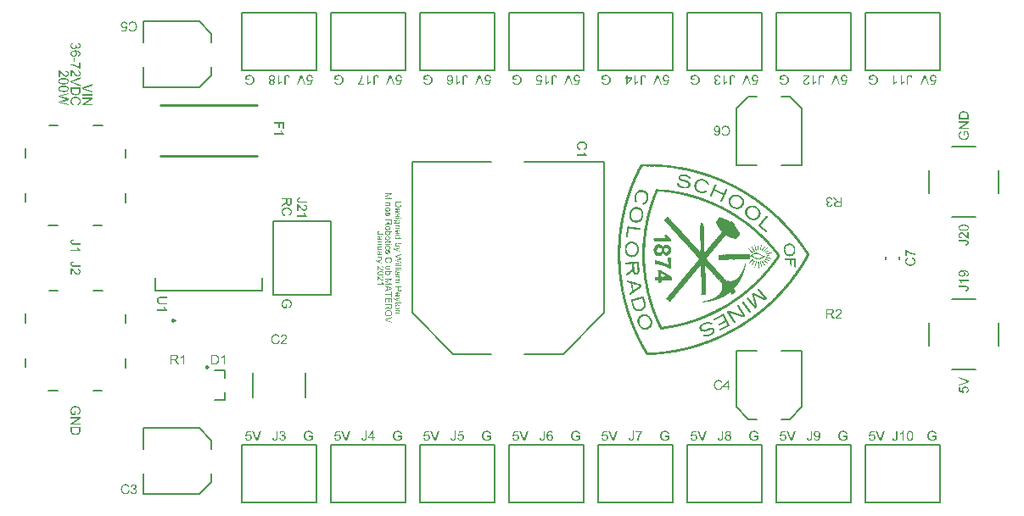
<source format=gto>
G04*
G04 #@! TF.GenerationSoftware,Altium Limited,Altium Designer,21.0.9 (235)*
G04*
G04 Layer_Color=65535*
%FSLAX25Y25*%
%MOIN*%
G70*
G04*
G04 #@! TF.SameCoordinates,248EADF4-6E9D-4877-B34C-AAFE22DB1BC7*
G04*
G04*
G04 #@! TF.FilePolarity,Positive*
G04*
G01*
G75*
%ADD10C,0.00984*%
%ADD11C,0.00787*%
%ADD12C,0.01000*%
G36*
X257335Y136888D02*
X257395D01*
Y136829D01*
X257750D01*
Y136770D01*
X257868D01*
Y136711D01*
X258224D01*
Y136770D01*
X258993D01*
Y136711D01*
X259349D01*
Y136651D01*
X260770D01*
Y136592D01*
X261066D01*
Y136533D01*
X262013D01*
Y136474D01*
X262191D01*
Y136415D01*
X262783D01*
Y136355D01*
X263079D01*
Y136296D01*
X263257D01*
Y136355D01*
X263790D01*
Y136296D01*
X263908D01*
Y136237D01*
X264026D01*
Y136178D01*
X264145D01*
Y136237D01*
X264500D01*
Y136178D01*
X264796D01*
Y136118D01*
X265211D01*
Y136059D01*
X265329D01*
Y136000D01*
X266099D01*
Y135941D01*
X266513D01*
Y136000D01*
X266809D01*
Y135941D01*
X266928D01*
Y135882D01*
X267283D01*
Y135822D01*
X267460D01*
Y135763D01*
X267579D01*
Y135822D01*
X267697D01*
Y135763D01*
X267875D01*
Y135704D01*
X268171D01*
Y135645D01*
X268526D01*
Y135585D01*
X268882D01*
Y135526D01*
X269059D01*
Y135467D01*
X269533D01*
Y135408D01*
X269770D01*
Y135349D01*
X269888D01*
Y135290D01*
X270303D01*
Y135230D01*
X270480D01*
Y135171D01*
X270717D01*
Y135112D01*
X271072D01*
Y135053D01*
X271368D01*
Y134993D01*
X271605D01*
Y134934D01*
X271665D01*
Y134816D01*
X271724D01*
Y134697D01*
X272908D01*
Y134638D01*
X272967D01*
Y134579D01*
X273145D01*
Y134520D01*
X273559D01*
Y134460D01*
X273796D01*
Y134401D01*
X273974D01*
Y134342D01*
X274151D01*
Y134283D01*
X274388D01*
Y134224D01*
X274507D01*
Y134165D01*
X274862D01*
Y134105D01*
X275040D01*
Y134046D01*
X275276D01*
Y133987D01*
X275454D01*
Y133928D01*
X275572D01*
Y133868D01*
X275809D01*
Y133809D01*
X275987D01*
Y133750D01*
X276224D01*
Y133691D01*
X276461D01*
Y133632D01*
X276638D01*
Y133572D01*
X276934D01*
Y133513D01*
X277053D01*
Y133454D01*
X277290D01*
Y133395D01*
X277467D01*
Y133335D01*
X277586D01*
Y133276D01*
X277763D01*
Y133217D01*
X277941D01*
Y133158D01*
X278059D01*
Y133099D01*
X278296D01*
Y133039D01*
X278415D01*
Y132980D01*
X278533D01*
Y132921D01*
X278711D01*
Y132862D01*
X278888D01*
Y132803D01*
X279066D01*
Y132743D01*
X279303D01*
Y132684D01*
X279480D01*
Y132625D01*
X279599D01*
Y132566D01*
X279776D01*
Y132507D01*
X279895D01*
Y132447D01*
X279954D01*
Y132388D01*
X280309D01*
Y132329D01*
X280487D01*
Y132270D01*
X280664D01*
Y132211D01*
X280783D01*
Y132151D01*
X280901D01*
Y132092D01*
X281020D01*
Y132033D01*
X281197D01*
Y131974D01*
X281375D01*
Y131914D01*
X281553D01*
Y131855D01*
X281730D01*
Y131796D01*
X281849D01*
Y131737D01*
X281967D01*
Y131678D01*
X282085D01*
Y131618D01*
X282263D01*
Y131559D01*
X282441D01*
Y131500D01*
X282618D01*
Y131441D01*
X282796D01*
Y131382D01*
X282914D01*
Y131322D01*
X283033D01*
Y131263D01*
X283151D01*
Y131204D01*
X283329D01*
Y131145D01*
X283447D01*
Y131086D01*
X283625D01*
Y131026D01*
X283743D01*
Y130967D01*
X283921D01*
Y130908D01*
X284039D01*
Y130849D01*
X284158D01*
Y130789D01*
X284276D01*
Y130730D01*
X284395D01*
Y130671D01*
X284572D01*
Y130612D01*
X284809D01*
Y130553D01*
X284928D01*
Y130493D01*
X285046D01*
Y130434D01*
X285105D01*
Y130375D01*
X285224D01*
Y130316D01*
X285401D01*
Y130257D01*
X285520D01*
Y130197D01*
X285697D01*
Y130138D01*
X285757D01*
Y130079D01*
X285816D01*
Y130020D01*
X286053D01*
Y129961D01*
X286171D01*
Y129901D01*
X286349D01*
Y129842D01*
X286467D01*
Y129783D01*
X286526D01*
Y129724D01*
X286645D01*
Y129665D01*
X286822D01*
Y129605D01*
X286882D01*
Y129546D01*
X286941D01*
Y129487D01*
X287059D01*
Y129428D01*
X287178D01*
Y129368D01*
X287355D01*
Y129309D01*
X287474D01*
Y129250D01*
X287651D01*
Y129191D01*
X287770D01*
Y129132D01*
X287888D01*
Y129072D01*
X287947D01*
Y129013D01*
X288066D01*
Y128954D01*
X288243D01*
Y128895D01*
X288362D01*
Y128835D01*
X288421D01*
Y128776D01*
X288540D01*
Y128717D01*
X288599D01*
Y128658D01*
X288717D01*
Y128599D01*
X288895D01*
Y128540D01*
X289072D01*
Y128480D01*
X289132D01*
Y128421D01*
X289250D01*
Y128362D01*
X289368D01*
Y128303D01*
X289546D01*
Y128243D01*
X289665D01*
Y128184D01*
X289783D01*
Y128125D01*
X289842D01*
Y128066D01*
X289961D01*
Y128007D01*
X290079D01*
Y127947D01*
X290197D01*
Y127888D01*
X290257D01*
Y127829D01*
X290375D01*
Y127770D01*
X290434D01*
Y127710D01*
X290553D01*
Y127651D01*
X290671D01*
Y127592D01*
X290790D01*
Y127533D01*
X290908D01*
Y127474D01*
X291026D01*
Y127415D01*
X291145D01*
Y127355D01*
X291263D01*
Y127296D01*
X291382D01*
Y127237D01*
X291441D01*
Y127178D01*
X291559D01*
Y127118D01*
X291678D01*
Y127059D01*
X291737D01*
Y127000D01*
X291855D01*
Y126941D01*
X291974D01*
Y126882D01*
X292033D01*
Y126822D01*
X292092D01*
Y126763D01*
X292211D01*
Y126704D01*
X292329D01*
Y126645D01*
X292388D01*
Y126585D01*
X292507D01*
Y126526D01*
X292566D01*
Y126467D01*
X292684D01*
Y126408D01*
X292803D01*
Y126349D01*
X292921D01*
Y126289D01*
X293039D01*
Y126230D01*
X293099D01*
Y126171D01*
X293158D01*
Y126112D01*
X293276D01*
Y126053D01*
X293395D01*
Y125993D01*
X293513D01*
Y125934D01*
X293632D01*
Y125875D01*
X293691D01*
Y125816D01*
X293750D01*
Y125757D01*
X293868D01*
Y125697D01*
X293987D01*
Y125638D01*
X294105D01*
Y125579D01*
X294164D01*
Y125520D01*
X294224D01*
Y125461D01*
X294342D01*
Y125401D01*
X294401D01*
Y125342D01*
X294520D01*
Y125283D01*
X294638D01*
Y125224D01*
X294697D01*
Y125164D01*
X294816D01*
Y125105D01*
X294934D01*
Y125046D01*
X295053D01*
Y124987D01*
X295171D01*
Y124928D01*
X295230D01*
Y124868D01*
X295349D01*
Y124809D01*
X295408D01*
Y124750D01*
X295526D01*
Y124691D01*
X295585D01*
Y124632D01*
X295645D01*
Y124572D01*
X295763D01*
Y124513D01*
X295882D01*
Y124454D01*
X296000D01*
Y124395D01*
X296059D01*
Y124336D01*
X296178D01*
Y124276D01*
X296237D01*
Y124217D01*
X296296D01*
Y124158D01*
X296355D01*
Y124099D01*
X296474D01*
Y124039D01*
X296533D01*
Y123980D01*
X296651D01*
Y123921D01*
X296770D01*
Y123862D01*
X296829D01*
Y123803D01*
X296888D01*
Y123743D01*
X297007D01*
Y123684D01*
X297125D01*
Y123625D01*
X297184D01*
Y123566D01*
X297243D01*
Y123507D01*
X297362D01*
Y123447D01*
X297421D01*
Y123388D01*
X297480D01*
Y123329D01*
X297539D01*
Y123270D01*
X297658D01*
Y123211D01*
X297776D01*
Y123151D01*
X297835D01*
Y123092D01*
X297954D01*
Y123033D01*
X298013D01*
Y122974D01*
X298132D01*
Y122915D01*
X298191D01*
Y122855D01*
X298309D01*
Y122796D01*
X298368D01*
Y122737D01*
X298428D01*
Y122678D01*
X298546D01*
Y122618D01*
X298605D01*
Y122559D01*
X298664D01*
Y122500D01*
X298724D01*
Y122441D01*
X298842D01*
Y122382D01*
X298960D01*
Y122322D01*
X299020D01*
Y122263D01*
X299079D01*
Y122204D01*
X299138D01*
Y122145D01*
X299257D01*
Y122085D01*
X299316D01*
Y122026D01*
X299375D01*
Y121967D01*
X299434D01*
Y121908D01*
X299493D01*
Y121849D01*
X299612D01*
Y121790D01*
X299730D01*
Y121730D01*
X299849D01*
Y121671D01*
X299908D01*
Y121612D01*
X299967D01*
Y121553D01*
X300026D01*
Y121493D01*
X300085D01*
Y121434D01*
X300145D01*
Y121375D01*
X300263D01*
Y121316D01*
X300322D01*
Y121257D01*
X300382D01*
Y121197D01*
X300500D01*
Y121138D01*
X300559D01*
Y121079D01*
X300678D01*
Y121020D01*
X300737D01*
Y120960D01*
X300796D01*
Y120901D01*
X300915D01*
Y120842D01*
X300974D01*
Y120783D01*
X301033D01*
Y120724D01*
X301092D01*
Y120665D01*
X301151D01*
Y120605D01*
X301270D01*
Y120546D01*
X301329D01*
Y120487D01*
X301447D01*
Y120428D01*
X301507D01*
Y120368D01*
X301566D01*
Y120309D01*
X301625D01*
Y120250D01*
X301743D01*
Y120191D01*
X301803D01*
Y120132D01*
X301862D01*
Y120013D01*
X301980D01*
Y119954D01*
X302099D01*
Y119895D01*
X302158D01*
Y119835D01*
X302217D01*
Y119776D01*
X302276D01*
Y119717D01*
X302336D01*
Y119658D01*
X302395D01*
Y119599D01*
X302513D01*
Y119539D01*
X302632D01*
Y119480D01*
X302691D01*
Y119421D01*
X302750D01*
Y119362D01*
X302809D01*
Y119303D01*
X302868D01*
Y119243D01*
X302928D01*
Y119184D01*
X302987D01*
Y119125D01*
X303046D01*
Y119066D01*
X303105D01*
Y119007D01*
X303165D01*
Y118947D01*
X303283D01*
Y118888D01*
X303342D01*
Y118829D01*
X303401D01*
Y118770D01*
X303461D01*
Y118710D01*
X303579D01*
Y118651D01*
X303638D01*
Y118592D01*
X303697D01*
Y118474D01*
X303757D01*
Y118414D01*
X303875D01*
Y118355D01*
X303934D01*
Y118296D01*
X303993D01*
Y118237D01*
X304053D01*
Y118178D01*
X304112D01*
Y118118D01*
X304171D01*
Y118059D01*
X304230D01*
Y118000D01*
X304349D01*
Y117941D01*
X304408D01*
Y117882D01*
X304467D01*
Y117822D01*
X304526D01*
Y117763D01*
X304586D01*
Y117704D01*
X304645D01*
Y117645D01*
X304704D01*
Y117586D01*
X304822D01*
Y117526D01*
X304882D01*
Y117467D01*
X304941D01*
Y117408D01*
X305000D01*
Y117349D01*
X305059D01*
Y117289D01*
X305118D01*
Y117230D01*
X305178D01*
Y117171D01*
X305237D01*
Y117112D01*
X305296D01*
Y117053D01*
X305415D01*
Y116993D01*
X305474D01*
Y116934D01*
X305533D01*
Y116875D01*
X305592D01*
Y116816D01*
X305651D01*
Y116757D01*
X305711D01*
Y116697D01*
X305770D01*
Y116638D01*
X305829D01*
Y116579D01*
X305888D01*
Y116520D01*
X305947D01*
Y116461D01*
X306007D01*
Y116401D01*
X306066D01*
Y116342D01*
X306125D01*
Y116283D01*
X306184D01*
Y116224D01*
X306243D01*
Y116165D01*
X306303D01*
Y116105D01*
X306362D01*
Y116046D01*
X306480D01*
Y115987D01*
X306540D01*
Y115928D01*
X306599D01*
Y115809D01*
X306658D01*
Y115691D01*
X306776D01*
Y115632D01*
X306895D01*
Y115572D01*
X306954D01*
Y115513D01*
X307013D01*
Y115454D01*
X307072D01*
Y115395D01*
X307191D01*
Y115276D01*
X307250D01*
Y115217D01*
X307368D01*
Y115099D01*
X307487D01*
Y114980D01*
X307546D01*
Y114921D01*
X307605D01*
Y114862D01*
X307724D01*
Y114803D01*
X307783D01*
Y114684D01*
X307842D01*
Y114625D01*
X307901D01*
Y114566D01*
X307961D01*
Y114507D01*
X308020D01*
Y114447D01*
X308079D01*
Y114388D01*
X308197D01*
Y114329D01*
X308257D01*
Y114270D01*
X308316D01*
Y114210D01*
X308375D01*
Y114151D01*
X308434D01*
Y114033D01*
X308493D01*
Y113974D01*
X308553D01*
Y113915D01*
X308612D01*
Y113855D01*
X308671D01*
Y113796D01*
X308730D01*
Y113737D01*
X308789D01*
Y113618D01*
X308849D01*
Y113559D01*
X308908D01*
Y113500D01*
X308967D01*
Y113441D01*
X309085D01*
Y113382D01*
X309145D01*
Y113263D01*
X309204D01*
Y113204D01*
X309263D01*
Y113145D01*
X309322D01*
Y113085D01*
X309382D01*
Y112967D01*
X309500D01*
Y112908D01*
X309559D01*
Y112849D01*
X309618D01*
Y112789D01*
X309678D01*
Y112730D01*
X309737D01*
Y112671D01*
X309796D01*
Y112553D01*
X309914D01*
Y112493D01*
X309974D01*
Y112434D01*
X310033D01*
Y112375D01*
X310092D01*
Y112316D01*
X310151D01*
Y112257D01*
X310210D01*
Y112197D01*
X310270D01*
Y112079D01*
X310329D01*
Y112020D01*
X310388D01*
Y111901D01*
X310447D01*
Y111842D01*
X310507D01*
Y111783D01*
X310566D01*
Y111724D01*
X310625D01*
Y111664D01*
X310743D01*
Y111605D01*
X310803D01*
Y111487D01*
X310862D01*
Y111428D01*
X310921D01*
Y111368D01*
X310980D01*
Y111309D01*
X311039D01*
Y111250D01*
X311099D01*
Y111191D01*
X311158D01*
Y111072D01*
X311217D01*
Y111013D01*
X311276D01*
Y110895D01*
X311335D01*
Y110836D01*
X311454D01*
Y110717D01*
X311513D01*
Y110658D01*
X311572D01*
Y110599D01*
X311632D01*
Y110480D01*
X311691D01*
Y110421D01*
X311750D01*
Y110362D01*
X311809D01*
Y110303D01*
X311868D01*
Y110243D01*
X311928D01*
Y110184D01*
X311987D01*
Y110125D01*
X312046D01*
Y110007D01*
X312105D01*
Y109947D01*
X312164D01*
Y109888D01*
X312224D01*
Y109829D01*
X312283D01*
Y109770D01*
X312342D01*
Y109711D01*
X312401D01*
Y109651D01*
X312460D01*
Y109533D01*
X312520D01*
Y109474D01*
X312579D01*
Y109415D01*
X312638D01*
Y109296D01*
X312697D01*
Y109237D01*
X312816D01*
Y109178D01*
X312875D01*
Y109059D01*
X312934D01*
Y109000D01*
X312993D01*
Y108941D01*
X313053D01*
Y108822D01*
X313112D01*
Y108763D01*
X313171D01*
Y108704D01*
X313230D01*
Y108645D01*
X313289D01*
Y108526D01*
X313349D01*
Y108408D01*
X313408D01*
Y108349D01*
X313467D01*
Y108290D01*
X313526D01*
Y108230D01*
X313585D01*
Y108171D01*
X313645D01*
Y108112D01*
X313704D01*
Y108053D01*
X313763D01*
Y107993D01*
X313822D01*
Y107875D01*
X313882D01*
Y107816D01*
X313941D01*
Y107697D01*
X314000D01*
Y107579D01*
X314059D01*
Y107520D01*
X314118D01*
Y107460D01*
X314178D01*
Y107342D01*
X314237D01*
Y107283D01*
X314296D01*
Y107224D01*
X314355D01*
Y107165D01*
X314415D01*
Y107105D01*
X314474D01*
Y107046D01*
X314533D01*
Y106987D01*
X314592D01*
Y106868D01*
X314651D01*
Y106809D01*
X314710D01*
Y106691D01*
X314770D01*
Y106632D01*
X314829D01*
Y106513D01*
X314888D01*
Y106454D01*
X314947D01*
Y106395D01*
X315007D01*
Y106276D01*
X315066D01*
Y106217D01*
X315125D01*
Y106158D01*
X315184D01*
Y106099D01*
X315243D01*
Y105980D01*
X315303D01*
Y105921D01*
X315362D01*
Y105862D01*
X315421D01*
Y105743D01*
X315480D01*
Y105684D01*
X315540D01*
Y105625D01*
X315599D01*
Y105566D01*
X315658D01*
Y105447D01*
X315717D01*
Y105388D01*
X315776D01*
Y105329D01*
X315835D01*
Y105210D01*
X315895D01*
Y105151D01*
X315954D01*
Y105033D01*
X316013D01*
Y104914D01*
X316072D01*
Y104855D01*
X316132D01*
Y104737D01*
X316191D01*
Y104678D01*
X316250D01*
Y104618D01*
X316309D01*
Y104500D01*
X316368D01*
Y104382D01*
X316428D01*
Y104322D01*
X316487D01*
Y104263D01*
X316546D01*
Y104145D01*
X316605D01*
Y104086D01*
X316665D01*
Y104026D01*
X316724D01*
Y103908D01*
X316783D01*
Y103849D01*
X316842D01*
Y103730D01*
X316901D01*
Y103612D01*
X316961D01*
Y103493D01*
X317020D01*
Y103434D01*
X317079D01*
Y103375D01*
X317138D01*
Y103257D01*
X317197D01*
Y103197D01*
X317257D01*
Y103079D01*
X317316D01*
Y103020D01*
X317375D01*
Y102961D01*
X317434D01*
Y102842D01*
X317493D01*
Y102724D01*
X317553D01*
Y102664D01*
X317612D01*
Y102546D01*
X317671D01*
Y102487D01*
X317730D01*
Y102368D01*
X317790D01*
Y102309D01*
X317849D01*
Y102191D01*
X317908D01*
Y102132D01*
X317967D01*
Y102072D01*
X318026D01*
Y101954D01*
X318086D01*
Y101836D01*
X318145D01*
Y101776D01*
X318204D01*
Y101658D01*
X318263D01*
Y101599D01*
X318322D01*
Y101480D01*
X318382D01*
Y101362D01*
X318441D01*
Y101125D01*
X318382D01*
Y101007D01*
X318322D01*
Y100888D01*
X318263D01*
Y100770D01*
X318204D01*
Y100651D01*
X318145D01*
Y100533D01*
X318086D01*
Y100415D01*
X318026D01*
Y100296D01*
X317967D01*
Y100237D01*
X317908D01*
Y100178D01*
X317849D01*
Y100118D01*
X317790D01*
Y100000D01*
X317730D01*
Y99822D01*
X317671D01*
Y99704D01*
X317612D01*
Y99585D01*
X317553D01*
Y99467D01*
X317493D01*
Y99408D01*
X317434D01*
Y99290D01*
X317375D01*
Y99171D01*
X317316D01*
Y99053D01*
X317257D01*
Y98993D01*
X317197D01*
Y98875D01*
X317138D01*
Y98757D01*
X317079D01*
Y98697D01*
X317020D01*
Y98638D01*
X316961D01*
Y98520D01*
X316901D01*
Y98401D01*
X316842D01*
Y98283D01*
X316783D01*
Y98164D01*
X316724D01*
Y98105D01*
X316665D01*
Y97987D01*
X316605D01*
Y97928D01*
X316546D01*
Y97809D01*
X316487D01*
Y97750D01*
X316428D01*
Y97691D01*
X316368D01*
Y97572D01*
X316309D01*
Y97454D01*
X316250D01*
Y97335D01*
X316191D01*
Y97276D01*
X316132D01*
Y97099D01*
X316072D01*
Y97040D01*
X316013D01*
Y96921D01*
X315954D01*
Y96862D01*
X315895D01*
Y96803D01*
X315835D01*
Y96684D01*
X315776D01*
Y96625D01*
X315717D01*
Y96566D01*
X315658D01*
Y96447D01*
X315599D01*
Y96270D01*
X315540D01*
Y96210D01*
X315480D01*
Y96151D01*
X315421D01*
Y96033D01*
X315362D01*
Y95974D01*
X315303D01*
Y95855D01*
X315243D01*
Y95796D01*
X315184D01*
Y95678D01*
X315125D01*
Y95618D01*
X315066D01*
Y95500D01*
X315007D01*
Y95441D01*
X314947D01*
Y95382D01*
X314888D01*
Y95263D01*
X314829D01*
Y95145D01*
X314770D01*
Y95086D01*
X314710D01*
Y94967D01*
X314651D01*
Y94908D01*
X314592D01*
Y94789D01*
X314533D01*
Y94730D01*
X314474D01*
Y94671D01*
X314415D01*
Y94553D01*
X314355D01*
Y94434D01*
X314296D01*
Y94375D01*
X314237D01*
Y94257D01*
X314178D01*
Y94138D01*
X314118D01*
Y94079D01*
X314059D01*
Y94020D01*
X314000D01*
Y93901D01*
X313941D01*
Y93842D01*
X313882D01*
Y93783D01*
X313822D01*
Y93724D01*
X313763D01*
Y93664D01*
X313704D01*
Y93546D01*
X313645D01*
Y93428D01*
X313585D01*
Y93368D01*
X313526D01*
Y93250D01*
X313467D01*
Y93191D01*
X313408D01*
Y93072D01*
X313349D01*
Y93013D01*
X313289D01*
Y92895D01*
X313230D01*
Y92835D01*
X313171D01*
Y92776D01*
X313112D01*
Y92717D01*
X313053D01*
Y92658D01*
X312993D01*
Y92540D01*
X312934D01*
Y92480D01*
X312875D01*
Y92421D01*
X312816D01*
Y92303D01*
X312757D01*
Y92184D01*
X312697D01*
Y92125D01*
X312638D01*
Y92066D01*
X312579D01*
Y92007D01*
X312520D01*
Y91947D01*
X312460D01*
Y91829D01*
X312401D01*
Y91770D01*
X312342D01*
Y91711D01*
X312283D01*
Y91592D01*
X312224D01*
Y91533D01*
X312164D01*
Y91414D01*
X312105D01*
Y91355D01*
X312046D01*
Y91237D01*
X311987D01*
Y91178D01*
X311928D01*
Y91118D01*
X311868D01*
Y91059D01*
X311809D01*
Y91000D01*
X311750D01*
Y90882D01*
X311691D01*
Y90822D01*
X311632D01*
Y90763D01*
X311572D01*
Y90645D01*
X311513D01*
Y90586D01*
X311454D01*
Y90526D01*
X311395D01*
Y90467D01*
X311335D01*
Y90408D01*
X311276D01*
Y90349D01*
X311217D01*
Y90230D01*
X311158D01*
Y90112D01*
X311099D01*
Y90053D01*
X311039D01*
Y89993D01*
X310980D01*
Y89934D01*
X310921D01*
Y89816D01*
X310862D01*
Y89757D01*
X310803D01*
Y89697D01*
X310743D01*
Y89579D01*
X310684D01*
Y89520D01*
X310625D01*
Y89460D01*
X310566D01*
Y89401D01*
X310507D01*
Y89342D01*
X310447D01*
Y89224D01*
X310388D01*
Y89105D01*
X310329D01*
Y89046D01*
X310270D01*
Y88987D01*
X310210D01*
Y88928D01*
X310151D01*
Y88868D01*
X310092D01*
Y88809D01*
X310033D01*
Y88750D01*
X309974D01*
Y88691D01*
X309914D01*
Y88632D01*
X309855D01*
Y88572D01*
X309796D01*
Y88454D01*
X309737D01*
Y88395D01*
X309678D01*
Y88336D01*
X309618D01*
Y88276D01*
X309559D01*
Y88217D01*
X309500D01*
Y88158D01*
X309441D01*
Y88099D01*
X309382D01*
Y87980D01*
X309322D01*
Y87921D01*
X309263D01*
Y87862D01*
X309204D01*
Y87743D01*
X309145D01*
Y87684D01*
X309085D01*
Y87625D01*
X309026D01*
Y87566D01*
X308967D01*
Y87507D01*
X308908D01*
Y87447D01*
X308849D01*
Y87388D01*
X308789D01*
Y87329D01*
X308730D01*
Y87211D01*
X308671D01*
Y87092D01*
X308612D01*
Y87033D01*
X308553D01*
Y86974D01*
X308493D01*
Y86914D01*
X308434D01*
Y86855D01*
X308375D01*
Y86796D01*
X308316D01*
Y86737D01*
X308257D01*
Y86678D01*
X308197D01*
Y86618D01*
X308138D01*
Y86559D01*
X308079D01*
Y86500D01*
X308020D01*
Y86441D01*
X307961D01*
Y86382D01*
X307901D01*
Y86322D01*
X307842D01*
Y86263D01*
X307783D01*
Y86204D01*
X307724D01*
Y86145D01*
X307664D01*
Y86085D01*
X307605D01*
Y85967D01*
X307546D01*
Y85908D01*
X307487D01*
Y85790D01*
X307428D01*
Y85730D01*
X307368D01*
Y85671D01*
X307309D01*
Y85612D01*
X307250D01*
Y85553D01*
X307191D01*
Y85493D01*
X307132D01*
Y85434D01*
X307072D01*
Y85375D01*
X307013D01*
Y85316D01*
X306954D01*
Y85257D01*
X306895D01*
Y85197D01*
X306836D01*
Y85138D01*
X306776D01*
Y85079D01*
X306717D01*
Y85020D01*
X306658D01*
Y84961D01*
X306599D01*
Y84901D01*
X306540D01*
Y84842D01*
X306480D01*
Y84783D01*
X306421D01*
Y84724D01*
X306362D01*
Y84664D01*
X306243D01*
Y84546D01*
X306184D01*
Y84487D01*
X306125D01*
Y84428D01*
X306066D01*
Y84368D01*
X306007D01*
Y84250D01*
X305947D01*
Y84191D01*
X305888D01*
Y84132D01*
X305829D01*
Y84072D01*
X305770D01*
Y84013D01*
X305711D01*
Y83954D01*
X305651D01*
Y83895D01*
X305533D01*
Y83836D01*
X305474D01*
Y83776D01*
X305415D01*
Y83658D01*
X305355D01*
Y83599D01*
X305296D01*
Y83539D01*
X305237D01*
Y83480D01*
X305178D01*
Y83421D01*
X305118D01*
Y83362D01*
X305059D01*
Y83303D01*
X304941D01*
Y83243D01*
X304882D01*
Y83184D01*
X304822D01*
Y83125D01*
X304763D01*
Y83066D01*
X304704D01*
Y83007D01*
X304645D01*
Y82888D01*
X304526D01*
Y82829D01*
X304467D01*
Y82770D01*
X304408D01*
Y82710D01*
X304349D01*
Y82651D01*
X304290D01*
Y82592D01*
X304230D01*
Y82533D01*
X304171D01*
Y82474D01*
X304112D01*
Y82415D01*
X304053D01*
Y82355D01*
X303993D01*
Y82296D01*
X303934D01*
Y82237D01*
X303875D01*
Y82178D01*
X303816D01*
Y82118D01*
X303757D01*
Y82059D01*
X303697D01*
Y82000D01*
X303638D01*
Y81941D01*
X303579D01*
Y81882D01*
X303520D01*
Y81822D01*
X303461D01*
Y81763D01*
X303401D01*
Y81704D01*
X303283D01*
Y81645D01*
X303224D01*
Y81586D01*
X303165D01*
Y81526D01*
X303105D01*
Y81467D01*
X303046D01*
Y81408D01*
X302987D01*
Y81349D01*
X302928D01*
Y81289D01*
X302868D01*
Y81230D01*
X302809D01*
Y81171D01*
X302750D01*
Y81112D01*
X302691D01*
Y81053D01*
X302632D01*
Y80993D01*
X302572D01*
Y80934D01*
X302513D01*
Y80875D01*
X302454D01*
Y80816D01*
X302395D01*
Y80757D01*
X302276D01*
Y80697D01*
X302217D01*
Y80638D01*
X302158D01*
Y80579D01*
X302040D01*
Y80520D01*
X301980D01*
Y80461D01*
X301921D01*
Y80401D01*
X301862D01*
Y80342D01*
X301803D01*
Y80283D01*
X301743D01*
Y80224D01*
X301684D01*
Y80164D01*
X301566D01*
Y80105D01*
X301507D01*
Y80046D01*
X301447D01*
Y79987D01*
X301388D01*
Y79928D01*
X301329D01*
Y79868D01*
X301270D01*
Y79809D01*
X301210D01*
Y79750D01*
X301151D01*
Y79691D01*
X301033D01*
Y79632D01*
X300974D01*
Y79572D01*
X300915D01*
Y79513D01*
X300855D01*
Y79454D01*
X300737D01*
Y79395D01*
X300678D01*
Y79335D01*
X300618D01*
Y79276D01*
X300559D01*
Y79217D01*
X300500D01*
Y79158D01*
X300382D01*
Y79099D01*
X300322D01*
Y79040D01*
X300263D01*
Y78980D01*
X300204D01*
Y78921D01*
X300145D01*
Y78862D01*
X300085D01*
Y78803D01*
X300026D01*
Y78743D01*
X299908D01*
Y78684D01*
X299849D01*
Y78625D01*
X299730D01*
Y78566D01*
X299671D01*
Y78507D01*
X299612D01*
Y78447D01*
X299553D01*
Y78388D01*
X299434D01*
Y78329D01*
X299375D01*
Y78270D01*
X299316D01*
Y78211D01*
X299257D01*
Y78151D01*
X299197D01*
Y78092D01*
X299138D01*
Y78033D01*
X299079D01*
Y77974D01*
X299020D01*
Y77915D01*
X298960D01*
Y77855D01*
X298842D01*
Y77796D01*
X298724D01*
Y77737D01*
X298664D01*
Y77678D01*
X298605D01*
Y77618D01*
X298546D01*
Y77559D01*
X298428D01*
Y77500D01*
X298309D01*
Y77382D01*
X298250D01*
Y77322D01*
X298132D01*
Y77263D01*
X298013D01*
Y77204D01*
X297954D01*
Y77145D01*
X297835D01*
Y77086D01*
X297776D01*
Y77026D01*
X297717D01*
Y76967D01*
X297658D01*
Y76908D01*
X297539D01*
Y76849D01*
X297421D01*
Y76789D01*
X297362D01*
Y76730D01*
X297303D01*
Y76671D01*
X297243D01*
Y76612D01*
X297184D01*
Y76553D01*
X297066D01*
Y76493D01*
X297007D01*
Y76434D01*
X296888D01*
Y76375D01*
X296829D01*
Y76316D01*
X296770D01*
Y76257D01*
X296651D01*
Y76197D01*
X296592D01*
Y76138D01*
X296533D01*
Y76079D01*
X296474D01*
Y76020D01*
X296414D01*
Y75960D01*
X296296D01*
Y75901D01*
X296178D01*
Y75842D01*
X296118D01*
Y75783D01*
X296000D01*
Y75724D01*
X295941D01*
Y75665D01*
X295822D01*
Y75605D01*
X295763D01*
Y75546D01*
X295645D01*
Y75487D01*
X295585D01*
Y75428D01*
X295526D01*
Y75368D01*
X295408D01*
Y75309D01*
X295289D01*
Y75250D01*
X295230D01*
Y75191D01*
X295171D01*
Y75132D01*
X295053D01*
Y75072D01*
X294993D01*
Y75013D01*
X294934D01*
Y74954D01*
X294816D01*
Y74895D01*
X294638D01*
Y74835D01*
X294579D01*
Y74776D01*
X294520D01*
Y74717D01*
X294461D01*
Y74658D01*
X294401D01*
Y74599D01*
X294283D01*
Y74540D01*
X294224D01*
Y74480D01*
X294105D01*
Y74421D01*
X294046D01*
Y74362D01*
X293928D01*
Y74303D01*
X293809D01*
Y74243D01*
X293691D01*
Y74184D01*
X293632D01*
Y74125D01*
X293572D01*
Y74066D01*
X293454D01*
Y74007D01*
X293395D01*
Y73947D01*
X293336D01*
Y73888D01*
X293276D01*
Y73829D01*
X293158D01*
Y73770D01*
X293099D01*
Y73711D01*
X292980D01*
Y73651D01*
X292862D01*
Y73592D01*
X292743D01*
Y73533D01*
X292625D01*
Y73474D01*
X292566D01*
Y73414D01*
X292447D01*
Y73355D01*
X292388D01*
Y73296D01*
X292270D01*
Y73237D01*
X292151D01*
Y73178D01*
X292033D01*
Y73118D01*
X291974D01*
Y73059D01*
X291915D01*
Y73000D01*
X291855D01*
Y72941D01*
X291737D01*
Y72882D01*
X291618D01*
Y72822D01*
X291500D01*
Y72763D01*
X291441D01*
Y72704D01*
X291322D01*
Y72645D01*
X291263D01*
Y72585D01*
X291145D01*
Y72526D01*
X290967D01*
Y72467D01*
X290849D01*
Y72408D01*
X290790D01*
Y72349D01*
X290671D01*
Y72290D01*
X290553D01*
Y72230D01*
X290493D01*
Y72171D01*
X290375D01*
Y72112D01*
X290316D01*
Y72053D01*
X290197D01*
Y71993D01*
X290079D01*
Y71934D01*
X289961D01*
Y71875D01*
X289901D01*
Y71816D01*
X289783D01*
Y71757D01*
X289724D01*
Y71697D01*
X289605D01*
Y71638D01*
X289487D01*
Y71579D01*
X289428D01*
Y71520D01*
X289309D01*
Y71460D01*
X289250D01*
Y71401D01*
X289191D01*
Y71342D01*
X289072D01*
Y71283D01*
X288895D01*
Y71224D01*
X288776D01*
Y71165D01*
X288658D01*
Y71105D01*
X288540D01*
Y71046D01*
X288421D01*
Y70987D01*
X288303D01*
Y70928D01*
X288243D01*
Y70868D01*
X288125D01*
Y70809D01*
X288066D01*
Y70750D01*
X287947D01*
Y70691D01*
X287829D01*
Y70632D01*
X287770D01*
Y70572D01*
X287651D01*
Y70513D01*
X287533D01*
Y70454D01*
X287415D01*
Y70395D01*
X287237D01*
Y70336D01*
X287118D01*
Y70276D01*
X287000D01*
Y70217D01*
X286882D01*
Y70158D01*
X286822D01*
Y70099D01*
X286704D01*
Y70039D01*
X286408D01*
Y70276D01*
X286290D01*
Y70099D01*
X286349D01*
Y69921D01*
X286290D01*
Y69862D01*
X286230D01*
Y69803D01*
X286112D01*
Y69743D01*
X285934D01*
Y69684D01*
X285875D01*
Y69625D01*
X285757D01*
Y69566D01*
X285697D01*
Y69507D01*
X285638D01*
Y69447D01*
X285401D01*
Y69388D01*
X285283D01*
Y69329D01*
X285164D01*
Y69270D01*
X285105D01*
Y69210D01*
X284987D01*
Y69151D01*
X284868D01*
Y69092D01*
X284750D01*
Y69033D01*
X284632D01*
Y68974D01*
X284454D01*
Y68915D01*
X284335D01*
Y68855D01*
X284217D01*
Y68796D01*
X284099D01*
Y68737D01*
X283980D01*
Y68678D01*
X283803D01*
Y68618D01*
X283743D01*
Y68559D01*
X283625D01*
Y68500D01*
X283507D01*
Y68441D01*
X283388D01*
Y68382D01*
X283210D01*
Y68322D01*
X283033D01*
Y68263D01*
X282914D01*
Y68204D01*
X282855D01*
Y68145D01*
X282618D01*
Y68085D01*
X282500D01*
Y68026D01*
X282382D01*
Y67967D01*
X282263D01*
Y67908D01*
X282204D01*
Y67849D01*
X282085D01*
Y67790D01*
X281908D01*
Y67730D01*
X281789D01*
Y67671D01*
X281612D01*
Y67612D01*
X281434D01*
Y67553D01*
X281316D01*
Y67493D01*
X281079D01*
Y67434D01*
X280901D01*
Y67375D01*
X280842D01*
Y67316D01*
X280724D01*
Y67257D01*
X280605D01*
Y67197D01*
X280487D01*
Y67138D01*
X280368D01*
Y67079D01*
X280191D01*
Y67020D01*
X280013D01*
Y66961D01*
X279895D01*
Y66901D01*
X279717D01*
Y66842D01*
X279421D01*
Y66783D01*
X279303D01*
Y66724D01*
X279184D01*
Y66664D01*
X279066D01*
Y66605D01*
X278947D01*
Y66546D01*
X278829D01*
Y66487D01*
X278711D01*
Y66428D01*
X278592D01*
Y66368D01*
X278355D01*
Y66309D01*
X278237D01*
Y66250D01*
X278118D01*
Y66191D01*
X277763D01*
Y66132D01*
X277645D01*
Y66072D01*
X277467D01*
Y66013D01*
X277349D01*
Y65954D01*
X277171D01*
Y65895D01*
X276993D01*
Y65835D01*
X276875D01*
Y65776D01*
X276579D01*
Y65717D01*
X276401D01*
Y65658D01*
X276342D01*
Y65599D01*
X276224D01*
Y65539D01*
X275928D01*
Y65480D01*
X275750D01*
Y65421D01*
X275572D01*
Y65362D01*
X275395D01*
Y65303D01*
X275276D01*
Y65243D01*
X275040D01*
Y65184D01*
X274862D01*
Y65125D01*
X274743D01*
Y65066D01*
X274447D01*
Y65007D01*
X274329D01*
Y64947D01*
X274092D01*
Y64888D01*
X273974D01*
Y64829D01*
X273737D01*
Y64770D01*
X273322D01*
Y64710D01*
X273263D01*
Y64651D01*
X273085D01*
Y64592D01*
X272908D01*
Y64533D01*
X272671D01*
Y64474D01*
X272434D01*
Y64415D01*
X272316D01*
Y64355D01*
X271960D01*
Y64296D01*
X271842D01*
Y64237D01*
X271546D01*
Y64178D01*
X271250D01*
Y64118D01*
X271072D01*
Y64059D01*
X270895D01*
Y64000D01*
X270776D01*
Y63941D01*
X270303D01*
Y63882D01*
X270125D01*
Y63822D01*
X270007D01*
Y63763D01*
X269710D01*
Y63704D01*
X269533D01*
Y63645D01*
X269237D01*
Y63586D01*
X268882D01*
Y63526D01*
X268704D01*
Y63467D01*
X268349D01*
Y63408D01*
X268171D01*
Y63349D01*
X267993D01*
Y63289D01*
X267579D01*
Y63230D01*
X267401D01*
Y63171D01*
X267164D01*
Y63112D01*
X266809D01*
Y63053D01*
X266395D01*
Y62993D01*
X266336D01*
Y62934D01*
X265803D01*
Y62875D01*
X265566D01*
Y62816D01*
X265507D01*
Y62875D01*
X265270D01*
Y62816D01*
X264974D01*
Y62757D01*
X264796D01*
Y62697D01*
X264618D01*
Y62638D01*
X263908D01*
Y62579D01*
X263730D01*
Y62520D01*
X263434D01*
Y62461D01*
X262724D01*
Y62401D01*
X262487D01*
Y62342D01*
X262309D01*
Y62283D01*
X261480D01*
Y62224D01*
X260533D01*
Y62164D01*
X260355D01*
Y62105D01*
X260237D01*
Y62046D01*
X259526D01*
Y61987D01*
X258460D01*
Y61928D01*
X258165D01*
Y61868D01*
X257868D01*
Y61809D01*
X257513D01*
Y61868D01*
X257158D01*
Y61809D01*
X256921D01*
Y61868D01*
X256566D01*
Y61809D01*
X256210D01*
Y61750D01*
X254434D01*
Y61809D01*
X254316D01*
Y61868D01*
X254257D01*
Y61928D01*
X254197D01*
Y61987D01*
X254138D01*
Y62105D01*
X254079D01*
Y62224D01*
X254020D01*
Y62283D01*
X253960D01*
Y62461D01*
X253901D01*
Y62520D01*
X253842D01*
Y62579D01*
X253783D01*
Y62697D01*
X253724D01*
Y62816D01*
X253664D01*
Y62875D01*
X253605D01*
Y62934D01*
X253546D01*
Y63053D01*
X253487D01*
Y63112D01*
X253428D01*
Y63230D01*
X253368D01*
Y63408D01*
X253309D01*
Y63526D01*
X253250D01*
Y63586D01*
X253191D01*
Y63704D01*
X253132D01*
Y63763D01*
X253072D01*
Y63822D01*
X253013D01*
Y63941D01*
X252954D01*
Y64059D01*
X252895D01*
Y64178D01*
X252835D01*
Y64237D01*
X252776D01*
Y64355D01*
X252717D01*
Y64415D01*
X252658D01*
Y64592D01*
X252599D01*
Y64710D01*
X252539D01*
Y64888D01*
X252480D01*
Y64947D01*
X252421D01*
Y65007D01*
X252362D01*
Y65184D01*
X252303D01*
Y65303D01*
X252243D01*
Y65362D01*
X252184D01*
Y65480D01*
X252125D01*
Y65599D01*
X252066D01*
Y65717D01*
X252007D01*
Y65776D01*
X251947D01*
Y65895D01*
X251888D01*
Y66013D01*
X251829D01*
Y66132D01*
X251770D01*
Y66250D01*
X251711D01*
Y66428D01*
X251651D01*
Y66546D01*
X251592D01*
Y66664D01*
X251533D01*
Y66783D01*
X251474D01*
Y66842D01*
X251414D01*
Y66961D01*
X251355D01*
Y67079D01*
X251296D01*
Y67197D01*
X251237D01*
Y67375D01*
X251178D01*
Y67493D01*
X251118D01*
Y67553D01*
X251059D01*
Y67730D01*
X251000D01*
Y67790D01*
X250941D01*
Y67908D01*
X250882D01*
Y68026D01*
X250822D01*
Y68145D01*
X250763D01*
Y68204D01*
X250704D01*
Y68382D01*
X250645D01*
Y68500D01*
X250586D01*
Y68618D01*
X250526D01*
Y68796D01*
X250467D01*
Y68915D01*
X250408D01*
Y69033D01*
X250349D01*
Y69151D01*
X250290D01*
Y69270D01*
X250230D01*
Y69388D01*
X250171D01*
Y69507D01*
X250112D01*
Y69684D01*
X250053D01*
Y69743D01*
X249993D01*
Y69921D01*
X249934D01*
Y70099D01*
X249875D01*
Y70217D01*
X249816D01*
Y70336D01*
X249757D01*
Y70454D01*
X249697D01*
Y70513D01*
X249638D01*
Y70632D01*
X249579D01*
Y70868D01*
X249520D01*
Y71046D01*
X249461D01*
Y71165D01*
X249401D01*
Y71224D01*
X249342D01*
Y71342D01*
X249283D01*
Y71460D01*
X249224D01*
Y71638D01*
X249165D01*
Y71757D01*
X249105D01*
Y71934D01*
X249046D01*
Y72112D01*
X248987D01*
Y72230D01*
X248928D01*
Y72408D01*
X248868D01*
Y72526D01*
X248809D01*
Y72645D01*
X248750D01*
Y72763D01*
X248691D01*
Y72941D01*
X248632D01*
Y73118D01*
X248572D01*
Y73178D01*
X248513D01*
Y73355D01*
X248454D01*
Y73474D01*
X248395D01*
Y73651D01*
X248336D01*
Y73829D01*
X248276D01*
Y74066D01*
X248217D01*
Y74243D01*
X248158D01*
Y74303D01*
X248099D01*
Y74362D01*
X248040D01*
Y74480D01*
X247980D01*
Y74776D01*
X247921D01*
Y74895D01*
X247862D01*
Y75013D01*
X247803D01*
Y75250D01*
X247743D01*
Y75368D01*
X247684D01*
Y75487D01*
X247625D01*
Y75665D01*
X247566D01*
Y75901D01*
X247507D01*
Y76020D01*
X247447D01*
Y76138D01*
X247388D01*
Y76375D01*
X247329D01*
Y76493D01*
X247270D01*
Y76730D01*
X247211D01*
Y76908D01*
X247151D01*
Y77026D01*
X247092D01*
Y77204D01*
X247033D01*
Y77263D01*
X246974D01*
Y77559D01*
X246915D01*
Y77678D01*
X246855D01*
Y77855D01*
X246796D01*
Y77974D01*
X246737D01*
Y78211D01*
X246678D01*
Y78507D01*
X246618D01*
Y78625D01*
X246559D01*
Y78862D01*
X246500D01*
Y79099D01*
X246441D01*
Y79217D01*
X246382D01*
Y79395D01*
X246322D01*
Y79572D01*
X246263D01*
Y79868D01*
X246204D01*
Y79987D01*
X246145D01*
Y80224D01*
X246086D01*
Y80461D01*
X246026D01*
Y80638D01*
X245967D01*
Y80816D01*
X245908D01*
Y80993D01*
X245849D01*
Y81349D01*
X245790D01*
Y81467D01*
X245730D01*
Y81645D01*
X245671D01*
Y81941D01*
X245612D01*
Y82178D01*
X245553D01*
Y82355D01*
X245493D01*
Y82533D01*
X245434D01*
Y82829D01*
X245375D01*
Y83007D01*
X245316D01*
Y83184D01*
X245257D01*
Y83599D01*
X245197D01*
Y83776D01*
X245138D01*
Y83954D01*
X245079D01*
Y84250D01*
X245020D01*
Y84546D01*
X244960D01*
Y84842D01*
X244901D01*
Y85079D01*
X244842D01*
Y85316D01*
X244783D01*
Y85730D01*
X244724D01*
Y86026D01*
X244665D01*
Y86263D01*
X244605D01*
Y86382D01*
X244546D01*
Y86914D01*
X244487D01*
Y87151D01*
X244428D01*
Y87566D01*
X244368D01*
Y87921D01*
X244309D01*
Y88099D01*
X244250D01*
Y88572D01*
X244191D01*
Y88691D01*
X244132D01*
Y89342D01*
X244072D01*
Y89460D01*
X244013D01*
Y89993D01*
X243954D01*
Y90171D01*
X243895D01*
Y90645D01*
X243835D01*
Y91355D01*
X243776D01*
Y91533D01*
X243717D01*
Y91770D01*
X243658D01*
Y92540D01*
X243599D01*
Y93309D01*
X243540D01*
Y93487D01*
X243480D01*
Y94316D01*
X243421D01*
Y94730D01*
X243362D01*
Y94908D01*
X243421D01*
Y95382D01*
X243362D01*
Y95618D01*
X243303D01*
Y95915D01*
X243243D01*
Y97335D01*
X243184D01*
Y97454D01*
X243125D01*
Y105151D01*
X243184D01*
Y105388D01*
X243243D01*
Y106868D01*
X243303D01*
Y107165D01*
X243362D01*
Y108171D01*
X243421D01*
Y108349D01*
X243480D01*
Y109296D01*
X243540D01*
Y110007D01*
X243599D01*
Y110184D01*
X243658D01*
Y110421D01*
X243717D01*
Y110539D01*
X243658D01*
Y110895D01*
X243717D01*
Y111132D01*
X243776D01*
Y111250D01*
X243835D01*
Y112079D01*
X243895D01*
Y112493D01*
X243954D01*
Y112849D01*
X244013D01*
Y113145D01*
X244072D01*
Y113382D01*
X244132D01*
Y114033D01*
X244191D01*
Y114270D01*
X244250D01*
Y114625D01*
X244309D01*
Y114980D01*
X244368D01*
Y115395D01*
X244428D01*
Y115691D01*
X244487D01*
Y115809D01*
X244546D01*
Y116342D01*
X244605D01*
Y116579D01*
X244665D01*
Y116816D01*
X244724D01*
Y117112D01*
X244783D01*
Y117467D01*
X244842D01*
Y117704D01*
X244901D01*
Y117822D01*
X244960D01*
Y118118D01*
X245020D01*
Y118355D01*
X245079D01*
Y118710D01*
X245138D01*
Y118888D01*
X245197D01*
Y119125D01*
X245257D01*
Y119421D01*
X245316D01*
Y119539D01*
X245375D01*
Y119954D01*
X245434D01*
Y120250D01*
X245493D01*
Y120368D01*
X245553D01*
Y120487D01*
X245612D01*
Y120665D01*
X245671D01*
Y121079D01*
X245730D01*
Y121197D01*
X245790D01*
Y121375D01*
X245849D01*
Y121730D01*
X245908D01*
Y121849D01*
X245967D01*
Y122026D01*
X246026D01*
Y122263D01*
X246086D01*
Y122441D01*
X246145D01*
Y122618D01*
X246204D01*
Y122855D01*
X246263D01*
Y123033D01*
X246322D01*
Y123211D01*
X246382D01*
Y123447D01*
X246441D01*
Y123625D01*
X246500D01*
Y123862D01*
X246559D01*
Y124039D01*
X246618D01*
Y124217D01*
X246678D01*
Y124454D01*
X246737D01*
Y124632D01*
X246796D01*
Y124750D01*
X246855D01*
Y124928D01*
X246915D01*
Y125105D01*
X246974D01*
Y125342D01*
X247033D01*
Y125461D01*
X247092D01*
Y125697D01*
X247151D01*
Y125816D01*
X247211D01*
Y125993D01*
X247270D01*
Y126230D01*
X247329D01*
Y126408D01*
X247388D01*
Y126526D01*
X247447D01*
Y126645D01*
X247507D01*
Y126822D01*
X247566D01*
Y127000D01*
X247625D01*
Y127118D01*
X247684D01*
Y127296D01*
X247743D01*
Y127474D01*
X247803D01*
Y127710D01*
X247862D01*
Y127829D01*
X247921D01*
Y127947D01*
X247980D01*
Y128066D01*
X248040D01*
Y128243D01*
X248099D01*
Y128421D01*
X248158D01*
Y128540D01*
X248217D01*
Y128658D01*
X248276D01*
Y128895D01*
X248336D01*
Y129013D01*
X248395D01*
Y129191D01*
X248454D01*
Y129309D01*
X248513D01*
Y129487D01*
X248572D01*
Y129605D01*
X248632D01*
Y129724D01*
X248691D01*
Y129901D01*
X248750D01*
Y130020D01*
X248809D01*
Y130197D01*
X248868D01*
Y130316D01*
X248928D01*
Y130434D01*
X248987D01*
Y130553D01*
X249046D01*
Y130730D01*
X249105D01*
Y130908D01*
X249165D01*
Y131026D01*
X249224D01*
Y131145D01*
X249283D01*
Y131263D01*
X249342D01*
Y131441D01*
X249401D01*
Y131618D01*
X249461D01*
Y131737D01*
X249520D01*
Y131855D01*
X249579D01*
Y131974D01*
X249638D01*
Y132092D01*
X249697D01*
Y132211D01*
X249757D01*
Y132329D01*
X249816D01*
Y132507D01*
X249875D01*
Y132566D01*
X249934D01*
Y132803D01*
X249993D01*
Y132921D01*
X250053D01*
Y133039D01*
X250112D01*
Y133158D01*
X250171D01*
Y133276D01*
X250230D01*
Y133395D01*
X250290D01*
Y133454D01*
X250349D01*
Y133632D01*
X250408D01*
Y133750D01*
X250467D01*
Y133868D01*
X250526D01*
Y133987D01*
X250586D01*
Y134105D01*
X250645D01*
Y134224D01*
X250704D01*
Y134342D01*
X250763D01*
Y134460D01*
X250822D01*
Y134638D01*
X250882D01*
Y134697D01*
X250941D01*
Y134757D01*
X251000D01*
Y134875D01*
X251059D01*
Y135112D01*
X251118D01*
Y135171D01*
X251178D01*
Y135290D01*
X251237D01*
Y135467D01*
X251296D01*
Y135585D01*
X251355D01*
Y135704D01*
X251414D01*
Y135822D01*
X251474D01*
Y135941D01*
X251533D01*
Y136000D01*
X251592D01*
Y136118D01*
X251651D01*
Y136237D01*
X251711D01*
Y136355D01*
X251770D01*
Y136474D01*
X251829D01*
Y136592D01*
X251888D01*
Y136651D01*
X251947D01*
Y136711D01*
X252007D01*
Y136829D01*
X252066D01*
Y136888D01*
X252125D01*
Y136947D01*
X252303D01*
Y136888D01*
X252776D01*
Y136947D01*
X253013D01*
Y136888D01*
X253487D01*
Y136947D01*
X253842D01*
Y136888D01*
X254138D01*
Y136947D01*
X254493D01*
Y136888D01*
X255382D01*
Y136947D01*
X256092D01*
Y136888D01*
X256566D01*
Y136947D01*
X257335D01*
Y136888D01*
D02*
G37*
G36*
X29195Y184132D02*
X29191D01*
X29178Y184128D01*
X29158Y184124D01*
X29129Y184116D01*
X29095Y184107D01*
X29058Y184099D01*
X28970Y184070D01*
X28875Y184032D01*
X28779Y183987D01*
X28692Y183928D01*
X28654Y183895D01*
X28617Y183862D01*
Y183858D01*
X28609Y183853D01*
X28600Y183841D01*
X28588Y183828D01*
X28563Y183787D01*
X28529Y183729D01*
X28496Y183658D01*
X28471Y183579D01*
X28450Y183483D01*
X28442Y183383D01*
Y183350D01*
X28446Y183325D01*
X28450Y183300D01*
X28455Y183263D01*
X28471Y183188D01*
X28496Y183096D01*
X28538Y183001D01*
X28567Y182955D01*
X28596Y182909D01*
X28629Y182863D01*
X28671Y182818D01*
X28675Y182813D01*
X28683Y182809D01*
X28696Y182797D01*
X28712Y182780D01*
X28733Y182764D01*
X28762Y182747D01*
X28791Y182726D01*
X28829Y182701D01*
X28912Y182659D01*
X29008Y182626D01*
X29120Y182597D01*
X29178Y182593D01*
X29241Y182589D01*
X29245D01*
X29253D01*
X29274D01*
X29295Y182593D01*
X29324Y182597D01*
X29353Y182601D01*
X29428Y182614D01*
X29515Y182643D01*
X29603Y182680D01*
X29649Y182705D01*
X29690Y182734D01*
X29732Y182768D01*
X29773Y182805D01*
X29777Y182809D01*
X29782Y182813D01*
X29794Y182826D01*
X29807Y182843D01*
X29823Y182863D01*
X29840Y182888D01*
X29881Y182951D01*
X29919Y183030D01*
X29952Y183121D01*
X29977Y183225D01*
X29981Y183283D01*
X29985Y183342D01*
Y183367D01*
X29981Y183396D01*
Y183433D01*
X29973Y183483D01*
X29965Y183537D01*
X29952Y183604D01*
X29936Y183675D01*
X30347Y183625D01*
Y183616D01*
X30343Y183596D01*
X30339Y183571D01*
Y183517D01*
X30343Y183496D01*
Y183467D01*
X30347Y183437D01*
X30360Y183367D01*
X30376Y183283D01*
X30406Y183192D01*
X30443Y183096D01*
X30497Y183005D01*
Y183001D01*
X30505Y182992D01*
X30514Y182984D01*
X30526Y182967D01*
X30564Y182926D01*
X30618Y182880D01*
X30684Y182838D01*
X30768Y182797D01*
X30813Y182780D01*
X30867Y182772D01*
X30921Y182764D01*
X30980Y182759D01*
X30984D01*
X30992D01*
X31005D01*
X31025Y182764D01*
X31071Y182768D01*
X31134Y182780D01*
X31200Y182801D01*
X31271Y182834D01*
X31346Y182880D01*
X31379Y182905D01*
X31412Y182938D01*
X31421Y182947D01*
X31437Y182972D01*
X31466Y183009D01*
X31500Y183059D01*
X31529Y183125D01*
X31558Y183204D01*
X31575Y183292D01*
X31583Y183392D01*
Y183417D01*
X31579Y183437D01*
Y183462D01*
X31575Y183487D01*
X31562Y183554D01*
X31541Y183625D01*
X31508Y183704D01*
X31466Y183779D01*
X31408Y183853D01*
X31400Y183862D01*
X31375Y183883D01*
X31337Y183916D01*
X31279Y183949D01*
X31209Y183991D01*
X31117Y184028D01*
X31013Y184061D01*
X30892Y184086D01*
X30975Y184556D01*
X30980D01*
X30996Y184552D01*
X31021Y184548D01*
X31055Y184540D01*
X31092Y184527D01*
X31138Y184515D01*
X31188Y184498D01*
X31242Y184477D01*
X31362Y184423D01*
X31421Y184394D01*
X31483Y184357D01*
X31541Y184315D01*
X31600Y184269D01*
X31658Y184220D01*
X31708Y184165D01*
X31712Y184161D01*
X31720Y184153D01*
X31733Y184132D01*
X31749Y184111D01*
X31770Y184078D01*
X31791Y184045D01*
X31816Y184003D01*
X31841Y183953D01*
X31862Y183903D01*
X31887Y183845D01*
X31907Y183783D01*
X31928Y183716D01*
X31945Y183641D01*
X31957Y183566D01*
X31966Y183487D01*
X31970Y183404D01*
Y183350D01*
X31966Y183321D01*
X31961Y183292D01*
X31953Y183213D01*
X31936Y183125D01*
X31912Y183026D01*
X31878Y182926D01*
X31833Y182826D01*
Y182822D01*
X31828Y182813D01*
X31820Y182801D01*
X31808Y182780D01*
X31778Y182734D01*
X31737Y182676D01*
X31683Y182610D01*
X31620Y182543D01*
X31550Y182476D01*
X31466Y182418D01*
X31462D01*
X31458Y182414D01*
X31441Y182406D01*
X31425Y182397D01*
X31404Y182385D01*
X31379Y182372D01*
X31317Y182348D01*
X31242Y182323D01*
X31159Y182298D01*
X31067Y182281D01*
X30971Y182277D01*
X30967D01*
X30959D01*
X30946D01*
X30930D01*
X30880Y182285D01*
X30822Y182293D01*
X30751Y182310D01*
X30676Y182335D01*
X30597Y182368D01*
X30518Y182414D01*
X30514D01*
X30510Y182418D01*
X30485Y182439D01*
X30447Y182468D01*
X30401Y182514D01*
X30347Y182568D01*
X30293Y182639D01*
X30243Y182718D01*
X30193Y182809D01*
Y182805D01*
X30189Y182793D01*
X30185Y182776D01*
X30177Y182751D01*
X30169Y182726D01*
X30156Y182693D01*
X30123Y182614D01*
X30077Y182531D01*
X30023Y182443D01*
X29952Y182356D01*
X29865Y182281D01*
X29861Y182277D01*
X29852Y182273D01*
X29840Y182264D01*
X29819Y182252D01*
X29798Y182235D01*
X29769Y182219D01*
X29736Y182202D01*
X29694Y182185D01*
X29653Y182169D01*
X29607Y182152D01*
X29503Y182119D01*
X29382Y182098D01*
X29316Y182090D01*
X29249D01*
X29245D01*
X29228D01*
X29199Y182094D01*
X29166D01*
X29120Y182102D01*
X29070Y182110D01*
X29016Y182119D01*
X28954Y182135D01*
X28887Y182156D01*
X28821Y182181D01*
X28750Y182210D01*
X28679Y182248D01*
X28604Y182289D01*
X28534Y182339D01*
X28463Y182393D01*
X28396Y182460D01*
X28392Y182464D01*
X28380Y182476D01*
X28363Y182497D01*
X28342Y182526D01*
X28317Y182560D01*
X28288Y182605D01*
X28255Y182655D01*
X28226Y182714D01*
X28192Y182776D01*
X28159Y182847D01*
X28130Y182922D01*
X28105Y183005D01*
X28084Y183092D01*
X28068Y183184D01*
X28055Y183279D01*
X28051Y183383D01*
Y183404D01*
X28055Y183433D01*
Y183467D01*
X28059Y183512D01*
X28068Y183562D01*
X28076Y183616D01*
X28089Y183679D01*
X28105Y183745D01*
X28126Y183812D01*
X28147Y183883D01*
X28176Y183953D01*
X28213Y184024D01*
X28251Y184091D01*
X28297Y184161D01*
X28351Y184224D01*
X28355Y184228D01*
X28363Y184236D01*
X28380Y184253D01*
X28405Y184278D01*
X28434Y184303D01*
X28471Y184332D01*
X28513Y184361D01*
X28563Y184394D01*
X28613Y184427D01*
X28675Y184461D01*
X28737Y184494D01*
X28808Y184523D01*
X28883Y184548D01*
X28962Y184573D01*
X29045Y184590D01*
X29133Y184602D01*
X29195Y184132D01*
D02*
G37*
G36*
X30019Y181640D02*
X30052D01*
X30094Y181636D01*
X30185Y181632D01*
X30289Y181624D01*
X30406Y181611D01*
X30530Y181595D01*
X30663Y181570D01*
X30797Y181545D01*
X30930Y181511D01*
X31063Y181470D01*
X31192Y181424D01*
X31317Y181370D01*
X31429Y181303D01*
X31529Y181233D01*
X31533Y181228D01*
X31550Y181216D01*
X31570Y181195D01*
X31600Y181166D01*
X31633Y181133D01*
X31670Y181087D01*
X31708Y181037D01*
X31749Y180979D01*
X31791Y180912D01*
X31828Y180837D01*
X31866Y180758D01*
X31899Y180671D01*
X31928Y180579D01*
X31949Y180480D01*
X31966Y180376D01*
X31970Y180263D01*
Y180218D01*
X31966Y180189D01*
X31961Y180151D01*
X31957Y180105D01*
X31949Y180055D01*
X31936Y180001D01*
X31907Y179881D01*
X31887Y179822D01*
X31862Y179756D01*
X31833Y179693D01*
X31795Y179635D01*
X31758Y179577D01*
X31712Y179519D01*
X31708Y179515D01*
X31699Y179506D01*
X31687Y179490D01*
X31666Y179473D01*
X31641Y179448D01*
X31608Y179423D01*
X31570Y179394D01*
X31529Y179365D01*
X31483Y179336D01*
X31429Y179307D01*
X31371Y179277D01*
X31308Y179248D01*
X31242Y179223D01*
X31171Y179203D01*
X31096Y179182D01*
X31013Y179169D01*
X30975Y179639D01*
X30980D01*
X30988Y179643D01*
X31001Y179648D01*
X31021Y179652D01*
X31071Y179664D01*
X31129Y179685D01*
X31196Y179710D01*
X31263Y179743D01*
X31325Y179777D01*
X31379Y179818D01*
X31383Y179822D01*
X31387Y179827D01*
X31400Y179839D01*
X31412Y179851D01*
X31446Y179893D01*
X31483Y179951D01*
X31521Y180018D01*
X31550Y180101D01*
X31575Y180193D01*
X31579Y180243D01*
X31583Y180292D01*
Y180330D01*
X31575Y180376D01*
X31566Y180430D01*
X31550Y180492D01*
X31529Y180559D01*
X31495Y180625D01*
X31454Y180692D01*
Y180696D01*
X31446Y180700D01*
X31437Y180713D01*
X31425Y180729D01*
X31387Y180767D01*
X31333Y180817D01*
X31267Y180875D01*
X31183Y180933D01*
X31088Y180987D01*
X30980Y181041D01*
X30975D01*
X30967Y181045D01*
X30946Y181054D01*
X30921Y181062D01*
X30892Y181070D01*
X30851Y181083D01*
X30805Y181095D01*
X30755Y181108D01*
X30697Y181120D01*
X30630Y181129D01*
X30555Y181141D01*
X30476Y181154D01*
X30393Y181162D01*
X30302Y181166D01*
X30202Y181170D01*
X30102Y181174D01*
X30110Y181166D01*
X30123Y181158D01*
X30139Y181145D01*
X30185Y181108D01*
X30243Y181062D01*
X30306Y181000D01*
X30368Y180929D01*
X30426Y180850D01*
X30481Y180763D01*
Y180758D01*
X30485Y180750D01*
X30493Y180738D01*
X30501Y180721D01*
X30510Y180696D01*
X30522Y180671D01*
X30547Y180605D01*
X30568Y180525D01*
X30589Y180438D01*
X30605Y180342D01*
X30609Y180243D01*
Y180222D01*
X30605Y180197D01*
Y180164D01*
X30597Y180122D01*
X30593Y180076D01*
X30580Y180022D01*
X30568Y179964D01*
X30547Y179906D01*
X30526Y179839D01*
X30497Y179772D01*
X30464Y179706D01*
X30422Y179635D01*
X30376Y179569D01*
X30322Y179502D01*
X30260Y179440D01*
X30256Y179436D01*
X30243Y179427D01*
X30227Y179411D01*
X30198Y179386D01*
X30164Y179361D01*
X30123Y179336D01*
X30073Y179302D01*
X30019Y179273D01*
X29956Y179244D01*
X29890Y179211D01*
X29815Y179186D01*
X29736Y179157D01*
X29653Y179136D01*
X29561Y179119D01*
X29465Y179111D01*
X29366Y179107D01*
X29361D01*
X29349D01*
X29332D01*
X29303Y179111D01*
X29274D01*
X29237Y179115D01*
X29191Y179119D01*
X29145Y179128D01*
X29041Y179144D01*
X28929Y179173D01*
X28812Y179211D01*
X28692Y179265D01*
X28688D01*
X28679Y179273D01*
X28663Y179282D01*
X28642Y179294D01*
X28617Y179311D01*
X28588Y179327D01*
X28517Y179377D01*
X28442Y179436D01*
X28363Y179510D01*
X28284Y179598D01*
X28217Y179693D01*
Y179698D01*
X28209Y179706D01*
X28201Y179723D01*
X28192Y179743D01*
X28180Y179768D01*
X28168Y179797D01*
X28151Y179835D01*
X28138Y179872D01*
X28105Y179964D01*
X28080Y180072D01*
X28063Y180189D01*
X28055Y180313D01*
Y180338D01*
X28059Y180371D01*
X28063Y180413D01*
X28068Y180463D01*
X28080Y180521D01*
X28093Y180584D01*
X28109Y180654D01*
X28134Y180729D01*
X28159Y180808D01*
X28197Y180887D01*
X28238Y180966D01*
X28288Y181050D01*
X28346Y181124D01*
X28413Y181203D01*
X28488Y181274D01*
X28492Y181278D01*
X28509Y181291D01*
X28534Y181307D01*
X28571Y181333D01*
X28617Y181362D01*
X28675Y181391D01*
X28746Y181424D01*
X28829Y181457D01*
X28921Y181495D01*
X29024Y181528D01*
X29141Y181557D01*
X29270Y181586D01*
X29411Y181611D01*
X29565Y181628D01*
X29732Y181640D01*
X29911Y181644D01*
X29915D01*
X29923D01*
X29940D01*
X29961D01*
X29985D01*
X30019Y181640D01*
D02*
G37*
G36*
X29744Y177243D02*
X29270D01*
Y178695D01*
X29744D01*
Y177243D01*
D02*
G37*
G36*
X31907Y174339D02*
X31537D01*
X31533Y174344D01*
X31521Y174356D01*
X31495Y174377D01*
X31466Y174402D01*
X31425Y174435D01*
X31379Y174477D01*
X31325Y174518D01*
X31263Y174568D01*
X31192Y174622D01*
X31113Y174681D01*
X31025Y174743D01*
X30934Y174805D01*
X30838Y174868D01*
X30730Y174934D01*
X30618Y175005D01*
X30501Y175072D01*
X30493Y175076D01*
X30472Y175088D01*
X30439Y175105D01*
X30389Y175130D01*
X30331Y175159D01*
X30260Y175197D01*
X30181Y175234D01*
X30094Y175276D01*
X29998Y175317D01*
X29894Y175363D01*
X29782Y175409D01*
X29669Y175454D01*
X29549Y175500D01*
X29424Y175546D01*
X29170Y175625D01*
X29166D01*
X29149Y175629D01*
X29120Y175637D01*
X29087Y175646D01*
X29041Y175658D01*
X28987Y175671D01*
X28925Y175687D01*
X28858Y175700D01*
X28783Y175716D01*
X28700Y175729D01*
X28613Y175746D01*
X28521Y175758D01*
X28425Y175775D01*
X28326Y175787D01*
X28118Y175804D01*
Y176286D01*
X28122D01*
X28138D01*
X28163D01*
X28197Y176282D01*
X28242Y176278D01*
X28292Y176274D01*
X28355Y176270D01*
X28421Y176261D01*
X28500Y176253D01*
X28579Y176241D01*
X28671Y176228D01*
X28767Y176212D01*
X28871Y176191D01*
X28979Y176170D01*
X29091Y176141D01*
X29208Y176112D01*
X29216Y176108D01*
X29237Y176103D01*
X29270Y176095D01*
X29316Y176078D01*
X29374Y176062D01*
X29445Y176041D01*
X29520Y176016D01*
X29603Y175987D01*
X29694Y175954D01*
X29794Y175916D01*
X29898Y175879D01*
X30002Y175833D01*
X30223Y175737D01*
X30447Y175625D01*
X30455Y175621D01*
X30472Y175608D01*
X30505Y175592D01*
X30547Y175571D01*
X30597Y175538D01*
X30655Y175504D01*
X30722Y175463D01*
X30797Y175421D01*
X30871Y175371D01*
X30955Y175317D01*
X31121Y175201D01*
X31292Y175076D01*
X31375Y175009D01*
X31454Y174943D01*
Y176823D01*
X31907D01*
Y174339D01*
D02*
G37*
G36*
X28222Y173932D02*
X28271Y173928D01*
X28326Y173915D01*
X28384Y173903D01*
X28442Y173882D01*
X28446D01*
X28455Y173878D01*
X28467Y173874D01*
X28488Y173865D01*
X28509Y173853D01*
X28538Y173840D01*
X28604Y173807D01*
X28683Y173765D01*
X28771Y173711D01*
X28862Y173649D01*
X28954Y173574D01*
X28958Y173570D01*
X28966Y173566D01*
X28979Y173553D01*
X29000Y173532D01*
X29020Y173512D01*
X29049Y173483D01*
X29083Y173453D01*
X29120Y173416D01*
X29162Y173374D01*
X29203Y173329D01*
X29253Y173279D01*
X29303Y173221D01*
X29357Y173162D01*
X29411Y173096D01*
X29470Y173029D01*
X29532Y172954D01*
X29536Y172946D01*
X29557Y172925D01*
X29582Y172896D01*
X29619Y172854D01*
X29661Y172804D01*
X29711Y172746D01*
X29765Y172680D01*
X29827Y172613D01*
X29956Y172472D01*
X30094Y172334D01*
X30160Y172268D01*
X30227Y172205D01*
X30289Y172151D01*
X30347Y172106D01*
X30351Y172101D01*
X30360Y172097D01*
X30376Y172085D01*
X30397Y172072D01*
X30426Y172052D01*
X30455Y172035D01*
X30530Y171993D01*
X30618Y171952D01*
X30713Y171914D01*
X30813Y171889D01*
X30863Y171885D01*
X30913Y171881D01*
X30917D01*
X30926D01*
X30942D01*
X30959Y171885D01*
X30984D01*
X31013Y171893D01*
X31075Y171906D01*
X31150Y171931D01*
X31229Y171968D01*
X31271Y171989D01*
X31308Y172018D01*
X31346Y172047D01*
X31383Y172085D01*
X31387Y172089D01*
X31392Y172093D01*
X31400Y172106D01*
X31412Y172122D01*
X31429Y172143D01*
X31446Y172168D01*
X31483Y172226D01*
X31516Y172305D01*
X31550Y172393D01*
X31570Y172497D01*
X31579Y172555D01*
Y172646D01*
X31575Y172671D01*
Y172701D01*
X31566Y172734D01*
X31554Y172809D01*
X31529Y172896D01*
X31491Y172987D01*
X31466Y173033D01*
X31441Y173079D01*
X31408Y173121D01*
X31371Y173162D01*
X31367Y173166D01*
X31362Y173171D01*
X31350Y173179D01*
X31333Y173196D01*
X31313Y173208D01*
X31288Y173225D01*
X31258Y173245D01*
X31225Y173262D01*
X31188Y173283D01*
X31146Y173300D01*
X31046Y173333D01*
X30938Y173358D01*
X30876Y173362D01*
X30809Y173366D01*
X30859Y173849D01*
X30867D01*
X30884Y173845D01*
X30909Y173840D01*
X30946Y173836D01*
X30992Y173828D01*
X31046Y173815D01*
X31104Y173803D01*
X31167Y173782D01*
X31229Y173761D01*
X31300Y173736D01*
X31367Y173703D01*
X31433Y173670D01*
X31504Y173628D01*
X31566Y173582D01*
X31629Y173532D01*
X31683Y173474D01*
X31687Y173470D01*
X31695Y173458D01*
X31708Y173441D01*
X31729Y173416D01*
X31749Y173383D01*
X31774Y173341D01*
X31799Y173295D01*
X31828Y173241D01*
X31853Y173183D01*
X31878Y173117D01*
X31903Y173046D01*
X31924Y172967D01*
X31945Y172883D01*
X31957Y172796D01*
X31966Y172701D01*
X31970Y172601D01*
Y172547D01*
X31966Y172509D01*
X31961Y172463D01*
X31953Y172409D01*
X31945Y172347D01*
X31932Y172284D01*
X31916Y172214D01*
X31895Y172143D01*
X31870Y172068D01*
X31841Y171997D01*
X31803Y171923D01*
X31762Y171852D01*
X31716Y171785D01*
X31662Y171723D01*
X31658Y171719D01*
X31649Y171710D01*
X31629Y171694D01*
X31608Y171673D01*
X31579Y171648D01*
X31541Y171619D01*
X31500Y171590D01*
X31450Y171561D01*
X31400Y171531D01*
X31342Y171502D01*
X31279Y171473D01*
X31213Y171448D01*
X31138Y171428D01*
X31063Y171411D01*
X30984Y171403D01*
X30901Y171398D01*
X30896D01*
X30892D01*
X30880D01*
X30863D01*
X30817Y171403D01*
X30759Y171411D01*
X30689Y171423D01*
X30614Y171440D01*
X30530Y171461D01*
X30447Y171494D01*
X30443D01*
X30439Y171498D01*
X30426Y171502D01*
X30410Y171511D01*
X30364Y171536D01*
X30306Y171569D01*
X30235Y171615D01*
X30156Y171669D01*
X30073Y171731D01*
X29981Y171810D01*
X29977Y171814D01*
X29969Y171819D01*
X29956Y171835D01*
X29936Y171852D01*
X29911Y171877D01*
X29881Y171906D01*
X29844Y171939D01*
X29807Y171981D01*
X29761Y172031D01*
X29711Y172085D01*
X29653Y172143D01*
X29594Y172210D01*
X29528Y172280D01*
X29461Y172359D01*
X29386Y172447D01*
X29307Y172538D01*
X29303Y172542D01*
X29291Y172555D01*
X29274Y172580D01*
X29249Y172605D01*
X29220Y172642D01*
X29187Y172680D01*
X29112Y172767D01*
X29033Y172859D01*
X28950Y172946D01*
X28912Y172987D01*
X28879Y173025D01*
X28846Y173058D01*
X28821Y173083D01*
X28817Y173087D01*
X28800Y173104D01*
X28775Y173125D01*
X28742Y173154D01*
X28704Y173187D01*
X28663Y173221D01*
X28571Y173287D01*
Y171394D01*
X28118D01*
Y173936D01*
X28126D01*
X28147D01*
X28180D01*
X28222Y173932D01*
D02*
G37*
G36*
X23535Y173786D02*
X23585Y173782D01*
X23639Y173770D01*
X23697Y173757D01*
X23755Y173736D01*
X23760D01*
X23768Y173732D01*
X23780Y173728D01*
X23801Y173720D01*
X23822Y173707D01*
X23851Y173695D01*
X23918Y173661D01*
X23997Y173620D01*
X24084Y173566D01*
X24176Y173503D01*
X24267Y173428D01*
X24271Y173424D01*
X24280Y173420D01*
X24292Y173408D01*
X24313Y173387D01*
X24334Y173366D01*
X24363Y173337D01*
X24396Y173308D01*
X24433Y173270D01*
X24475Y173229D01*
X24517Y173183D01*
X24567Y173133D01*
X24617Y173075D01*
X24671Y173017D01*
X24725Y172950D01*
X24783Y172883D01*
X24845Y172809D01*
X24849Y172800D01*
X24870Y172780D01*
X24895Y172750D01*
X24933Y172709D01*
X24974Y172659D01*
X25024Y172601D01*
X25078Y172534D01*
X25141Y172468D01*
X25270Y172326D01*
X25407Y172189D01*
X25473Y172122D01*
X25540Y172060D01*
X25602Y172006D01*
X25661Y171960D01*
X25665Y171956D01*
X25673Y171952D01*
X25690Y171939D01*
X25711Y171927D01*
X25740Y171906D01*
X25769Y171889D01*
X25844Y171848D01*
X25931Y171806D01*
X26027Y171769D01*
X26127Y171744D01*
X26177Y171739D01*
X26226Y171735D01*
X26231D01*
X26239D01*
X26256D01*
X26272Y171739D01*
X26297D01*
X26326Y171748D01*
X26389Y171760D01*
X26464Y171785D01*
X26543Y171823D01*
X26584Y171844D01*
X26622Y171873D01*
X26659Y171902D01*
X26697Y171939D01*
X26701Y171943D01*
X26705Y171948D01*
X26713Y171960D01*
X26726Y171977D01*
X26742Y171997D01*
X26759Y172022D01*
X26796Y172081D01*
X26830Y172160D01*
X26863Y172247D01*
X26884Y172351D01*
X26892Y172409D01*
Y172501D01*
X26888Y172526D01*
Y172555D01*
X26880Y172588D01*
X26867Y172663D01*
X26842Y172750D01*
X26805Y172842D01*
X26780Y172888D01*
X26755Y172933D01*
X26722Y172975D01*
X26684Y173017D01*
X26680Y173021D01*
X26676Y173025D01*
X26663Y173033D01*
X26647Y173050D01*
X26626Y173062D01*
X26601Y173079D01*
X26572Y173100D01*
X26539Y173117D01*
X26501Y173137D01*
X26459Y173154D01*
X26360Y173187D01*
X26251Y173212D01*
X26189Y173216D01*
X26122Y173221D01*
X26172Y173703D01*
X26181D01*
X26197Y173699D01*
X26222Y173695D01*
X26260Y173691D01*
X26305Y173682D01*
X26360Y173670D01*
X26418Y173657D01*
X26480Y173636D01*
X26543Y173616D01*
X26613Y173591D01*
X26680Y173557D01*
X26746Y173524D01*
X26817Y173483D01*
X26880Y173437D01*
X26942Y173387D01*
X26996Y173329D01*
X27000Y173325D01*
X27009Y173312D01*
X27021Y173295D01*
X27042Y173270D01*
X27063Y173237D01*
X27088Y173196D01*
X27112Y173150D01*
X27142Y173096D01*
X27167Y173037D01*
X27192Y172971D01*
X27217Y172900D01*
X27237Y172821D01*
X27258Y172738D01*
X27271Y172651D01*
X27279Y172555D01*
X27283Y172455D01*
Y172401D01*
X27279Y172363D01*
X27275Y172318D01*
X27266Y172264D01*
X27258Y172201D01*
X27246Y172139D01*
X27229Y172068D01*
X27208Y171997D01*
X27183Y171923D01*
X27154Y171852D01*
X27117Y171777D01*
X27075Y171706D01*
X27029Y171640D01*
X26975Y171577D01*
X26971Y171573D01*
X26963Y171565D01*
X26942Y171548D01*
X26921Y171527D01*
X26892Y171502D01*
X26855Y171473D01*
X26813Y171444D01*
X26763Y171415D01*
X26713Y171386D01*
X26655Y171357D01*
X26592Y171328D01*
X26526Y171303D01*
X26451Y171282D01*
X26376Y171265D01*
X26297Y171257D01*
X26214Y171253D01*
X26210D01*
X26206D01*
X26193D01*
X26177D01*
X26131Y171257D01*
X26072Y171265D01*
X26002Y171278D01*
X25927Y171294D01*
X25844Y171315D01*
X25760Y171349D01*
X25756D01*
X25752Y171353D01*
X25740Y171357D01*
X25723Y171365D01*
X25677Y171390D01*
X25619Y171423D01*
X25548Y171469D01*
X25469Y171523D01*
X25386Y171586D01*
X25295Y171665D01*
X25291Y171669D01*
X25282Y171673D01*
X25270Y171690D01*
X25249Y171706D01*
X25224Y171731D01*
X25195Y171760D01*
X25157Y171794D01*
X25120Y171835D01*
X25074Y171885D01*
X25024Y171939D01*
X24966Y171997D01*
X24908Y172064D01*
X24841Y172135D01*
X24775Y172214D01*
X24700Y172301D01*
X24621Y172393D01*
X24617Y172397D01*
X24604Y172409D01*
X24587Y172434D01*
X24563Y172459D01*
X24533Y172497D01*
X24500Y172534D01*
X24425Y172621D01*
X24346Y172713D01*
X24263Y172800D01*
X24226Y172842D01*
X24192Y172879D01*
X24159Y172913D01*
X24134Y172938D01*
X24130Y172942D01*
X24113Y172958D01*
X24088Y172979D01*
X24055Y173008D01*
X24017Y173042D01*
X23976Y173075D01*
X23884Y173141D01*
Y171249D01*
X23431D01*
Y173790D01*
X23439D01*
X23460D01*
X23493D01*
X23535Y173786D01*
D02*
G37*
G36*
X25436Y170737D02*
X25494D01*
X25561Y170733D01*
X25636Y170729D01*
X25715Y170724D01*
X25802Y170716D01*
X25890Y170708D01*
X26072Y170683D01*
X26251Y170650D01*
X26339Y170629D01*
X26418Y170604D01*
X26422D01*
X26434Y170596D01*
X26459Y170587D01*
X26489Y170579D01*
X26522Y170562D01*
X26563Y170546D01*
X26605Y170525D01*
X26655Y170500D01*
X26759Y170442D01*
X26863Y170367D01*
X26967Y170283D01*
X27013Y170238D01*
X27059Y170188D01*
X27063Y170184D01*
X27067Y170175D01*
X27079Y170159D01*
X27092Y170138D01*
X27112Y170113D01*
X27129Y170080D01*
X27150Y170042D01*
X27171Y169997D01*
X27192Y169951D01*
X27212Y169897D01*
X27233Y169838D01*
X27250Y169780D01*
X27262Y169714D01*
X27275Y169643D01*
X27279Y169568D01*
X27283Y169493D01*
Y169443D01*
X27279Y169414D01*
X27275Y169385D01*
X27266Y169310D01*
X27254Y169227D01*
X27229Y169135D01*
X27200Y169044D01*
X27158Y168952D01*
Y168948D01*
X27154Y168940D01*
X27146Y168927D01*
X27133Y168911D01*
X27108Y168869D01*
X27067Y168815D01*
X27017Y168753D01*
X26954Y168690D01*
X26880Y168624D01*
X26796Y168565D01*
X26792D01*
X26784Y168557D01*
X26771Y168553D01*
X26755Y168541D01*
X26734Y168528D01*
X26705Y168511D01*
X26672Y168499D01*
X26638Y168478D01*
X26555Y168441D01*
X26459Y168403D01*
X26347Y168362D01*
X26226Y168328D01*
X26222D01*
X26210Y168324D01*
X26193Y168320D01*
X26164Y168316D01*
X26131Y168307D01*
X26089Y168299D01*
X26043Y168291D01*
X25989Y168283D01*
X25927Y168278D01*
X25860Y168270D01*
X25785Y168262D01*
X25706Y168253D01*
X25619Y168249D01*
X25528Y168245D01*
X25428Y168241D01*
X25324D01*
X25315D01*
X25295D01*
X25257D01*
X25211D01*
X25153Y168245D01*
X25091Y168249D01*
X25016Y168253D01*
X24937Y168258D01*
X24849Y168266D01*
X24762Y168274D01*
X24579Y168299D01*
X24400Y168337D01*
X24313Y168357D01*
X24234Y168382D01*
X24230D01*
X24217Y168391D01*
X24192Y168395D01*
X24167Y168407D01*
X24130Y168424D01*
X24092Y168441D01*
X24047Y168461D01*
X23997Y168486D01*
X23893Y168545D01*
X23789Y168615D01*
X23685Y168699D01*
X23639Y168748D01*
X23593Y168798D01*
X23589Y168803D01*
X23585Y168811D01*
X23572Y168827D01*
X23560Y168848D01*
X23543Y168873D01*
X23523Y168907D01*
X23502Y168944D01*
X23481Y168990D01*
X23460Y169035D01*
X23439Y169090D01*
X23423Y169144D01*
X23402Y169206D01*
X23389Y169273D01*
X23377Y169343D01*
X23373Y169414D01*
X23369Y169493D01*
Y169518D01*
X23373Y169547D01*
X23377Y169585D01*
X23381Y169630D01*
X23389Y169685D01*
X23402Y169743D01*
X23418Y169809D01*
X23439Y169876D01*
X23464Y169947D01*
X23497Y170021D01*
X23535Y170092D01*
X23581Y170163D01*
X23635Y170234D01*
X23693Y170300D01*
X23764Y170363D01*
X23768Y170367D01*
X23785Y170379D01*
X23814Y170396D01*
X23855Y170421D01*
X23909Y170450D01*
X23972Y170483D01*
X24051Y170517D01*
X24138Y170550D01*
X24242Y170587D01*
X24354Y170621D01*
X24483Y170654D01*
X24625Y170683D01*
X24779Y170708D01*
X24945Y170724D01*
X25128Y170737D01*
X25324Y170741D01*
X25332D01*
X25353D01*
X25390D01*
X25436Y170737D01*
D02*
G37*
G36*
X31957Y170537D02*
X29166Y169539D01*
X29162D01*
X29149Y169535D01*
X29133Y169526D01*
X29108Y169518D01*
X29079Y169510D01*
X29045Y169497D01*
X29008Y169485D01*
X28962Y169468D01*
X28866Y169439D01*
X28762Y169406D01*
X28650Y169372D01*
X28538Y169339D01*
X28542D01*
X28550Y169335D01*
X28571Y169331D01*
X28592Y169323D01*
X28621Y169314D01*
X28654Y169306D01*
X28692Y169293D01*
X28733Y169281D01*
X28829Y169252D01*
X28937Y169214D01*
X29049Y169173D01*
X29166Y169131D01*
X31957Y168095D01*
Y167579D01*
X28118Y169077D01*
Y169601D01*
X31957Y171091D01*
Y170537D01*
D02*
G37*
G36*
X25436Y167754D02*
X25494D01*
X25561Y167750D01*
X25636Y167746D01*
X25715Y167742D01*
X25802Y167733D01*
X25890Y167725D01*
X26072Y167700D01*
X26251Y167667D01*
X26339Y167646D01*
X26418Y167621D01*
X26422D01*
X26434Y167613D01*
X26459Y167604D01*
X26489Y167596D01*
X26522Y167579D01*
X26563Y167563D01*
X26605Y167542D01*
X26655Y167517D01*
X26759Y167459D01*
X26863Y167384D01*
X26967Y167301D01*
X27013Y167255D01*
X27059Y167205D01*
X27063Y167201D01*
X27067Y167193D01*
X27079Y167176D01*
X27092Y167155D01*
X27112Y167130D01*
X27129Y167097D01*
X27150Y167060D01*
X27171Y167014D01*
X27192Y166968D01*
X27212Y166914D01*
X27233Y166856D01*
X27250Y166797D01*
X27262Y166731D01*
X27275Y166660D01*
X27279Y166585D01*
X27283Y166510D01*
Y166461D01*
X27279Y166431D01*
X27275Y166402D01*
X27266Y166327D01*
X27254Y166244D01*
X27229Y166153D01*
X27200Y166061D01*
X27158Y165970D01*
Y165965D01*
X27154Y165957D01*
X27146Y165945D01*
X27133Y165928D01*
X27108Y165886D01*
X27067Y165832D01*
X27017Y165770D01*
X26954Y165708D01*
X26880Y165641D01*
X26796Y165583D01*
X26792D01*
X26784Y165574D01*
X26771Y165570D01*
X26755Y165558D01*
X26734Y165545D01*
X26705Y165529D01*
X26672Y165516D01*
X26638Y165495D01*
X26555Y165458D01*
X26459Y165420D01*
X26347Y165379D01*
X26226Y165346D01*
X26222D01*
X26210Y165341D01*
X26193Y165337D01*
X26164Y165333D01*
X26131Y165325D01*
X26089Y165316D01*
X26043Y165308D01*
X25989Y165300D01*
X25927Y165296D01*
X25860Y165287D01*
X25785Y165279D01*
X25706Y165271D01*
X25619Y165267D01*
X25528Y165262D01*
X25428Y165258D01*
X25324D01*
X25315D01*
X25295D01*
X25257D01*
X25211D01*
X25153Y165262D01*
X25091Y165267D01*
X25016Y165271D01*
X24937Y165275D01*
X24849Y165283D01*
X24762Y165292D01*
X24579Y165316D01*
X24400Y165354D01*
X24313Y165375D01*
X24234Y165400D01*
X24230D01*
X24217Y165408D01*
X24192Y165412D01*
X24167Y165425D01*
X24130Y165441D01*
X24092Y165458D01*
X24047Y165479D01*
X23997Y165504D01*
X23893Y165562D01*
X23789Y165633D01*
X23685Y165716D01*
X23639Y165766D01*
X23593Y165816D01*
X23589Y165820D01*
X23585Y165828D01*
X23572Y165845D01*
X23560Y165866D01*
X23543Y165891D01*
X23523Y165924D01*
X23502Y165961D01*
X23481Y166007D01*
X23460Y166053D01*
X23439Y166107D01*
X23423Y166161D01*
X23402Y166223D01*
X23389Y166290D01*
X23377Y166361D01*
X23373Y166431D01*
X23369Y166510D01*
Y166535D01*
X23373Y166565D01*
X23377Y166602D01*
X23381Y166648D01*
X23389Y166702D01*
X23402Y166760D01*
X23418Y166827D01*
X23439Y166893D01*
X23464Y166964D01*
X23497Y167039D01*
X23535Y167109D01*
X23581Y167180D01*
X23635Y167251D01*
X23693Y167317D01*
X23764Y167380D01*
X23768Y167384D01*
X23785Y167396D01*
X23814Y167413D01*
X23855Y167438D01*
X23909Y167467D01*
X23972Y167500D01*
X24051Y167534D01*
X24138Y167567D01*
X24242Y167604D01*
X24354Y167638D01*
X24483Y167671D01*
X24625Y167700D01*
X24779Y167725D01*
X24945Y167742D01*
X25128Y167754D01*
X25324Y167758D01*
X25332D01*
X25353D01*
X25390D01*
X25436Y167754D01*
D02*
G37*
G36*
X36632Y167929D02*
X33840Y166931D01*
X33836D01*
X33823Y166926D01*
X33807Y166918D01*
X33782Y166910D01*
X33753Y166901D01*
X33720Y166889D01*
X33682Y166876D01*
X33636Y166860D01*
X33541Y166831D01*
X33437Y166797D01*
X33324Y166764D01*
X33212Y166731D01*
X33216D01*
X33224Y166727D01*
X33245Y166723D01*
X33266Y166714D01*
X33295Y166706D01*
X33328Y166698D01*
X33366Y166685D01*
X33408Y166673D01*
X33503Y166644D01*
X33611Y166606D01*
X33724Y166565D01*
X33840Y166523D01*
X36632Y165487D01*
Y164971D01*
X32792Y166469D01*
Y166993D01*
X36632Y168482D01*
Y167929D01*
D02*
G37*
G36*
X31957Y165691D02*
X31953Y165649D01*
Y165599D01*
X31949Y165549D01*
X31945Y165437D01*
X31932Y165325D01*
X31920Y165213D01*
X31907Y165163D01*
X31899Y165117D01*
Y165113D01*
X31895Y165100D01*
X31891Y165084D01*
X31882Y165063D01*
X31874Y165034D01*
X31866Y165000D01*
X31837Y164921D01*
X31799Y164834D01*
X31753Y164742D01*
X31695Y164647D01*
X31624Y164555D01*
X31620Y164551D01*
X31612Y164543D01*
X31600Y164526D01*
X31579Y164505D01*
X31554Y164480D01*
X31521Y164451D01*
X31487Y164418D01*
X31446Y164385D01*
X31400Y164347D01*
X31350Y164310D01*
X31296Y164272D01*
X31238Y164235D01*
X31109Y164164D01*
X30967Y164102D01*
X30963D01*
X30951Y164093D01*
X30926Y164089D01*
X30896Y164077D01*
X30859Y164064D01*
X30813Y164052D01*
X30763Y164039D01*
X30705Y164023D01*
X30639Y164010D01*
X30568Y163998D01*
X30493Y163985D01*
X30414Y163973D01*
X30331Y163960D01*
X30243Y163956D01*
X30056Y163948D01*
X30052D01*
X30035D01*
X30015D01*
X29981D01*
X29944Y163952D01*
X29898D01*
X29848Y163956D01*
X29794Y163960D01*
X29673Y163973D01*
X29544Y163994D01*
X29411Y164019D01*
X29278Y164052D01*
X29274D01*
X29262Y164056D01*
X29245Y164064D01*
X29224Y164068D01*
X29195Y164081D01*
X29162Y164093D01*
X29083Y164123D01*
X28995Y164160D01*
X28900Y164206D01*
X28808Y164256D01*
X28721Y164314D01*
X28717D01*
X28712Y164322D01*
X28700Y164331D01*
X28683Y164343D01*
X28646Y164372D01*
X28596Y164418D01*
X28538Y164468D01*
X28479Y164526D01*
X28425Y164593D01*
X28371Y164663D01*
Y164667D01*
X28367Y164672D01*
X28351Y164697D01*
X28330Y164738D01*
X28301Y164792D01*
X28271Y164859D01*
X28238Y164938D01*
X28209Y165029D01*
X28180Y165125D01*
Y165129D01*
X28176Y165138D01*
Y165150D01*
X28172Y165171D01*
X28168Y165196D01*
X28159Y165229D01*
X28155Y165262D01*
X28151Y165300D01*
X28138Y165391D01*
X28126Y165495D01*
X28122Y165612D01*
X28118Y165737D01*
Y167122D01*
X31957D01*
Y165691D01*
D02*
G37*
G36*
X36632Y163919D02*
X32792D01*
Y164426D01*
X36632D01*
Y163919D01*
D02*
G37*
G36*
X30164Y163390D02*
X30218Y163386D01*
X30281Y163382D01*
X30347Y163374D01*
X30422Y163365D01*
X30501Y163353D01*
X30584Y163340D01*
X30763Y163299D01*
X30851Y163270D01*
X30938Y163241D01*
X31030Y163207D01*
X31113Y163166D01*
X31117Y163162D01*
X31134Y163153D01*
X31154Y163141D01*
X31188Y163124D01*
X31225Y163099D01*
X31267Y163070D01*
X31313Y163037D01*
X31367Y162999D01*
X31416Y162954D01*
X31475Y162908D01*
X31529Y162854D01*
X31587Y162795D01*
X31641Y162733D01*
X31695Y162667D01*
X31745Y162592D01*
X31791Y162517D01*
X31795Y162513D01*
X31799Y162496D01*
X31812Y162475D01*
X31828Y162442D01*
X31845Y162405D01*
X31866Y162355D01*
X31887Y162301D01*
X31907Y162242D01*
X31928Y162176D01*
X31949Y162101D01*
X31970Y162026D01*
X31986Y161943D01*
X32015Y161772D01*
X32020Y161681D01*
X32024Y161585D01*
Y161531D01*
X32020Y161489D01*
X32015Y161439D01*
X32007Y161381D01*
X31999Y161319D01*
X31986Y161248D01*
X31970Y161173D01*
X31953Y161094D01*
X31928Y161015D01*
X31899Y160932D01*
X31866Y160849D01*
X31824Y160770D01*
X31783Y160691D01*
X31729Y160616D01*
X31724Y160611D01*
X31716Y160599D01*
X31699Y160578D01*
X31674Y160553D01*
X31645Y160520D01*
X31608Y160483D01*
X31566Y160445D01*
X31516Y160399D01*
X31462Y160354D01*
X31400Y160308D01*
X31333Y160262D01*
X31258Y160221D01*
X31179Y160175D01*
X31092Y160137D01*
X31001Y160100D01*
X30905Y160067D01*
X30788Y160566D01*
X30792D01*
X30805Y160574D01*
X30830Y160578D01*
X30859Y160591D01*
X30892Y160603D01*
X30930Y160624D01*
X31021Y160666D01*
X31121Y160720D01*
X31225Y160790D01*
X31321Y160865D01*
X31362Y160911D01*
X31400Y160957D01*
X31404Y160961D01*
X31408Y160969D01*
X31416Y160982D01*
X31429Y161003D01*
X31446Y161028D01*
X31462Y161057D01*
X31479Y161090D01*
X31495Y161132D01*
X31512Y161177D01*
X31529Y161223D01*
X31562Y161331D01*
X31583Y161456D01*
X31591Y161523D01*
Y161635D01*
X31587Y161668D01*
X31583Y161706D01*
X31579Y161751D01*
X31575Y161801D01*
X31566Y161851D01*
X31537Y161972D01*
X31500Y162097D01*
X31475Y162159D01*
X31446Y162221D01*
X31412Y162280D01*
X31375Y162338D01*
X31371Y162342D01*
X31367Y162350D01*
X31354Y162367D01*
X31337Y162388D01*
X31317Y162409D01*
X31288Y162438D01*
X31258Y162467D01*
X31225Y162500D01*
X31183Y162533D01*
X31142Y162571D01*
X31046Y162637D01*
X30934Y162700D01*
X30805Y162754D01*
X30801D01*
X30788Y162758D01*
X30768Y162766D01*
X30743Y162771D01*
X30709Y162779D01*
X30672Y162791D01*
X30626Y162800D01*
X30580Y162812D01*
X30526Y162825D01*
X30468Y162833D01*
X30343Y162854D01*
X30210Y162866D01*
X30069Y162870D01*
X30064D01*
X30048D01*
X30023D01*
X29985Y162866D01*
X29944D01*
X29894Y162862D01*
X29840Y162858D01*
X29777Y162854D01*
X29711Y162845D01*
X29644Y162837D01*
X29499Y162812D01*
X29353Y162775D01*
X29212Y162729D01*
X29208D01*
X29195Y162721D01*
X29178Y162712D01*
X29153Y162704D01*
X29120Y162687D01*
X29087Y162667D01*
X29008Y162621D01*
X28916Y162558D01*
X28829Y162484D01*
X28742Y162392D01*
X28704Y162342D01*
X28667Y162288D01*
Y162284D01*
X28658Y162276D01*
X28650Y162259D01*
X28638Y162234D01*
X28625Y162205D01*
X28609Y162171D01*
X28596Y162134D01*
X28579Y162092D01*
X28546Y161997D01*
X28517Y161884D01*
X28496Y161764D01*
X28492Y161701D01*
X28488Y161635D01*
Y161593D01*
X28492Y161564D01*
X28496Y161527D01*
X28500Y161485D01*
X28509Y161435D01*
X28517Y161385D01*
X28546Y161269D01*
X28567Y161211D01*
X28592Y161148D01*
X28621Y161086D01*
X28654Y161028D01*
X28692Y160969D01*
X28733Y160911D01*
X28737Y160907D01*
X28746Y160899D01*
X28758Y160882D01*
X28779Y160861D01*
X28804Y160840D01*
X28837Y160811D01*
X28875Y160782D01*
X28916Y160749D01*
X28966Y160715D01*
X29020Y160682D01*
X29079Y160649D01*
X29145Y160616D01*
X29216Y160587D01*
X29295Y160557D01*
X29378Y160528D01*
X29465Y160508D01*
X29337Y160000D01*
X29328D01*
X29307Y160008D01*
X29278Y160017D01*
X29232Y160033D01*
X29183Y160050D01*
X29120Y160075D01*
X29054Y160100D01*
X28983Y160133D01*
X28904Y160171D01*
X28829Y160212D01*
X28746Y160258D01*
X28667Y160312D01*
X28592Y160370D01*
X28517Y160433D01*
X28446Y160503D01*
X28380Y160578D01*
X28376Y160582D01*
X28367Y160599D01*
X28351Y160620D01*
X28330Y160653D01*
X28305Y160691D01*
X28276Y160740D01*
X28247Y160795D01*
X28217Y160861D01*
X28188Y160932D01*
X28159Y161007D01*
X28130Y161090D01*
X28105Y161181D01*
X28084Y161277D01*
X28068Y161377D01*
X28059Y161481D01*
X28055Y161593D01*
Y161652D01*
X28059Y161697D01*
X28063Y161747D01*
X28068Y161810D01*
X28076Y161876D01*
X28089Y161951D01*
X28101Y162030D01*
X28118Y162113D01*
X28138Y162197D01*
X28159Y162280D01*
X28188Y162367D01*
X28222Y162450D01*
X28259Y162529D01*
X28305Y162604D01*
X28309Y162608D01*
X28317Y162621D01*
X28330Y162642D01*
X28351Y162667D01*
X28380Y162700D01*
X28409Y162737D01*
X28446Y162779D01*
X28492Y162825D01*
X28542Y162870D01*
X28596Y162920D01*
X28654Y162966D01*
X28721Y163016D01*
X28791Y163066D01*
X28866Y163112D01*
X28950Y163153D01*
X29037Y163195D01*
X29041Y163199D01*
X29058Y163203D01*
X29087Y163212D01*
X29120Y163224D01*
X29166Y163241D01*
X29216Y163257D01*
X29278Y163274D01*
X29345Y163295D01*
X29420Y163311D01*
X29499Y163332D01*
X29582Y163349D01*
X29673Y163361D01*
X29865Y163386D01*
X29965Y163390D01*
X30064Y163395D01*
X30073D01*
X30089D01*
X30123D01*
X30164Y163390D01*
D02*
G37*
G36*
X36632Y162508D02*
X33615Y160491D01*
X36632D01*
Y160004D01*
X32792D01*
Y160528D01*
X35804Y162542D01*
X32792D01*
Y163029D01*
X36632D01*
Y162508D01*
D02*
G37*
G36*
X27271Y164410D02*
X24750Y163831D01*
X24746D01*
X24733Y163827D01*
X24712Y163823D01*
X24683Y163815D01*
X24646Y163806D01*
X24604Y163798D01*
X24558Y163786D01*
X24504Y163773D01*
X24446Y163761D01*
X24384Y163748D01*
X24255Y163723D01*
X24113Y163694D01*
X23968Y163669D01*
X23976D01*
X23992Y163661D01*
X24026Y163657D01*
X24063Y163644D01*
X24113Y163636D01*
X24167Y163623D01*
X24226Y163607D01*
X24284Y163594D01*
X24408Y163561D01*
X24467Y163549D01*
X24525Y163532D01*
X24575Y163519D01*
X24617Y163511D01*
X24650Y163503D01*
X24675Y163494D01*
X27271Y162762D01*
Y162151D01*
X25324Y161606D01*
X25315Y161602D01*
X25291Y161597D01*
X25253Y161585D01*
X25199Y161573D01*
X25137Y161556D01*
X25062Y161535D01*
X24979Y161514D01*
X24883Y161489D01*
X24783Y161464D01*
X24675Y161439D01*
X24563Y161414D01*
X24446Y161389D01*
X24209Y161344D01*
X23968Y161302D01*
X23972D01*
X23984Y161298D01*
X24005Y161294D01*
X24030Y161290D01*
X24067Y161281D01*
X24109Y161273D01*
X24155Y161260D01*
X24209Y161248D01*
X24267Y161235D01*
X24329Y161223D01*
X24400Y161206D01*
X24471Y161190D01*
X24629Y161152D01*
X24800Y161111D01*
X27271Y160508D01*
Y159996D01*
X23431Y161048D01*
Y161543D01*
X26355Y162346D01*
X26360D01*
X26372Y162350D01*
X26389Y162355D01*
X26414Y162363D01*
X26443Y162371D01*
X26476Y162380D01*
X26551Y162400D01*
X26626Y162421D01*
X26701Y162442D01*
X26734Y162450D01*
X26763Y162459D01*
X26788Y162467D01*
X26805Y162471D01*
X26801D01*
X26792Y162475D01*
X26780D01*
X26759Y162484D01*
X26738Y162488D01*
X26709Y162492D01*
X26651Y162508D01*
X26580Y162525D01*
X26501Y162546D01*
X26426Y162567D01*
X26355Y162587D01*
X23431Y163395D01*
Y163923D01*
X27271Y164934D01*
Y164410D01*
D02*
G37*
G36*
X154281Y125045D02*
X152470Y124438D01*
X152467D01*
X152459Y124435D01*
X152445Y124430D01*
X152428Y124425D01*
X152409Y124419D01*
X152384Y124411D01*
X152328Y124391D01*
X152267Y124372D01*
X152204Y124352D01*
X152146Y124333D01*
X152118Y124325D01*
X152093Y124316D01*
X152096D01*
X152098Y124314D01*
X152107Y124311D01*
X152118Y124308D01*
X152134Y124303D01*
X152151Y124297D01*
X152173Y124292D01*
X152195Y124283D01*
X152223Y124275D01*
X152253Y124264D01*
X152287Y124253D01*
X152325Y124242D01*
X152364Y124228D01*
X152409Y124214D01*
X152453Y124197D01*
X152503Y124181D01*
X154281Y123566D01*
Y123109D01*
X151724D01*
Y123436D01*
X153866D01*
X151724Y124183D01*
Y124488D01*
X153902Y125225D01*
X151724D01*
Y125552D01*
X154281D01*
Y125045D01*
D02*
G37*
G36*
Y122289D02*
X153924D01*
Y122602D01*
X154281D01*
Y122289D01*
D02*
G37*
G36*
X153577D02*
X151724D01*
Y122602D01*
X153577D01*
Y122289D01*
D02*
G37*
G36*
Y121530D02*
X153312D01*
X153314Y121527D01*
X153325Y121521D01*
X153339Y121508D01*
X153359Y121491D01*
X153384Y121472D01*
X153409Y121447D01*
X153436Y121416D01*
X153467Y121380D01*
X153495Y121342D01*
X153522Y121297D01*
X153547Y121250D01*
X153572Y121197D01*
X153591Y121139D01*
X153605Y121078D01*
X153616Y121012D01*
X153619Y120943D01*
Y120915D01*
X153616Y120898D01*
Y120882D01*
X153611Y120840D01*
X153605Y120793D01*
X153594Y120740D01*
X153577Y120688D01*
X153558Y120635D01*
Y120632D01*
X153555Y120630D01*
X153547Y120613D01*
X153533Y120588D01*
X153517Y120555D01*
X153492Y120521D01*
X153467Y120485D01*
X153436Y120452D01*
X153400Y120425D01*
X153395Y120422D01*
X153384Y120413D01*
X153361Y120402D01*
X153334Y120386D01*
X153300Y120369D01*
X153262Y120355D01*
X153217Y120339D01*
X153168Y120328D01*
X153165D01*
X153151Y120325D01*
X153129Y120322D01*
X153098Y120317D01*
X153057Y120314D01*
X153032D01*
X153004Y120311D01*
X152974D01*
X152938Y120308D01*
X152902D01*
X152863D01*
X151724D01*
Y120621D01*
X152852D01*
X152855D01*
X152860D01*
X152871D01*
X152882D01*
X152899D01*
X152918Y120624D01*
X152960Y120627D01*
X153007Y120630D01*
X153054Y120638D01*
X153098Y120646D01*
X153137Y120660D01*
X153143Y120663D01*
X153154Y120668D01*
X153170Y120677D01*
X153192Y120691D01*
X153217Y120707D01*
X153242Y120729D01*
X153267Y120757D01*
X153289Y120790D01*
X153292Y120793D01*
X153298Y120807D01*
X153309Y120826D01*
X153320Y120851D01*
X153328Y120884D01*
X153339Y120920D01*
X153345Y120962D01*
X153348Y121009D01*
Y121028D01*
X153345Y121042D01*
Y121059D01*
X153342Y121081D01*
X153331Y121128D01*
X153317Y121181D01*
X153295Y121239D01*
X153262Y121297D01*
X153242Y121328D01*
X153220Y121355D01*
X153217Y121358D01*
X153215Y121361D01*
X153206Y121369D01*
X153195Y121378D01*
X153179Y121389D01*
X153162Y121400D01*
X153140Y121414D01*
X153112Y121427D01*
X153082Y121441D01*
X153046Y121455D01*
X153007Y121466D01*
X152963Y121477D01*
X152913Y121485D01*
X152860Y121494D01*
X152799Y121497D01*
X152735Y121499D01*
X151724D01*
Y121812D01*
X153577D01*
Y121530D01*
D02*
G37*
G36*
X158144Y121015D02*
X158141Y120987D01*
Y120954D01*
X158139Y120920D01*
X158136Y120846D01*
X158127Y120771D01*
X158119Y120696D01*
X158111Y120663D01*
X158105Y120632D01*
Y120630D01*
X158103Y120621D01*
X158100Y120610D01*
X158094Y120596D01*
X158089Y120577D01*
X158083Y120555D01*
X158064Y120502D01*
X158039Y120444D01*
X158008Y120383D01*
X157970Y120319D01*
X157923Y120258D01*
X157920Y120256D01*
X157914Y120250D01*
X157906Y120239D01*
X157892Y120225D01*
X157876Y120209D01*
X157853Y120189D01*
X157831Y120167D01*
X157803Y120145D01*
X157773Y120120D01*
X157740Y120095D01*
X157704Y120070D01*
X157665Y120045D01*
X157579Y119998D01*
X157485Y119957D01*
X157482D01*
X157474Y119951D01*
X157457Y119948D01*
X157438Y119940D01*
X157413Y119931D01*
X157382Y119923D01*
X157349Y119915D01*
X157310Y119904D01*
X157266Y119896D01*
X157219Y119887D01*
X157169Y119879D01*
X157116Y119871D01*
X157061Y119862D01*
X157003Y119860D01*
X156878Y119854D01*
X156876D01*
X156864D01*
X156851D01*
X156828D01*
X156804Y119857D01*
X156773D01*
X156740Y119860D01*
X156704Y119862D01*
X156623Y119871D01*
X156538Y119884D01*
X156449Y119901D01*
X156360Y119923D01*
X156358D01*
X156349Y119926D01*
X156338Y119931D01*
X156324Y119934D01*
X156305Y119943D01*
X156283Y119951D01*
X156230Y119970D01*
X156172Y119995D01*
X156108Y120026D01*
X156047Y120059D01*
X155989Y120098D01*
X155986D01*
X155984Y120103D01*
X155975Y120109D01*
X155964Y120117D01*
X155939Y120136D01*
X155906Y120167D01*
X155867Y120200D01*
X155828Y120239D01*
X155792Y120283D01*
X155756Y120330D01*
Y120333D01*
X155754Y120336D01*
X155743Y120353D01*
X155729Y120380D01*
X155709Y120416D01*
X155690Y120461D01*
X155668Y120513D01*
X155648Y120574D01*
X155629Y120638D01*
Y120641D01*
X155626Y120646D01*
Y120654D01*
X155623Y120668D01*
X155621Y120685D01*
X155615Y120707D01*
X155612Y120729D01*
X155610Y120754D01*
X155601Y120815D01*
X155593Y120884D01*
X155590Y120962D01*
X155587Y121045D01*
Y121967D01*
X158144D01*
Y121015D01*
D02*
G37*
G36*
X152677Y119929D02*
X152710D01*
X152749Y119923D01*
X152794Y119918D01*
X152846Y119912D01*
X152899Y119901D01*
X152957Y119890D01*
X153015Y119873D01*
X153076Y119854D01*
X153137Y119832D01*
X153195Y119804D01*
X153253Y119771D01*
X153309Y119735D01*
X153359Y119693D01*
X153361Y119691D01*
X153370Y119682D01*
X153384Y119668D01*
X153400Y119649D01*
X153420Y119627D01*
X153442Y119596D01*
X153464Y119563D01*
X153489Y119524D01*
X153514Y119483D01*
X153536Y119436D01*
X153558Y119383D01*
X153577Y119328D01*
X153594Y119267D01*
X153608Y119206D01*
X153616Y119137D01*
X153619Y119067D01*
Y119051D01*
X153616Y119031D01*
Y119006D01*
X153611Y118973D01*
X153605Y118937D01*
X153597Y118896D01*
X153589Y118851D01*
X153575Y118804D01*
X153558Y118757D01*
X153536Y118704D01*
X153511Y118655D01*
X153483Y118605D01*
X153447Y118555D01*
X153409Y118505D01*
X153364Y118461D01*
X153361Y118458D01*
X153353Y118450D01*
X153339Y118438D01*
X153317Y118425D01*
X153292Y118405D01*
X153262Y118386D01*
X153223Y118364D01*
X153181Y118342D01*
X153134Y118322D01*
X153082Y118300D01*
X153024Y118281D01*
X152960Y118261D01*
X152891Y118247D01*
X152816Y118236D01*
X152738Y118228D01*
X152655Y118225D01*
X152650D01*
X152636D01*
X152608D01*
X152572Y118228D01*
Y119610D01*
X152569D01*
X152558D01*
X152542Y119607D01*
X152522Y119605D01*
X152495Y119602D01*
X152467Y119596D01*
X152434Y119591D01*
X152398Y119582D01*
X152323Y119560D01*
X152242Y119530D01*
X152206Y119510D01*
X152168Y119491D01*
X152134Y119466D01*
X152101Y119439D01*
X152098Y119436D01*
X152096Y119430D01*
X152087Y119422D01*
X152076Y119411D01*
X152065Y119394D01*
X152051Y119378D01*
X152035Y119355D01*
X152021Y119330D01*
X151990Y119275D01*
X151965Y119209D01*
X151954Y119173D01*
X151949Y119134D01*
X151943Y119092D01*
X151941Y119051D01*
Y119034D01*
X151943Y119023D01*
X151946Y118990D01*
X151952Y118948D01*
X151963Y118904D01*
X151979Y118854D01*
X151999Y118804D01*
X152029Y118757D01*
Y118754D01*
X152035Y118752D01*
X152046Y118738D01*
X152068Y118716D01*
X152101Y118688D01*
X152140Y118657D01*
X152193Y118624D01*
X152253Y118591D01*
X152323Y118563D01*
X152281Y118236D01*
X152278D01*
X152267Y118239D01*
X152253Y118245D01*
X152234Y118253D01*
X152209Y118261D01*
X152181Y118272D01*
X152151Y118286D01*
X152118Y118300D01*
X152049Y118339D01*
X151974Y118389D01*
X151938Y118419D01*
X151902Y118450D01*
X151868Y118483D01*
X151838Y118522D01*
X151835Y118524D01*
X151832Y118530D01*
X151824Y118544D01*
X151813Y118558D01*
X151802Y118580D01*
X151788Y118605D01*
X151774Y118632D01*
X151760Y118666D01*
X151747Y118702D01*
X151733Y118743D01*
X151719Y118785D01*
X151708Y118832D01*
X151697Y118882D01*
X151688Y118934D01*
X151686Y118992D01*
X151683Y119051D01*
Y119067D01*
X151686Y119089D01*
Y119117D01*
X151691Y119153D01*
X151697Y119192D01*
X151705Y119236D01*
X151713Y119283D01*
X151727Y119333D01*
X151744Y119386D01*
X151763Y119441D01*
X151788Y119494D01*
X151816Y119549D01*
X151849Y119599D01*
X151888Y119649D01*
X151932Y119696D01*
X151935Y119699D01*
X151943Y119707D01*
X151957Y119718D01*
X151979Y119732D01*
X152004Y119752D01*
X152035Y119771D01*
X152071Y119793D01*
X152112Y119812D01*
X152159Y119835D01*
X152212Y119857D01*
X152270Y119876D01*
X152334Y119896D01*
X152400Y119909D01*
X152472Y119921D01*
X152550Y119929D01*
X152633Y119931D01*
X152638D01*
X152652D01*
X152677Y119929D01*
D02*
G37*
G36*
X156540Y119530D02*
X156574D01*
X156612Y119524D01*
X156657Y119519D01*
X156709Y119513D01*
X156762Y119502D01*
X156820Y119491D01*
X156878Y119474D01*
X156939Y119455D01*
X157000Y119433D01*
X157058Y119405D01*
X157116Y119372D01*
X157172Y119336D01*
X157222Y119294D01*
X157225Y119292D01*
X157233Y119283D01*
X157247Y119270D01*
X157263Y119250D01*
X157283Y119228D01*
X157305Y119197D01*
X157327Y119164D01*
X157352Y119125D01*
X157377Y119084D01*
X157399Y119037D01*
X157421Y118984D01*
X157441Y118929D01*
X157457Y118868D01*
X157471Y118807D01*
X157479Y118738D01*
X157482Y118668D01*
Y118652D01*
X157479Y118632D01*
Y118607D01*
X157474Y118574D01*
X157468Y118538D01*
X157460Y118497D01*
X157452Y118452D01*
X157438Y118405D01*
X157421Y118358D01*
X157399Y118306D01*
X157374Y118256D01*
X157346Y118206D01*
X157310Y118156D01*
X157272Y118106D01*
X157227Y118062D01*
X157225Y118059D01*
X157216Y118051D01*
X157202Y118040D01*
X157180Y118026D01*
X157155Y118006D01*
X157125Y117987D01*
X157086Y117965D01*
X157044Y117943D01*
X156997Y117923D01*
X156945Y117901D01*
X156887Y117882D01*
X156823Y117862D01*
X156754Y117849D01*
X156679Y117837D01*
X156601Y117829D01*
X156518Y117826D01*
X156513D01*
X156499D01*
X156471D01*
X156435Y117829D01*
Y119211D01*
X156432D01*
X156421D01*
X156405Y119209D01*
X156385Y119206D01*
X156358Y119203D01*
X156330Y119197D01*
X156297Y119192D01*
X156261Y119184D01*
X156186Y119161D01*
X156105Y119131D01*
X156069Y119112D01*
X156031Y119092D01*
X155997Y119067D01*
X155964Y119040D01*
X155961Y119037D01*
X155959Y119031D01*
X155950Y119023D01*
X155939Y119012D01*
X155928Y118995D01*
X155914Y118979D01*
X155898Y118956D01*
X155884Y118932D01*
X155853Y118876D01*
X155828Y118810D01*
X155817Y118774D01*
X155812Y118735D01*
X155806Y118693D01*
X155804Y118652D01*
Y118635D01*
X155806Y118624D01*
X155809Y118591D01*
X155815Y118549D01*
X155826Y118505D01*
X155842Y118455D01*
X155862Y118405D01*
X155892Y118358D01*
Y118355D01*
X155898Y118353D01*
X155909Y118339D01*
X155931Y118317D01*
X155964Y118289D01*
X156003Y118258D01*
X156056Y118225D01*
X156116Y118192D01*
X156186Y118164D01*
X156144Y117837D01*
X156141D01*
X156130Y117840D01*
X156116Y117846D01*
X156097Y117854D01*
X156072Y117862D01*
X156044Y117873D01*
X156014Y117887D01*
X155981Y117901D01*
X155912Y117940D01*
X155837Y117990D01*
X155801Y118020D01*
X155765Y118051D01*
X155731Y118084D01*
X155701Y118123D01*
X155698Y118125D01*
X155695Y118131D01*
X155687Y118145D01*
X155676Y118159D01*
X155665Y118181D01*
X155651Y118206D01*
X155637Y118234D01*
X155623Y118267D01*
X155610Y118303D01*
X155596Y118344D01*
X155582Y118386D01*
X155571Y118433D01*
X155560Y118483D01*
X155551Y118535D01*
X155549Y118594D01*
X155546Y118652D01*
Y118668D01*
X155549Y118691D01*
Y118718D01*
X155554Y118754D01*
X155560Y118793D01*
X155568Y118837D01*
X155576Y118885D01*
X155590Y118934D01*
X155607Y118987D01*
X155626Y119042D01*
X155651Y119095D01*
X155679Y119150D01*
X155712Y119200D01*
X155751Y119250D01*
X155795Y119297D01*
X155798Y119300D01*
X155806Y119308D01*
X155820Y119319D01*
X155842Y119333D01*
X155867Y119353D01*
X155898Y119372D01*
X155934Y119394D01*
X155975Y119413D01*
X156022Y119436D01*
X156075Y119458D01*
X156133Y119477D01*
X156197Y119497D01*
X156263Y119510D01*
X156335Y119522D01*
X156413Y119530D01*
X156496Y119533D01*
X156502D01*
X156515D01*
X156540Y119530D01*
D02*
G37*
G36*
X152325Y117655D02*
X152323D01*
X152317Y117652D01*
X152309D01*
X152295Y117649D01*
X152278Y117646D01*
X152262Y117641D01*
X152220Y117627D01*
X152173Y117607D01*
X152123Y117583D01*
X152079Y117552D01*
X152037Y117510D01*
Y117508D01*
X152035Y117505D01*
X152024Y117488D01*
X152007Y117461D01*
X151990Y117422D01*
X151971Y117375D01*
X151957Y117317D01*
X151946Y117250D01*
X151941Y117175D01*
Y117153D01*
X151943Y117139D01*
Y117120D01*
X151946Y117101D01*
X151952Y117053D01*
X151963Y117001D01*
X151977Y116946D01*
X151999Y116896D01*
X152026Y116851D01*
X152029Y116846D01*
X152043Y116835D01*
X152060Y116818D01*
X152085Y116799D01*
X152115Y116779D01*
X152151Y116763D01*
X152190Y116752D01*
X152234Y116746D01*
X152240D01*
X152251D01*
X152273Y116752D01*
X152295Y116757D01*
X152323Y116768D01*
X152350Y116785D01*
X152378Y116810D01*
X152403Y116840D01*
X152406Y116843D01*
X152411Y116854D01*
X152420Y116874D01*
X152425Y116887D01*
X152431Y116904D01*
X152439Y116926D01*
X152447Y116948D01*
X152456Y116973D01*
X152464Y117004D01*
X152475Y117037D01*
X152486Y117076D01*
X152497Y117117D01*
X152508Y117162D01*
Y117164D01*
X152511Y117175D01*
X152517Y117195D01*
X152522Y117217D01*
X152531Y117245D01*
X152539Y117278D01*
X152550Y117314D01*
X152561Y117353D01*
X152586Y117430D01*
X152611Y117510D01*
X152622Y117549D01*
X152636Y117583D01*
X152650Y117616D01*
X152661Y117643D01*
Y117646D01*
X152663Y117649D01*
X152672Y117666D01*
X152686Y117688D01*
X152708Y117718D01*
X152733Y117752D01*
X152760Y117785D01*
X152796Y117818D01*
X152835Y117846D01*
X152841Y117849D01*
X152855Y117857D01*
X152880Y117868D01*
X152910Y117879D01*
X152946Y117890D01*
X152988Y117901D01*
X153035Y117909D01*
X153085Y117912D01*
X153087D01*
X153090D01*
X153107D01*
X153129Y117909D01*
X153159Y117904D01*
X153195Y117898D01*
X153234Y117890D01*
X153276Y117876D01*
X153314Y117857D01*
X153320Y117854D01*
X153331Y117846D01*
X153350Y117835D01*
X153375Y117815D01*
X153403Y117796D01*
X153434Y117768D01*
X153461Y117738D01*
X153489Y117702D01*
X153492Y117699D01*
X153497Y117688D01*
X153508Y117671D01*
X153519Y117649D01*
X153533Y117621D01*
X153550Y117588D01*
X153567Y117547D01*
X153580Y117502D01*
Y117499D01*
X153583Y117497D01*
X153586Y117480D01*
X153591Y117455D01*
X153600Y117419D01*
X153608Y117380D01*
X153614Y117333D01*
X153616Y117283D01*
X153619Y117231D01*
Y117195D01*
X153616Y117175D01*
Y117153D01*
X153611Y117101D01*
X153603Y117042D01*
X153591Y116976D01*
X153577Y116912D01*
X153555Y116849D01*
Y116846D01*
X153553Y116840D01*
X153550Y116832D01*
X153544Y116821D01*
X153531Y116793D01*
X153511Y116754D01*
X153486Y116716D01*
X153456Y116677D01*
X153422Y116638D01*
X153384Y116605D01*
X153378Y116602D01*
X153364Y116591D01*
X153339Y116577D01*
X153309Y116560D01*
X153267Y116541D01*
X153217Y116524D01*
X153162Y116508D01*
X153098Y116494D01*
X153057Y116801D01*
X153060D01*
X153062D01*
X153079Y116807D01*
X153107Y116813D01*
X153137Y116824D01*
X153173Y116840D01*
X153209Y116862D01*
X153245Y116890D01*
X153278Y116923D01*
X153281Y116929D01*
X153292Y116943D01*
X153306Y116965D01*
X153320Y116995D01*
X153337Y117037D01*
X153348Y117087D01*
X153359Y117142D01*
X153361Y117209D01*
Y117245D01*
X153359Y117261D01*
Y117281D01*
X153353Y117328D01*
X153345Y117378D01*
X153331Y117430D01*
X153314Y117477D01*
X153303Y117497D01*
X153289Y117516D01*
X153287Y117519D01*
X153276Y117530D01*
X153262Y117544D01*
X153242Y117560D01*
X153217Y117580D01*
X153187Y117594D01*
X153156Y117605D01*
X153121Y117607D01*
X153118D01*
X153109D01*
X153098Y117605D01*
X153085Y117602D01*
X153049Y117591D01*
X153029Y117583D01*
X153010Y117571D01*
X153007Y117569D01*
X153001Y117563D01*
X152993Y117555D01*
X152982Y117541D01*
X152968Y117524D01*
X152954Y117502D01*
X152940Y117477D01*
X152927Y117450D01*
Y117447D01*
X152924Y117438D01*
X152918Y117422D01*
X152910Y117397D01*
X152904Y117380D01*
X152899Y117361D01*
X152893Y117339D01*
X152885Y117314D01*
X152877Y117283D01*
X152868Y117250D01*
X152857Y117214D01*
X152846Y117173D01*
Y117170D01*
X152843Y117159D01*
X152838Y117142D01*
X152832Y117117D01*
X152824Y117092D01*
X152816Y117062D01*
X152805Y117026D01*
X152794Y116990D01*
X152771Y116912D01*
X152747Y116837D01*
X152735Y116801D01*
X152722Y116768D01*
X152710Y116738D01*
X152699Y116710D01*
Y116707D01*
X152697Y116704D01*
X152688Y116688D01*
X152677Y116663D01*
X152658Y116635D01*
X152636Y116602D01*
X152608Y116566D01*
X152575Y116533D01*
X152536Y116502D01*
X152531Y116499D01*
X152517Y116491D01*
X152495Y116477D01*
X152461Y116463D01*
X152422Y116450D01*
X152378Y116436D01*
X152325Y116428D01*
X152267Y116425D01*
X152265D01*
X152259D01*
X152251D01*
X152240D01*
X152209Y116430D01*
X152170Y116436D01*
X152126Y116447D01*
X152076Y116463D01*
X152024Y116488D01*
X151971Y116519D01*
X151968D01*
X151965Y116524D01*
X151949Y116535D01*
X151924Y116558D01*
X151893Y116585D01*
X151857Y116624D01*
X151821Y116668D01*
X151788Y116721D01*
X151758Y116782D01*
Y116785D01*
X151755Y116790D01*
X151752Y116799D01*
X151747Y116813D01*
X151741Y116829D01*
X151733Y116849D01*
X151727Y116871D01*
X151722Y116896D01*
X151708Y116954D01*
X151694Y117020D01*
X151686Y117092D01*
X151683Y117173D01*
Y117209D01*
X151686Y117234D01*
X151688Y117261D01*
X151691Y117297D01*
X151694Y117336D01*
X151702Y117378D01*
X151719Y117466D01*
X151744Y117560D01*
X151760Y117605D01*
X151783Y117649D01*
X151805Y117688D01*
X151830Y117727D01*
X151832Y117729D01*
X151838Y117735D01*
X151846Y117743D01*
X151857Y117757D01*
X151874Y117771D01*
X151893Y117788D01*
X151916Y117807D01*
X151941Y117826D01*
X151971Y117849D01*
X152004Y117868D01*
X152040Y117887D01*
X152082Y117907D01*
X152123Y117923D01*
X152170Y117940D01*
X152223Y117954D01*
X152276Y117965D01*
X152325Y117655D01*
D02*
G37*
G36*
X156189Y117256D02*
X156186D01*
X156180Y117253D01*
X156172D01*
X156158Y117250D01*
X156141Y117247D01*
X156125Y117242D01*
X156083Y117228D01*
X156036Y117209D01*
X155986Y117184D01*
X155942Y117153D01*
X155901Y117112D01*
Y117109D01*
X155898Y117106D01*
X155887Y117089D01*
X155870Y117062D01*
X155853Y117023D01*
X155834Y116976D01*
X155820Y116918D01*
X155809Y116851D01*
X155804Y116777D01*
Y116754D01*
X155806Y116741D01*
Y116721D01*
X155809Y116702D01*
X155815Y116655D01*
X155826Y116602D01*
X155840Y116547D01*
X155862Y116497D01*
X155889Y116452D01*
X155892Y116447D01*
X155906Y116436D01*
X155923Y116419D01*
X155948Y116400D01*
X155978Y116380D01*
X156014Y116364D01*
X156053Y116353D01*
X156097Y116347D01*
X156103D01*
X156114D01*
X156136Y116353D01*
X156158Y116358D01*
X156186Y116369D01*
X156213Y116386D01*
X156241Y116411D01*
X156266Y116441D01*
X156269Y116444D01*
X156274Y116455D01*
X156283Y116475D01*
X156288Y116488D01*
X156294Y116505D01*
X156302Y116527D01*
X156310Y116549D01*
X156319Y116574D01*
X156327Y116605D01*
X156338Y116638D01*
X156349Y116677D01*
X156360Y116718D01*
X156371Y116763D01*
Y116765D01*
X156374Y116777D01*
X156380Y116796D01*
X156385Y116818D01*
X156394Y116846D01*
X156402Y116879D01*
X156413Y116915D01*
X156424Y116954D01*
X156449Y117031D01*
X156474Y117112D01*
X156485Y117150D01*
X156499Y117184D01*
X156513Y117217D01*
X156524Y117245D01*
Y117247D01*
X156527Y117250D01*
X156535Y117267D01*
X156549Y117289D01*
X156571Y117319D01*
X156596Y117353D01*
X156623Y117386D01*
X156659Y117419D01*
X156698Y117447D01*
X156704Y117450D01*
X156718Y117458D01*
X156743Y117469D01*
X156773Y117480D01*
X156809Y117491D01*
X156851Y117502D01*
X156898Y117510D01*
X156948Y117513D01*
X156950D01*
X156953D01*
X156970D01*
X156992Y117510D01*
X157022Y117505D01*
X157058Y117499D01*
X157097Y117491D01*
X157139Y117477D01*
X157177Y117458D01*
X157183Y117455D01*
X157194Y117447D01*
X157213Y117436D01*
X157238Y117416D01*
X157266Y117397D01*
X157297Y117369D01*
X157324Y117339D01*
X157352Y117303D01*
X157355Y117300D01*
X157360Y117289D01*
X157371Y117272D01*
X157382Y117250D01*
X157396Y117222D01*
X157413Y117189D01*
X157430Y117148D01*
X157443Y117103D01*
Y117101D01*
X157446Y117098D01*
X157449Y117081D01*
X157454Y117056D01*
X157463Y117020D01*
X157471Y116981D01*
X157477Y116934D01*
X157479Y116885D01*
X157482Y116832D01*
Y116796D01*
X157479Y116777D01*
Y116754D01*
X157474Y116702D01*
X157466Y116644D01*
X157454Y116577D01*
X157441Y116513D01*
X157418Y116450D01*
Y116447D01*
X157416Y116441D01*
X157413Y116433D01*
X157407Y116422D01*
X157394Y116394D01*
X157374Y116356D01*
X157349Y116317D01*
X157319Y116278D01*
X157285Y116239D01*
X157247Y116206D01*
X157241Y116203D01*
X157227Y116192D01*
X157202Y116178D01*
X157172Y116162D01*
X157130Y116142D01*
X157080Y116126D01*
X157025Y116109D01*
X156961Y116095D01*
X156920Y116402D01*
X156923D01*
X156925D01*
X156942Y116408D01*
X156970Y116414D01*
X157000Y116425D01*
X157036Y116441D01*
X157072Y116463D01*
X157108Y116491D01*
X157141Y116524D01*
X157144Y116530D01*
X157155Y116544D01*
X157169Y116566D01*
X157183Y116596D01*
X157200Y116638D01*
X157211Y116688D01*
X157222Y116743D01*
X157225Y116810D01*
Y116846D01*
X157222Y116862D01*
Y116882D01*
X157216Y116929D01*
X157208Y116979D01*
X157194Y117031D01*
X157177Y117078D01*
X157166Y117098D01*
X157152Y117117D01*
X157150Y117120D01*
X157139Y117131D01*
X157125Y117145D01*
X157105Y117162D01*
X157080Y117181D01*
X157050Y117195D01*
X157020Y117206D01*
X156983Y117209D01*
X156981D01*
X156973D01*
X156961Y117206D01*
X156948Y117203D01*
X156912Y117192D01*
X156892Y117184D01*
X156873Y117173D01*
X156870Y117170D01*
X156864Y117164D01*
X156856Y117156D01*
X156845Y117142D01*
X156831Y117125D01*
X156817Y117103D01*
X156804Y117078D01*
X156790Y117051D01*
Y117048D01*
X156787Y117040D01*
X156781Y117023D01*
X156773Y116998D01*
X156767Y116981D01*
X156762Y116962D01*
X156756Y116940D01*
X156748Y116915D01*
X156740Y116885D01*
X156731Y116851D01*
X156720Y116815D01*
X156709Y116774D01*
Y116771D01*
X156707Y116760D01*
X156701Y116743D01*
X156695Y116718D01*
X156687Y116693D01*
X156679Y116663D01*
X156668Y116627D01*
X156657Y116591D01*
X156634Y116513D01*
X156610Y116439D01*
X156598Y116402D01*
X156585Y116369D01*
X156574Y116339D01*
X156562Y116311D01*
Y116308D01*
X156560Y116306D01*
X156551Y116289D01*
X156540Y116264D01*
X156521Y116236D01*
X156499Y116203D01*
X156471Y116167D01*
X156438Y116134D01*
X156399Y116103D01*
X156394Y116101D01*
X156380Y116092D01*
X156358Y116078D01*
X156324Y116065D01*
X156286Y116051D01*
X156241Y116037D01*
X156189Y116029D01*
X156130Y116026D01*
X156128D01*
X156122D01*
X156114D01*
X156103D01*
X156072Y116031D01*
X156033Y116037D01*
X155989Y116048D01*
X155939Y116065D01*
X155887Y116089D01*
X155834Y116120D01*
X155831D01*
X155828Y116126D01*
X155812Y116137D01*
X155787Y116159D01*
X155756Y116186D01*
X155720Y116225D01*
X155684Y116270D01*
X155651Y116322D01*
X155621Y116383D01*
Y116386D01*
X155618Y116392D01*
X155615Y116400D01*
X155610Y116414D01*
X155604Y116430D01*
X155596Y116450D01*
X155590Y116472D01*
X155585Y116497D01*
X155571Y116555D01*
X155557Y116621D01*
X155549Y116693D01*
X155546Y116774D01*
Y116810D01*
X155549Y116835D01*
X155551Y116862D01*
X155554Y116898D01*
X155557Y116937D01*
X155565Y116979D01*
X155582Y117067D01*
X155607Y117162D01*
X155623Y117206D01*
X155646Y117250D01*
X155668Y117289D01*
X155693Y117328D01*
X155695Y117331D01*
X155701Y117336D01*
X155709Y117344D01*
X155720Y117358D01*
X155737Y117372D01*
X155756Y117389D01*
X155779Y117408D01*
X155804Y117427D01*
X155834Y117450D01*
X155867Y117469D01*
X155903Y117488D01*
X155945Y117508D01*
X155986Y117524D01*
X156033Y117541D01*
X156086Y117555D01*
X156139Y117566D01*
X156189Y117256D01*
D02*
G37*
G36*
X158144Y115339D02*
X157787D01*
Y115652D01*
X158144D01*
Y115339D01*
D02*
G37*
G36*
X157441D02*
X155587D01*
Y115652D01*
X157441D01*
Y115339D01*
D02*
G37*
G36*
X156568Y114981D02*
X156593D01*
X156618Y114979D01*
X156648Y114976D01*
X156684Y114973D01*
X156759Y114962D01*
X156840Y114945D01*
X156925Y114921D01*
X157011Y114890D01*
X157014D01*
X157022Y114885D01*
X157033Y114879D01*
X157047Y114871D01*
X157067Y114862D01*
X157089Y114849D01*
X157139Y114818D01*
X157194Y114779D01*
X157252Y114732D01*
X157308Y114674D01*
X157358Y114610D01*
X157360Y114608D01*
X157363Y114602D01*
X157369Y114591D01*
X157377Y114577D01*
X157385Y114560D01*
X157396Y114538D01*
X157407Y114516D01*
X157421Y114488D01*
X157432Y114458D01*
X157443Y114425D01*
X157463Y114353D01*
X157477Y114272D01*
X157482Y114228D01*
Y114170D01*
X157479Y114151D01*
Y114128D01*
X157474Y114101D01*
X157468Y114067D01*
X157460Y114031D01*
X157449Y113993D01*
X157435Y113951D01*
X157416Y113907D01*
X157396Y113863D01*
X157369Y113815D01*
X157338Y113771D01*
X157302Y113724D01*
X157261Y113682D01*
X157213Y113641D01*
X157441D01*
Y113353D01*
X155840D01*
X155834D01*
X155820D01*
X155798D01*
X155770D01*
X155734Y113356D01*
X155693Y113358D01*
X155648Y113361D01*
X155601Y113364D01*
X155502Y113375D01*
X155399Y113389D01*
X155352Y113400D01*
X155305Y113411D01*
X155263Y113425D01*
X155227Y113441D01*
X155225D01*
X155219Y113444D01*
X155211Y113450D01*
X155197Y113458D01*
X155164Y113480D01*
X155125Y113511D01*
X155078Y113549D01*
X155031Y113596D01*
X154984Y113655D01*
X154942Y113721D01*
Y113724D01*
X154937Y113730D01*
X154934Y113741D01*
X154925Y113754D01*
X154917Y113774D01*
X154909Y113796D01*
X154901Y113821D01*
X154889Y113851D01*
X154878Y113885D01*
X154870Y113921D01*
X154862Y113957D01*
X154853Y113998D01*
X154842Y114090D01*
X154837Y114189D01*
Y114223D01*
X154840Y114245D01*
X154842Y114272D01*
X154845Y114306D01*
X154851Y114342D01*
X154856Y114380D01*
X154873Y114466D01*
X154901Y114555D01*
X154917Y114602D01*
X154937Y114644D01*
X154961Y114688D01*
X154986Y114727D01*
X154989Y114729D01*
X154995Y114735D01*
X155003Y114746D01*
X155014Y114757D01*
X155031Y114774D01*
X155050Y114790D01*
X155072Y114807D01*
X155100Y114826D01*
X155128Y114846D01*
X155161Y114862D01*
X155200Y114879D01*
X155238Y114893D01*
X155283Y114907D01*
X155330Y114915D01*
X155380Y114921D01*
X155435D01*
X155394Y114616D01*
X155391D01*
X155388D01*
X155371Y114610D01*
X155347Y114605D01*
X155316Y114596D01*
X155280Y114583D01*
X155247Y114563D01*
X155213Y114541D01*
X155186Y114511D01*
X155183Y114505D01*
X155172Y114488D01*
X155158Y114464D01*
X155141Y114427D01*
X155125Y114380D01*
X155111Y114328D01*
X155100Y114264D01*
X155097Y114192D01*
Y114170D01*
X155100Y114156D01*
Y114137D01*
X155103Y114117D01*
X155108Y114067D01*
X155119Y114015D01*
X155136Y113959D01*
X155155Y113904D01*
X155186Y113857D01*
Y113854D01*
X155189Y113851D01*
X155202Y113838D01*
X155222Y113818D01*
X155250Y113790D01*
X155283Y113766D01*
X155324Y113738D01*
X155374Y113713D01*
X155430Y113693D01*
X155435D01*
X155441Y113691D01*
X155449D01*
X155460Y113688D01*
X155477Y113685D01*
X155493D01*
X155515Y113682D01*
X155540Y113680D01*
X155568Y113677D01*
X155601D01*
X155637Y113674D01*
X155679D01*
X155723Y113671D01*
X155773D01*
X155828D01*
X155826Y113674D01*
X155817Y113680D01*
X155806Y113693D01*
X155790Y113707D01*
X155773Y113730D01*
X155754Y113752D01*
X155731Y113782D01*
X155709Y113813D01*
X155684Y113849D01*
X155665Y113887D01*
X155643Y113929D01*
X155626Y113976D01*
X155610Y114023D01*
X155598Y114073D01*
X155590Y114128D01*
X155587Y114184D01*
Y114200D01*
X155590Y114220D01*
X155593Y114248D01*
X155596Y114278D01*
X155601Y114317D01*
X155610Y114356D01*
X155621Y114400D01*
X155637Y114447D01*
X155654Y114497D01*
X155676Y114547D01*
X155704Y114594D01*
X155734Y114644D01*
X155770Y114691D01*
X155815Y114735D01*
X155862Y114777D01*
X155865Y114779D01*
X155876Y114785D01*
X155889Y114796D01*
X155912Y114810D01*
X155937Y114824D01*
X155970Y114843D01*
X156006Y114860D01*
X156047Y114879D01*
X156094Y114898D01*
X156144Y114918D01*
X156200Y114937D01*
X156258Y114951D01*
X156319Y114965D01*
X156385Y114976D01*
X156452Y114981D01*
X156524Y114984D01*
X156527D01*
X156535D01*
X156549D01*
X156568Y114981D01*
D02*
G37*
G36*
X154281Y113829D02*
X154278Y113799D01*
Y113768D01*
X154276Y113732D01*
X154273Y113691D01*
X154264Y113608D01*
X154251Y113522D01*
X154234Y113439D01*
X154223Y113403D01*
X154212Y113367D01*
Y113364D01*
X154209Y113358D01*
X154204Y113350D01*
X154198Y113336D01*
X154181Y113303D01*
X154156Y113264D01*
X154123Y113217D01*
X154079Y113170D01*
X154029Y113123D01*
X153968Y113081D01*
X153965D01*
X153960Y113076D01*
X153952Y113070D01*
X153938Y113065D01*
X153921Y113056D01*
X153902Y113048D01*
X153879Y113037D01*
X153855Y113026D01*
X153796Y113006D01*
X153733Y112990D01*
X153661Y112979D01*
X153583Y112973D01*
X153580D01*
X153572D01*
X153555D01*
X153539Y112976D01*
X153514Y112979D01*
X153486Y112982D01*
X153456Y112987D01*
X153422Y112996D01*
X153350Y113018D01*
X153312Y113031D01*
X153273Y113048D01*
X153234Y113067D01*
X153195Y113092D01*
X153159Y113120D01*
X153123Y113151D01*
X153121Y113153D01*
X153115Y113159D01*
X153107Y113170D01*
X153093Y113184D01*
X153079Y113203D01*
X153062Y113225D01*
X153043Y113253D01*
X153024Y113286D01*
X153004Y113322D01*
X152985Y113361D01*
X152965Y113405D01*
X152946Y113455D01*
X152929Y113508D01*
X152913Y113566D01*
X152899Y113630D01*
X152888Y113696D01*
Y113693D01*
X152885Y113691D01*
X152877Y113674D01*
X152863Y113649D01*
X152846Y113619D01*
X152827Y113585D01*
X152807Y113552D01*
X152783Y113519D01*
X152760Y113491D01*
X152758Y113488D01*
X152755Y113486D01*
X152747Y113477D01*
X152735Y113466D01*
X152722Y113452D01*
X152705Y113436D01*
X152666Y113400D01*
X152616Y113358D01*
X152558Y113311D01*
X152492Y113261D01*
X152420Y113212D01*
X151724Y112768D01*
Y113192D01*
X152256Y113530D01*
X152259Y113533D01*
X152267Y113536D01*
X152278Y113544D01*
X152295Y113555D01*
X152314Y113566D01*
X152337Y113583D01*
X152386Y113616D01*
X152445Y113655D01*
X152503Y113693D01*
X152558Y113735D01*
X152608Y113774D01*
X152611D01*
X152614Y113779D01*
X152627Y113790D01*
X152650Y113807D01*
X152674Y113832D01*
X152702Y113857D01*
X152730Y113887D01*
X152758Y113918D01*
X152777Y113946D01*
X152780Y113948D01*
X152785Y113959D01*
X152794Y113973D01*
X152805Y113993D01*
X152816Y114018D01*
X152827Y114042D01*
X152838Y114070D01*
X152846Y114101D01*
Y114103D01*
X152849Y114112D01*
X152852Y114126D01*
X152855Y114145D01*
Y114173D01*
X152857Y114206D01*
X152860Y114245D01*
Y114680D01*
X151724D01*
Y115018D01*
X154281D01*
Y113829D01*
D02*
G37*
G36*
X157441Y112594D02*
X157175D01*
X157177Y112591D01*
X157188Y112585D01*
X157202Y112572D01*
X157222Y112555D01*
X157247Y112536D01*
X157272Y112511D01*
X157299Y112480D01*
X157330Y112444D01*
X157358Y112405D01*
X157385Y112361D01*
X157410Y112314D01*
X157435Y112261D01*
X157454Y112203D01*
X157468Y112142D01*
X157479Y112076D01*
X157482Y112007D01*
Y111979D01*
X157479Y111962D01*
Y111946D01*
X157474Y111904D01*
X157468Y111857D01*
X157457Y111804D01*
X157441Y111752D01*
X157421Y111699D01*
Y111696D01*
X157418Y111694D01*
X157410Y111677D01*
X157396Y111652D01*
X157380Y111619D01*
X157355Y111585D01*
X157330Y111549D01*
X157299Y111516D01*
X157263Y111489D01*
X157258Y111486D01*
X157247Y111477D01*
X157225Y111466D01*
X157197Y111450D01*
X157164Y111433D01*
X157125Y111419D01*
X157080Y111403D01*
X157031Y111392D01*
X157028D01*
X157014Y111389D01*
X156992Y111386D01*
X156961Y111381D01*
X156920Y111378D01*
X156895D01*
X156867Y111375D01*
X156837D01*
X156801Y111372D01*
X156765D01*
X156726D01*
X155587D01*
Y111685D01*
X156715D01*
X156718D01*
X156723D01*
X156734D01*
X156745D01*
X156762D01*
X156781Y111688D01*
X156823Y111691D01*
X156870Y111694D01*
X156917Y111702D01*
X156961Y111710D01*
X157000Y111724D01*
X157006Y111727D01*
X157017Y111732D01*
X157033Y111741D01*
X157056Y111755D01*
X157080Y111771D01*
X157105Y111793D01*
X157130Y111821D01*
X157152Y111854D01*
X157155Y111857D01*
X157161Y111871D01*
X157172Y111890D01*
X157183Y111915D01*
X157191Y111948D01*
X157202Y111984D01*
X157208Y112026D01*
X157211Y112073D01*
Y112092D01*
X157208Y112106D01*
Y112123D01*
X157205Y112145D01*
X157194Y112192D01*
X157180Y112245D01*
X157158Y112303D01*
X157125Y112361D01*
X157105Y112392D01*
X157083Y112419D01*
X157080Y112422D01*
X157078Y112425D01*
X157069Y112433D01*
X157058Y112442D01*
X157042Y112452D01*
X157025Y112464D01*
X157003Y112478D01*
X156975Y112491D01*
X156945Y112505D01*
X156909Y112519D01*
X156870Y112530D01*
X156826Y112541D01*
X156776Y112549D01*
X156723Y112558D01*
X156662Y112561D01*
X156598Y112563D01*
X155587D01*
Y112876D01*
X157441D01*
Y112594D01*
D02*
G37*
G36*
X152699Y112597D02*
X152733Y112594D01*
X152777Y112591D01*
X152827Y112585D01*
X152880Y112574D01*
X152938Y112563D01*
X152999Y112549D01*
X153062Y112530D01*
X153126Y112505D01*
X153190Y112480D01*
X153251Y112447D01*
X153309Y112408D01*
X153361Y112364D01*
X153411Y112314D01*
X153414Y112311D01*
X153420Y112303D01*
X153431Y112289D01*
X153445Y112273D01*
X153458Y112248D01*
X153478Y112220D01*
X153497Y112189D01*
X153517Y112151D01*
X153536Y112112D01*
X153553Y112067D01*
X153572Y112020D01*
X153586Y111968D01*
X153600Y111912D01*
X153611Y111857D01*
X153616Y111796D01*
X153619Y111732D01*
Y111716D01*
X153616Y111696D01*
Y111669D01*
X153611Y111635D01*
X153605Y111599D01*
X153597Y111558D01*
X153589Y111511D01*
X153575Y111464D01*
X153558Y111411D01*
X153536Y111361D01*
X153514Y111309D01*
X153483Y111256D01*
X153450Y111206D01*
X153411Y111156D01*
X153367Y111109D01*
X153364Y111106D01*
X153356Y111098D01*
X153342Y111087D01*
X153320Y111070D01*
X153295Y111054D01*
X153264Y111031D01*
X153228Y111009D01*
X153187Y110987D01*
X153140Y110965D01*
X153087Y110943D01*
X153032Y110921D01*
X152971Y110904D01*
X152904Y110888D01*
X152832Y110876D01*
X152755Y110868D01*
X152674Y110865D01*
X152672D01*
X152658D01*
X152641D01*
X152616Y110868D01*
X152586D01*
X152550Y110871D01*
X152511Y110874D01*
X152470Y110879D01*
X152381Y110890D01*
X152287Y110910D01*
X152195Y110937D01*
X152154Y110954D01*
X152112Y110973D01*
X152109D01*
X152104Y110979D01*
X152093Y110984D01*
X152079Y110993D01*
X152062Y111004D01*
X152040Y111018D01*
X151996Y111054D01*
X151943Y111098D01*
X151891Y111151D01*
X151841Y111214D01*
X151794Y111286D01*
Y111289D01*
X151788Y111295D01*
X151783Y111306D01*
X151777Y111322D01*
X151769Y111342D01*
X151758Y111364D01*
X151749Y111389D01*
X151738Y111419D01*
X151727Y111450D01*
X151719Y111486D01*
X151699Y111561D01*
X151688Y111644D01*
X151683Y111732D01*
Y111749D01*
X151686Y111768D01*
Y111796D01*
X151691Y111829D01*
X151697Y111868D01*
X151705Y111910D01*
X151713Y111957D01*
X151727Y112007D01*
X151744Y112056D01*
X151763Y112109D01*
X151788Y112162D01*
X151816Y112214D01*
X151849Y112264D01*
X151888Y112314D01*
X151932Y112361D01*
X151935Y112364D01*
X151943Y112372D01*
X151957Y112383D01*
X151979Y112397D01*
X152004Y112417D01*
X152035Y112436D01*
X152073Y112458D01*
X152115Y112480D01*
X152165Y112502D01*
X152217Y112524D01*
X152276Y112544D01*
X152339Y112563D01*
X152409Y112577D01*
X152483Y112588D01*
X152564Y112597D01*
X152650Y112599D01*
X152652D01*
X152655D01*
X152672D01*
X152699Y112597D01*
D02*
G37*
G36*
X156540Y110993D02*
X156574D01*
X156612Y110987D01*
X156657Y110982D01*
X156709Y110976D01*
X156762Y110965D01*
X156820Y110954D01*
X156878Y110937D01*
X156939Y110918D01*
X157000Y110896D01*
X157058Y110868D01*
X157116Y110835D01*
X157172Y110799D01*
X157222Y110757D01*
X157225Y110755D01*
X157233Y110746D01*
X157247Y110732D01*
X157263Y110713D01*
X157283Y110691D01*
X157305Y110660D01*
X157327Y110627D01*
X157352Y110588D01*
X157377Y110547D01*
X157399Y110500D01*
X157421Y110447D01*
X157441Y110392D01*
X157457Y110331D01*
X157471Y110270D01*
X157479Y110201D01*
X157482Y110131D01*
Y110115D01*
X157479Y110095D01*
Y110070D01*
X157474Y110037D01*
X157468Y110001D01*
X157460Y109959D01*
X157452Y109915D01*
X157438Y109868D01*
X157421Y109821D01*
X157399Y109768D01*
X157374Y109719D01*
X157346Y109669D01*
X157310Y109619D01*
X157272Y109569D01*
X157227Y109525D01*
X157225Y109522D01*
X157216Y109514D01*
X157202Y109502D01*
X157180Y109489D01*
X157155Y109469D01*
X157125Y109450D01*
X157086Y109428D01*
X157044Y109406D01*
X156997Y109386D01*
X156945Y109364D01*
X156887Y109345D01*
X156823Y109325D01*
X156754Y109311D01*
X156679Y109300D01*
X156601Y109292D01*
X156518Y109289D01*
X156513D01*
X156499D01*
X156471D01*
X156435Y109292D01*
Y110674D01*
X156432D01*
X156421D01*
X156405Y110671D01*
X156385Y110669D01*
X156358Y110666D01*
X156330Y110660D01*
X156297Y110655D01*
X156261Y110646D01*
X156186Y110624D01*
X156105Y110594D01*
X156069Y110574D01*
X156031Y110555D01*
X155997Y110530D01*
X155964Y110502D01*
X155961Y110500D01*
X155959Y110494D01*
X155950Y110486D01*
X155939Y110475D01*
X155928Y110458D01*
X155914Y110442D01*
X155898Y110419D01*
X155884Y110394D01*
X155853Y110339D01*
X155828Y110273D01*
X155817Y110237D01*
X155812Y110198D01*
X155806Y110156D01*
X155804Y110115D01*
Y110098D01*
X155806Y110087D01*
X155809Y110054D01*
X155815Y110012D01*
X155826Y109968D01*
X155842Y109918D01*
X155862Y109868D01*
X155892Y109821D01*
Y109818D01*
X155898Y109816D01*
X155909Y109802D01*
X155931Y109780D01*
X155964Y109752D01*
X156003Y109721D01*
X156056Y109688D01*
X156116Y109655D01*
X156186Y109627D01*
X156144Y109300D01*
X156141D01*
X156130Y109303D01*
X156116Y109309D01*
X156097Y109317D01*
X156072Y109325D01*
X156044Y109336D01*
X156014Y109350D01*
X155981Y109364D01*
X155912Y109403D01*
X155837Y109453D01*
X155801Y109483D01*
X155765Y109514D01*
X155731Y109547D01*
X155701Y109586D01*
X155698Y109588D01*
X155695Y109594D01*
X155687Y109608D01*
X155676Y109622D01*
X155665Y109644D01*
X155651Y109669D01*
X155637Y109696D01*
X155623Y109730D01*
X155610Y109766D01*
X155596Y109807D01*
X155582Y109849D01*
X155571Y109896D01*
X155560Y109946D01*
X155551Y109998D01*
X155549Y110056D01*
X155546Y110115D01*
Y110131D01*
X155549Y110153D01*
Y110181D01*
X155554Y110217D01*
X155560Y110256D01*
X155568Y110300D01*
X155576Y110347D01*
X155590Y110397D01*
X155607Y110450D01*
X155626Y110505D01*
X155651Y110558D01*
X155679Y110613D01*
X155712Y110663D01*
X155751Y110713D01*
X155795Y110760D01*
X155798Y110763D01*
X155806Y110771D01*
X155820Y110782D01*
X155842Y110796D01*
X155867Y110816D01*
X155898Y110835D01*
X155934Y110857D01*
X155975Y110876D01*
X156022Y110899D01*
X156075Y110921D01*
X156133Y110940D01*
X156197Y110959D01*
X156263Y110973D01*
X156335Y110984D01*
X156413Y110993D01*
X156496Y110995D01*
X156502D01*
X156515D01*
X156540Y110993D01*
D02*
G37*
G36*
X149374Y110128D02*
X149371D01*
X149360D01*
X149346Y110126D01*
X149327D01*
X149302Y110123D01*
X149274Y110120D01*
X149213Y110112D01*
X149147Y110098D01*
X149080Y110079D01*
X149050Y110068D01*
X149019Y110054D01*
X148994Y110037D01*
X148972Y110020D01*
X148967Y110015D01*
X148956Y110001D01*
X148939Y109979D01*
X148919Y109949D01*
X148900Y109910D01*
X148883Y109863D01*
X148872Y109810D01*
X148867Y109749D01*
Y109727D01*
X148870Y109705D01*
X148875Y109674D01*
X148881Y109638D01*
X148892Y109602D01*
X148906Y109566D01*
X148925Y109530D01*
X148928Y109525D01*
X148936Y109514D01*
X148950Y109500D01*
X148967Y109477D01*
X148989Y109458D01*
X149016Y109436D01*
X149047Y109417D01*
X149083Y109400D01*
X149089Y109397D01*
X149102Y109395D01*
X149127Y109389D01*
X149161Y109381D01*
X149205Y109375D01*
X149260Y109370D01*
X149324Y109367D01*
X149363Y109364D01*
X149401D01*
X151163D01*
Y109026D01*
X149421D01*
X149418D01*
X149407D01*
X149390D01*
X149368D01*
X149341Y109029D01*
X149310D01*
X149274Y109032D01*
X149238Y109037D01*
X149158Y109045D01*
X149075Y109059D01*
X148994Y109079D01*
X148958Y109092D01*
X148922Y109106D01*
X148919D01*
X148914Y109109D01*
X148906Y109115D01*
X148895Y109120D01*
X148861Y109140D01*
X148823Y109167D01*
X148781Y109201D01*
X148737Y109242D01*
X148695Y109295D01*
X148656Y109353D01*
Y109356D01*
X148654Y109361D01*
X148648Y109370D01*
X148643Y109383D01*
X148634Y109397D01*
X148629Y109417D01*
X148620Y109439D01*
X148612Y109464D01*
X148593Y109522D01*
X148579Y109588D01*
X148568Y109663D01*
X148565Y109746D01*
Y109780D01*
X148568Y109802D01*
X148571Y109829D01*
X148576Y109863D01*
X148582Y109899D01*
X148590Y109937D01*
X148598Y109979D01*
X148612Y110020D01*
X148626Y110065D01*
X148645Y110106D01*
X148668Y110151D01*
X148692Y110189D01*
X148723Y110228D01*
X148756Y110264D01*
X148759Y110267D01*
X148764Y110273D01*
X148775Y110281D01*
X148792Y110292D01*
X148811Y110306D01*
X148836Y110320D01*
X148867Y110336D01*
X148900Y110353D01*
X148939Y110367D01*
X148980Y110383D01*
X149028Y110397D01*
X149080Y110411D01*
X149136Y110419D01*
X149197Y110428D01*
X149260Y110433D01*
X149329D01*
X149374Y110128D01*
D02*
G37*
G36*
X154281Y110187D02*
X153370D01*
X153373Y110184D01*
X153381Y110178D01*
X153392Y110167D01*
X153409Y110151D01*
X153428Y110131D01*
X153450Y110109D01*
X153472Y110081D01*
X153495Y110048D01*
X153517Y110015D01*
X153542Y109976D01*
X153561Y109935D01*
X153580Y109890D01*
X153597Y109840D01*
X153608Y109791D01*
X153616Y109735D01*
X153619Y109680D01*
Y109649D01*
X153616Y109635D01*
Y109616D01*
X153611Y109574D01*
X153603Y109525D01*
X153589Y109469D01*
X153572Y109414D01*
X153550Y109356D01*
Y109353D01*
X153547Y109350D01*
X153542Y109342D01*
X153536Y109331D01*
X153522Y109303D01*
X153500Y109267D01*
X153472Y109228D01*
X153439Y109187D01*
X153400Y109145D01*
X153356Y109106D01*
X153350Y109101D01*
X153334Y109090D01*
X153306Y109073D01*
X153273Y109048D01*
X153228Y109023D01*
X153176Y108998D01*
X153118Y108973D01*
X153054Y108951D01*
X153051D01*
X153046Y108949D01*
X153037Y108946D01*
X153024Y108943D01*
X153007Y108937D01*
X152988Y108932D01*
X152965Y108926D01*
X152940Y108921D01*
X152885Y108913D01*
X152821Y108901D01*
X152752Y108896D01*
X152677Y108893D01*
X152672D01*
X152655D01*
X152633Y108896D01*
X152600D01*
X152558Y108901D01*
X152514Y108907D01*
X152461Y108913D01*
X152406Y108924D01*
X152348Y108935D01*
X152289Y108951D01*
X152226Y108971D01*
X152165Y108993D01*
X152104Y109020D01*
X152046Y109054D01*
X151993Y109090D01*
X151941Y109131D01*
X151938Y109134D01*
X151929Y109142D01*
X151916Y109156D01*
X151902Y109173D01*
X151880Y109195D01*
X151860Y109223D01*
X151835Y109256D01*
X151813Y109289D01*
X151788Y109331D01*
X151763Y109372D01*
X151744Y109419D01*
X151724Y109469D01*
X151708Y109522D01*
X151694Y109577D01*
X151686Y109635D01*
X151683Y109696D01*
Y109710D01*
X151686Y109727D01*
X151688Y109749D01*
X151691Y109777D01*
X151697Y109810D01*
X151705Y109846D01*
X151716Y109882D01*
X151730Y109924D01*
X151749Y109965D01*
X151771Y110007D01*
X151796Y110051D01*
X151830Y110092D01*
X151866Y110134D01*
X151907Y110173D01*
X151954Y110209D01*
X151724D01*
Y110500D01*
X154281D01*
Y110187D01*
D02*
G37*
G36*
X156557Y109018D02*
X156582D01*
X156610Y109015D01*
X156643Y109012D01*
X156679Y109009D01*
X156756Y108998D01*
X156840Y108982D01*
X156928Y108960D01*
X157014Y108929D01*
X157017D01*
X157025Y108924D01*
X157036Y108918D01*
X157053Y108913D01*
X157069Y108901D01*
X157092Y108890D01*
X157141Y108860D01*
X157200Y108821D01*
X157255Y108774D01*
X157310Y108719D01*
X157360Y108652D01*
X157363Y108649D01*
X157366Y108644D01*
X157371Y108633D01*
X157380Y108619D01*
X157388Y108602D01*
X157399Y108580D01*
X157410Y108558D01*
X157421Y108530D01*
X157443Y108469D01*
X157463Y108400D01*
X157477Y108323D01*
X157482Y108281D01*
Y108212D01*
X157479Y108178D01*
X157474Y108140D01*
X157466Y108093D01*
X157452Y108043D01*
X157435Y107990D01*
X157410Y107940D01*
Y107937D01*
X157407Y107935D01*
X157396Y107918D01*
X157382Y107896D01*
X157360Y107865D01*
X157333Y107832D01*
X157302Y107796D01*
X157266Y107760D01*
X157225Y107727D01*
X158144D01*
Y107414D01*
X155587D01*
Y107705D01*
X155820D01*
X155817Y107708D01*
X155809Y107713D01*
X155795Y107724D01*
X155779Y107738D01*
X155756Y107757D01*
X155734Y107780D01*
X155709Y107805D01*
X155684Y107835D01*
X155657Y107871D01*
X155632Y107910D01*
X155610Y107951D01*
X155590Y107998D01*
X155571Y108051D01*
X155557Y108104D01*
X155549Y108162D01*
X155546Y108226D01*
Y108248D01*
X155549Y108264D01*
Y108284D01*
X155551Y108306D01*
X155557Y108331D01*
X155562Y108359D01*
X155576Y108422D01*
X155598Y108491D01*
X155629Y108561D01*
X155646Y108597D01*
X155668Y108633D01*
X155671Y108635D01*
X155673Y108641D01*
X155682Y108649D01*
X155690Y108663D01*
X155704Y108680D01*
X155718Y108696D01*
X155756Y108738D01*
X155804Y108785D01*
X155862Y108832D01*
X155931Y108879D01*
X156009Y108921D01*
X156011D01*
X156020Y108926D01*
X156031Y108929D01*
X156047Y108937D01*
X156067Y108943D01*
X156092Y108951D01*
X156122Y108962D01*
X156152Y108971D01*
X156189Y108979D01*
X156227Y108990D01*
X156269Y108998D01*
X156313Y109004D01*
X156407Y109015D01*
X156510Y109020D01*
X156513D01*
X156524D01*
X156538D01*
X156557Y109018D01*
D02*
G37*
G36*
X149144Y108616D02*
X149177Y108610D01*
X149216Y108605D01*
X149258Y108594D01*
X149299Y108577D01*
X149343Y108558D01*
X149349Y108555D01*
X149363Y108547D01*
X149382Y108533D01*
X149410Y108514D01*
X149437Y108491D01*
X149468Y108464D01*
X149496Y108433D01*
X149523Y108397D01*
X149526Y108392D01*
X149534Y108378D01*
X149548Y108359D01*
X149562Y108331D01*
X149579Y108298D01*
X149595Y108259D01*
X149612Y108214D01*
X149626Y108170D01*
Y108165D01*
X149631Y108153D01*
X149634Y108131D01*
X149643Y108101D01*
X149648Y108062D01*
X149656Y108012D01*
X149665Y107957D01*
X149673Y107890D01*
Y107885D01*
X149676Y107874D01*
X149679Y107854D01*
X149681Y107829D01*
X149687Y107796D01*
X149692Y107760D01*
X149698Y107721D01*
X149703Y107677D01*
X149720Y107586D01*
X149739Y107494D01*
X149750Y107450D01*
X149762Y107406D01*
X149773Y107367D01*
X149784Y107331D01*
X149786D01*
X149795D01*
X149806D01*
X149817Y107328D01*
X149845D01*
X149856D01*
X149864D01*
X149867D01*
X149872D01*
X149883D01*
X149895D01*
X149928Y107334D01*
X149969Y107339D01*
X150014Y107350D01*
X150058Y107367D01*
X150100Y107389D01*
X150133Y107419D01*
X150138Y107425D01*
X150144Y107431D01*
X150149Y107442D01*
X150158Y107455D01*
X150166Y107469D01*
X150188Y107508D01*
X150208Y107558D01*
X150224Y107619D01*
X150235Y107691D01*
X150241Y107774D01*
Y107810D01*
X150238Y107829D01*
Y107849D01*
X150233Y107899D01*
X150221Y107951D01*
X150208Y108004D01*
X150188Y108056D01*
X150163Y108101D01*
X150161Y108106D01*
X150149Y108117D01*
X150127Y108137D01*
X150100Y108159D01*
X150064Y108184D01*
X150014Y108212D01*
X149958Y108234D01*
X149925Y108245D01*
X149889Y108256D01*
X149931Y108563D01*
X149933D01*
X149939Y108561D01*
X149950Y108558D01*
X149964Y108555D01*
X149980Y108550D01*
X150000Y108544D01*
X150044Y108530D01*
X150094Y108511D01*
X150147Y108489D01*
X150199Y108461D01*
X150246Y108428D01*
X150249D01*
X150252Y108422D01*
X150266Y108408D01*
X150288Y108386D01*
X150316Y108356D01*
X150346Y108317D01*
X150376Y108270D01*
X150407Y108214D01*
X150435Y108151D01*
Y108148D01*
X150437Y108142D01*
X150440Y108131D01*
X150446Y108117D01*
X150451Y108101D01*
X150457Y108081D01*
X150462Y108056D01*
X150468Y108029D01*
X150473Y108001D01*
X150479Y107968D01*
X150490Y107896D01*
X150498Y107816D01*
X150501Y107730D01*
Y107691D01*
X150498Y107671D01*
Y107647D01*
X150493Y107594D01*
X150487Y107533D01*
X150476Y107469D01*
X150462Y107406D01*
X150443Y107347D01*
Y107345D01*
X150440Y107342D01*
X150437Y107334D01*
X150432Y107323D01*
X150421Y107298D01*
X150404Y107264D01*
X150385Y107228D01*
X150360Y107192D01*
X150332Y107159D01*
X150302Y107129D01*
X150299Y107126D01*
X150288Y107117D01*
X150268Y107104D01*
X150244Y107090D01*
X150213Y107073D01*
X150177Y107057D01*
X150136Y107040D01*
X150089Y107029D01*
X150086D01*
X150072Y107026D01*
X150052Y107023D01*
X150022Y107021D01*
X149983Y107018D01*
X149933Y107015D01*
X149903D01*
X149872Y107012D01*
X149839D01*
X149800D01*
X149382D01*
X149377D01*
X149363D01*
X149341D01*
X149313D01*
X149277D01*
X149238D01*
X149194Y107009D01*
X149149D01*
X149055Y107007D01*
X149008D01*
X148964Y107004D01*
X148922Y107001D01*
X148886Y106998D01*
X148853Y106996D01*
X148828Y106993D01*
X148823D01*
X148809Y106990D01*
X148787Y106984D01*
X148756Y106976D01*
X148723Y106965D01*
X148687Y106951D01*
X148645Y106935D01*
X148607Y106915D01*
Y107242D01*
X148612Y107245D01*
X148623Y107250D01*
X148645Y107259D01*
X148673Y107267D01*
X148706Y107278D01*
X148745Y107289D01*
X148789Y107298D01*
X148839Y107303D01*
X148836Y107306D01*
X148834Y107311D01*
X148825Y107320D01*
X148814Y107334D01*
X148803Y107350D01*
X148787Y107367D01*
X148756Y107411D01*
X148720Y107464D01*
X148684Y107519D01*
X148654Y107580D01*
X148626Y107641D01*
Y107644D01*
X148623Y107649D01*
X148620Y107658D01*
X148618Y107669D01*
X148612Y107683D01*
X148607Y107702D01*
X148595Y107744D01*
X148584Y107796D01*
X148573Y107854D01*
X148568Y107918D01*
X148565Y107987D01*
Y108018D01*
X148568Y108037D01*
X148571Y108062D01*
X148573Y108093D01*
X148576Y108126D01*
X148584Y108159D01*
X148601Y108237D01*
X148626Y108314D01*
X148643Y108350D01*
X148665Y108389D01*
X148687Y108422D01*
X148712Y108455D01*
X148714Y108458D01*
X148720Y108464D01*
X148728Y108469D01*
X148740Y108480D01*
X148753Y108494D01*
X148773Y108508D01*
X148792Y108522D01*
X148817Y108536D01*
X148870Y108566D01*
X148936Y108594D01*
X148972Y108605D01*
X149011Y108610D01*
X149053Y108616D01*
X149094Y108619D01*
X149097D01*
X149100D01*
X149116D01*
X149144Y108616D01*
D02*
G37*
G36*
X152699Y108624D02*
X152733Y108622D01*
X152777Y108619D01*
X152827Y108613D01*
X152880Y108602D01*
X152938Y108591D01*
X152999Y108577D01*
X153062Y108558D01*
X153126Y108533D01*
X153190Y108508D01*
X153251Y108475D01*
X153309Y108436D01*
X153361Y108392D01*
X153411Y108342D01*
X153414Y108339D01*
X153420Y108331D01*
X153431Y108317D01*
X153445Y108300D01*
X153458Y108275D01*
X153478Y108248D01*
X153497Y108217D01*
X153517Y108178D01*
X153536Y108140D01*
X153553Y108095D01*
X153572Y108048D01*
X153586Y107996D01*
X153600Y107940D01*
X153611Y107885D01*
X153616Y107824D01*
X153619Y107760D01*
Y107744D01*
X153616Y107724D01*
Y107696D01*
X153611Y107663D01*
X153605Y107627D01*
X153597Y107586D01*
X153589Y107539D01*
X153575Y107492D01*
X153558Y107439D01*
X153536Y107389D01*
X153514Y107336D01*
X153483Y107284D01*
X153450Y107234D01*
X153411Y107184D01*
X153367Y107137D01*
X153364Y107134D01*
X153356Y107126D01*
X153342Y107115D01*
X153320Y107098D01*
X153295Y107081D01*
X153264Y107059D01*
X153228Y107037D01*
X153187Y107015D01*
X153140Y106993D01*
X153087Y106971D01*
X153032Y106948D01*
X152971Y106932D01*
X152904Y106915D01*
X152832Y106904D01*
X152755Y106896D01*
X152674Y106893D01*
X152672D01*
X152658D01*
X152641D01*
X152616Y106896D01*
X152586D01*
X152550Y106899D01*
X152511Y106901D01*
X152470Y106907D01*
X152381Y106918D01*
X152287Y106938D01*
X152195Y106965D01*
X152154Y106982D01*
X152112Y107001D01*
X152109D01*
X152104Y107007D01*
X152093Y107012D01*
X152079Y107021D01*
X152062Y107032D01*
X152040Y107045D01*
X151996Y107081D01*
X151943Y107126D01*
X151891Y107178D01*
X151841Y107242D01*
X151794Y107314D01*
Y107317D01*
X151788Y107323D01*
X151783Y107334D01*
X151777Y107350D01*
X151769Y107370D01*
X151758Y107392D01*
X151749Y107417D01*
X151738Y107447D01*
X151727Y107478D01*
X151719Y107514D01*
X151699Y107588D01*
X151688Y107671D01*
X151683Y107760D01*
Y107777D01*
X151686Y107796D01*
Y107824D01*
X151691Y107857D01*
X151697Y107896D01*
X151705Y107937D01*
X151713Y107984D01*
X151727Y108034D01*
X151744Y108084D01*
X151763Y108137D01*
X151788Y108189D01*
X151816Y108242D01*
X151849Y108292D01*
X151888Y108342D01*
X151932Y108389D01*
X151935Y108392D01*
X151943Y108400D01*
X151957Y108411D01*
X151979Y108425D01*
X152004Y108444D01*
X152035Y108464D01*
X152073Y108486D01*
X152115Y108508D01*
X152165Y108530D01*
X152217Y108552D01*
X152276Y108572D01*
X152339Y108591D01*
X152409Y108605D01*
X152483Y108616D01*
X152564Y108624D01*
X152650Y108627D01*
X152652D01*
X152655D01*
X152672D01*
X152699Y108624D01*
D02*
G37*
G36*
X153577Y106472D02*
X154035D01*
X154223Y106159D01*
X153577D01*
Y105841D01*
X153334D01*
Y106159D01*
X152248D01*
X152245D01*
X152242D01*
X152226D01*
X152204D01*
X152176Y106156D01*
X152148D01*
X152120Y106151D01*
X152096Y106148D01*
X152076Y106142D01*
X152073D01*
X152071Y106140D01*
X152054Y106129D01*
X152035Y106112D01*
X152015Y106090D01*
Y106087D01*
X152013Y106081D01*
X152010Y106073D01*
X152004Y106062D01*
X152001Y106045D01*
X151996Y106029D01*
X151993Y106007D01*
Y105960D01*
X151996Y105943D01*
Y105924D01*
X151999Y105899D01*
X152001Y105871D01*
X152004Y105841D01*
X151727Y105799D01*
Y105805D01*
X151722Y105821D01*
X151719Y105846D01*
X151713Y105879D01*
X151708Y105915D01*
X151705Y105954D01*
X151699Y106037D01*
Y106065D01*
X151702Y106095D01*
X151705Y106134D01*
X151713Y106178D01*
X151722Y106223D01*
X151735Y106264D01*
X151752Y106303D01*
X151755Y106306D01*
X151763Y106317D01*
X151774Y106334D01*
X151791Y106356D01*
X151810Y106378D01*
X151835Y106400D01*
X151863Y106420D01*
X151893Y106436D01*
X151899Y106439D01*
X151913Y106442D01*
X151924Y106444D01*
X151938Y106447D01*
X151954Y106450D01*
X151974Y106453D01*
X151996Y106458D01*
X152024Y106461D01*
X152054Y106464D01*
X152087Y106467D01*
X152126Y106469D01*
X152168D01*
X152215Y106472D01*
X152265D01*
X153334D01*
Y106705D01*
X153577D01*
Y106472D01*
D02*
G37*
G36*
X154281Y105217D02*
X153924D01*
Y105530D01*
X154281D01*
Y105217D01*
D02*
G37*
G36*
X153577D02*
X151724D01*
Y105530D01*
X153577D01*
Y105217D01*
D02*
G37*
G36*
X150460Y106245D02*
X150194D01*
X150197Y106242D01*
X150208Y106237D01*
X150221Y106223D01*
X150241Y106206D01*
X150266Y106187D01*
X150291Y106162D01*
X150318Y106131D01*
X150349Y106095D01*
X150376Y106057D01*
X150404Y106012D01*
X150429Y105965D01*
X150454Y105913D01*
X150473Y105854D01*
X150487Y105793D01*
X150498Y105727D01*
X150501Y105658D01*
Y105630D01*
X150498Y105613D01*
Y105597D01*
X150493Y105555D01*
X150487Y105508D01*
X150476Y105456D01*
X150460Y105403D01*
X150440Y105350D01*
Y105348D01*
X150437Y105345D01*
X150429Y105328D01*
X150415Y105303D01*
X150399Y105270D01*
X150374Y105237D01*
X150349Y105201D01*
X150318Y105167D01*
X150282Y105140D01*
X150277Y105137D01*
X150266Y105129D01*
X150244Y105118D01*
X150216Y105101D01*
X150183Y105084D01*
X150144Y105070D01*
X150100Y105054D01*
X150050Y105043D01*
X150047D01*
X150033Y105040D01*
X150011Y105037D01*
X149980Y105032D01*
X149939Y105029D01*
X149914D01*
X149886Y105026D01*
X149856D01*
X149820Y105023D01*
X149784D01*
X149745D01*
X148607D01*
Y105336D01*
X149734D01*
X149737D01*
X149742D01*
X149753D01*
X149764D01*
X149781D01*
X149800Y105339D01*
X149842Y105342D01*
X149889Y105345D01*
X149936Y105353D01*
X149980Y105361D01*
X150019Y105375D01*
X150025Y105378D01*
X150036Y105384D01*
X150052Y105392D01*
X150075Y105406D01*
X150100Y105422D01*
X150125Y105444D01*
X150149Y105472D01*
X150172Y105505D01*
X150174Y105508D01*
X150180Y105522D01*
X150191Y105541D01*
X150202Y105566D01*
X150210Y105599D01*
X150221Y105636D01*
X150227Y105677D01*
X150230Y105724D01*
Y105744D01*
X150227Y105757D01*
Y105774D01*
X150224Y105796D01*
X150213Y105843D01*
X150199Y105896D01*
X150177Y105954D01*
X150144Y106012D01*
X150125Y106043D01*
X150102Y106070D01*
X150100Y106073D01*
X150097Y106076D01*
X150089Y106084D01*
X150077Y106093D01*
X150061Y106104D01*
X150044Y106115D01*
X150022Y106129D01*
X149994Y106142D01*
X149964Y106156D01*
X149928Y106170D01*
X149889Y106181D01*
X149845Y106192D01*
X149795Y106201D01*
X149742Y106209D01*
X149681Y106212D01*
X149618Y106214D01*
X148607D01*
Y106527D01*
X150460D01*
Y106245D01*
D02*
G37*
G36*
X158144Y105616D02*
X157233D01*
X157236Y105613D01*
X157244Y105608D01*
X157255Y105597D01*
X157272Y105580D01*
X157291Y105561D01*
X157313Y105539D01*
X157335Y105511D01*
X157358Y105478D01*
X157380Y105444D01*
X157405Y105406D01*
X157424Y105364D01*
X157443Y105320D01*
X157460Y105270D01*
X157471Y105220D01*
X157479Y105165D01*
X157482Y105109D01*
Y105079D01*
X157479Y105065D01*
Y105046D01*
X157474Y105004D01*
X157466Y104954D01*
X157452Y104899D01*
X157435Y104843D01*
X157413Y104785D01*
Y104782D01*
X157410Y104780D01*
X157405Y104771D01*
X157399Y104760D01*
X157385Y104733D01*
X157363Y104697D01*
X157335Y104658D01*
X157302Y104616D01*
X157263Y104575D01*
X157219Y104536D01*
X157213Y104530D01*
X157197Y104519D01*
X157169Y104503D01*
X157136Y104478D01*
X157092Y104453D01*
X157039Y104428D01*
X156981Y104403D01*
X156917Y104381D01*
X156914D01*
X156909Y104378D01*
X156900Y104375D01*
X156887Y104372D01*
X156870Y104367D01*
X156851Y104361D01*
X156828Y104356D01*
X156804Y104350D01*
X156748Y104342D01*
X156684Y104331D01*
X156615Y104325D01*
X156540Y104323D01*
X156535D01*
X156518D01*
X156496Y104325D01*
X156463D01*
X156421Y104331D01*
X156377Y104336D01*
X156324Y104342D01*
X156269Y104353D01*
X156211Y104364D01*
X156152Y104381D01*
X156089Y104400D01*
X156028Y104422D01*
X155967Y104450D01*
X155909Y104483D01*
X155856Y104519D01*
X155804Y104561D01*
X155801Y104564D01*
X155792Y104572D01*
X155779Y104586D01*
X155765Y104602D01*
X155743Y104624D01*
X155723Y104652D01*
X155698Y104685D01*
X155676Y104719D01*
X155651Y104760D01*
X155626Y104802D01*
X155607Y104849D01*
X155587Y104899D01*
X155571Y104951D01*
X155557Y105007D01*
X155549Y105065D01*
X155546Y105126D01*
Y105140D01*
X155549Y105156D01*
X155551Y105178D01*
X155554Y105206D01*
X155560Y105239D01*
X155568Y105275D01*
X155579Y105312D01*
X155593Y105353D01*
X155612Y105395D01*
X155634Y105436D01*
X155659Y105480D01*
X155693Y105522D01*
X155729Y105563D01*
X155770Y105602D01*
X155817Y105638D01*
X155587D01*
Y105929D01*
X158144D01*
Y105616D01*
D02*
G37*
G36*
X157441Y103785D02*
X156366Y103400D01*
X156363D01*
X156358Y103397D01*
X156346Y103392D01*
X156330Y103386D01*
X156310Y103381D01*
X156288Y103373D01*
X156263Y103364D01*
X156236Y103353D01*
X156172Y103334D01*
X156097Y103309D01*
X156020Y103287D01*
X155937Y103264D01*
X155939D01*
X155948Y103262D01*
X155959Y103259D01*
X155973Y103253D01*
X155992Y103251D01*
X156017Y103242D01*
X156042Y103237D01*
X156069Y103228D01*
X156133Y103209D01*
X156205Y103187D01*
X156280Y103162D01*
X156358Y103134D01*
X157441Y102735D01*
Y102422D01*
X155557Y103126D01*
X155554D01*
X155543Y103131D01*
X155529Y103137D01*
X155507Y103145D01*
X155482Y103154D01*
X155455Y103165D01*
X155424Y103179D01*
X155391Y103190D01*
X155322Y103220D01*
X155252Y103248D01*
X155219Y103264D01*
X155189Y103278D01*
X155161Y103289D01*
X155139Y103303D01*
X155136D01*
X155133Y103306D01*
X155125Y103312D01*
X155114Y103317D01*
X155086Y103337D01*
X155053Y103359D01*
X155014Y103386D01*
X154978Y103420D01*
X154942Y103456D01*
X154912Y103494D01*
X154909Y103500D01*
X154901Y103514D01*
X154887Y103536D01*
X154876Y103566D01*
X154862Y103605D01*
X154848Y103649D01*
X154840Y103697D01*
X154837Y103752D01*
Y103769D01*
X154840Y103788D01*
X154842Y103810D01*
X154845Y103841D01*
X154853Y103877D01*
X154862Y103913D01*
X154876Y103954D01*
X155169Y103990D01*
Y103985D01*
X155164Y103974D01*
X155161Y103954D01*
X155155Y103929D01*
X155150Y103902D01*
X155144Y103871D01*
X155141Y103841D01*
X155139Y103813D01*
Y103796D01*
X155141Y103777D01*
X155144Y103752D01*
X155147Y103727D01*
X155155Y103699D01*
X155164Y103672D01*
X155175Y103647D01*
X155177Y103644D01*
X155180Y103636D01*
X155189Y103624D01*
X155200Y103611D01*
X155213Y103594D01*
X155230Y103575D01*
X155272Y103541D01*
X155274Y103539D01*
X155283Y103536D01*
X155297Y103528D01*
X155319Y103519D01*
X155349Y103505D01*
X155391Y103489D01*
X155416Y103481D01*
X155443Y103469D01*
X155474Y103458D01*
X155507Y103447D01*
X155513Y103445D01*
X155526Y103439D01*
X155551Y103431D01*
X155585Y103417D01*
X157441Y104118D01*
Y103785D01*
D02*
G37*
G36*
X152691Y104830D02*
X152719D01*
X152749Y104827D01*
X152783Y104824D01*
X152821Y104821D01*
X152902Y104807D01*
X152990Y104791D01*
X153082Y104769D01*
X153168Y104735D01*
X153170D01*
X153179Y104730D01*
X153190Y104724D01*
X153204Y104716D01*
X153223Y104705D01*
X153245Y104694D01*
X153295Y104660D01*
X153348Y104619D01*
X153406Y104566D01*
X153458Y104505D01*
X153506Y104433D01*
Y104431D01*
X153511Y104425D01*
X153517Y104414D01*
X153522Y104397D01*
X153533Y104378D01*
X153542Y104356D01*
X153553Y104331D01*
X153564Y104303D01*
X153572Y104270D01*
X153583Y104237D01*
X153603Y104162D01*
X153614Y104079D01*
X153619Y103993D01*
Y103963D01*
X153616Y103943D01*
X153614Y103918D01*
X153611Y103888D01*
X153605Y103854D01*
X153600Y103818D01*
X153580Y103741D01*
X153553Y103658D01*
X153536Y103616D01*
X153517Y103575D01*
X153492Y103536D01*
X153464Y103500D01*
X153461Y103497D01*
X153456Y103492D01*
X153447Y103481D01*
X153436Y103469D01*
X153420Y103453D01*
X153400Y103436D01*
X153378Y103417D01*
X153353Y103397D01*
X153323Y103375D01*
X153292Y103356D01*
X153256Y103334D01*
X153217Y103314D01*
X153176Y103298D01*
X153132Y103281D01*
X153082Y103264D01*
X153032Y103253D01*
X152985Y103558D01*
X152988D01*
X152993Y103561D01*
X153001Y103564D01*
X153015Y103566D01*
X153049Y103577D01*
X153090Y103594D01*
X153134Y103616D01*
X153181Y103641D01*
X153226Y103674D01*
X153264Y103713D01*
X153270Y103719D01*
X153281Y103733D01*
X153295Y103758D01*
X153314Y103788D01*
X153331Y103827D01*
X153348Y103871D01*
X153359Y103924D01*
X153361Y103979D01*
Y104001D01*
X153359Y104018D01*
X153356Y104040D01*
X153353Y104062D01*
X153339Y104118D01*
X153320Y104179D01*
X153306Y104209D01*
X153289Y104242D01*
X153270Y104273D01*
X153245Y104306D01*
X153220Y104336D01*
X153190Y104364D01*
X153187Y104367D01*
X153181Y104370D01*
X153173Y104378D01*
X153156Y104386D01*
X153140Y104397D01*
X153118Y104411D01*
X153090Y104425D01*
X153060Y104436D01*
X153024Y104450D01*
X152985Y104464D01*
X152940Y104478D01*
X152891Y104489D01*
X152838Y104497D01*
X152783Y104505D01*
X152719Y104508D01*
X152652Y104511D01*
X152650D01*
X152636D01*
X152616D01*
X152591Y104508D01*
X152561Y104505D01*
X152525Y104503D01*
X152486Y104500D01*
X152445Y104494D01*
X152356Y104478D01*
X152265Y104450D01*
X152223Y104436D01*
X152181Y104417D01*
X152143Y104395D01*
X152109Y104370D01*
X152107Y104367D01*
X152101Y104364D01*
X152093Y104356D01*
X152085Y104345D01*
X152071Y104328D01*
X152057Y104312D01*
X152040Y104292D01*
X152026Y104270D01*
X151993Y104215D01*
X151968Y104151D01*
X151957Y104115D01*
X151949Y104079D01*
X151943Y104037D01*
X151941Y103996D01*
Y103979D01*
X151943Y103965D01*
Y103949D01*
X151946Y103932D01*
X151954Y103888D01*
X151968Y103841D01*
X151988Y103788D01*
X152015Y103738D01*
X152051Y103688D01*
X152054Y103685D01*
X152057Y103683D01*
X152073Y103669D01*
X152101Y103647D01*
X152118Y103636D01*
X152137Y103622D01*
X152162Y103608D01*
X152187Y103594D01*
X152215Y103583D01*
X152248Y103569D01*
X152281Y103558D01*
X152320Y103547D01*
X152359Y103539D01*
X152403Y103530D01*
X152362Y103223D01*
X152359D01*
X152348Y103226D01*
X152331Y103228D01*
X152309Y103234D01*
X152281Y103242D01*
X152251Y103251D01*
X152217Y103262D01*
X152179Y103276D01*
X152101Y103309D01*
X152060Y103331D01*
X152018Y103356D01*
X151977Y103381D01*
X151935Y103411D01*
X151899Y103447D01*
X151863Y103483D01*
X151860Y103486D01*
X151855Y103492D01*
X151846Y103505D01*
X151835Y103519D01*
X151821Y103541D01*
X151805Y103564D01*
X151791Y103594D01*
X151774Y103624D01*
X151755Y103661D01*
X151741Y103699D01*
X151724Y103741D01*
X151711Y103785D01*
X151699Y103835D01*
X151691Y103885D01*
X151686Y103938D01*
X151683Y103993D01*
Y104010D01*
X151686Y104029D01*
Y104057D01*
X151691Y104087D01*
X151697Y104126D01*
X151702Y104167D01*
X151713Y104212D01*
X151727Y104259D01*
X151744Y104309D01*
X151763Y104359D01*
X151788Y104411D01*
X151816Y104461D01*
X151849Y104511D01*
X151885Y104558D01*
X151929Y104602D01*
X151932Y104605D01*
X151941Y104613D01*
X151954Y104624D01*
X151977Y104638D01*
X152001Y104655D01*
X152032Y104674D01*
X152071Y104697D01*
X152112Y104716D01*
X152159Y104738D01*
X152212Y104760D01*
X152270Y104780D01*
X152334Y104796D01*
X152403Y104810D01*
X152478Y104821D01*
X152558Y104830D01*
X152641Y104832D01*
X152644D01*
X152655D01*
X152672D01*
X152691Y104830D01*
D02*
G37*
G36*
X150460Y104237D02*
X149432D01*
X149429D01*
X149421D01*
X149410D01*
X149393D01*
X149371D01*
X149349D01*
X149299Y104234D01*
X149244D01*
X149188Y104228D01*
X149138Y104226D01*
X149116Y104223D01*
X149100Y104220D01*
X149094Y104217D01*
X149080Y104215D01*
X149055Y104206D01*
X149028Y104192D01*
X148997Y104176D01*
X148967Y104154D01*
X148933Y104126D01*
X148906Y104093D01*
X148903Y104087D01*
X148895Y104076D01*
X148883Y104054D01*
X148872Y104026D01*
X148859Y103993D01*
X148847Y103951D01*
X148839Y103904D01*
X148836Y103854D01*
Y103830D01*
X148839Y103805D01*
X148845Y103769D01*
X148853Y103727D01*
X148867Y103683D01*
X148883Y103638D01*
X148908Y103591D01*
Y103588D01*
X148911Y103586D01*
X148922Y103572D01*
X148939Y103550D01*
X148961Y103522D01*
X148989Y103494D01*
X149022Y103464D01*
X149061Y103436D01*
X149105Y103414D01*
X149108D01*
X149111Y103411D01*
X149119Y103409D01*
X149127Y103406D01*
X149141Y103403D01*
X149158Y103397D01*
X149174Y103392D01*
X149197Y103386D01*
X149249Y103378D01*
X149310Y103370D01*
X149382Y103364D01*
X149465Y103361D01*
X150460D01*
Y103048D01*
X148607D01*
Y103328D01*
X148878D01*
X148875Y103331D01*
X148864Y103339D01*
X148850Y103350D01*
X148828Y103367D01*
X148806Y103389D01*
X148778Y103417D01*
X148750Y103447D01*
X148723Y103483D01*
X148692Y103525D01*
X148665Y103569D01*
X148637Y103616D01*
X148615Y103669D01*
X148593Y103727D01*
X148579Y103785D01*
X148568Y103849D01*
X148565Y103918D01*
Y103946D01*
X148568Y103976D01*
X148573Y104018D01*
X148579Y104065D01*
X148590Y104118D01*
X148607Y104170D01*
X148626Y104226D01*
Y104228D01*
X148629Y104231D01*
X148637Y104248D01*
X148651Y104273D01*
X148670Y104306D01*
X148692Y104339D01*
X148720Y104375D01*
X148750Y104408D01*
X148784Y104436D01*
X148789Y104439D01*
X148800Y104447D01*
X148823Y104458D01*
X148850Y104472D01*
X148883Y104489D01*
X148922Y104505D01*
X148967Y104519D01*
X149016Y104533D01*
X149022D01*
X149033Y104536D01*
X149058Y104539D01*
X149089Y104541D01*
X149130Y104544D01*
X149180Y104547D01*
X149241Y104550D01*
X149310D01*
X150460D01*
Y104237D01*
D02*
G37*
G36*
X152325Y102769D02*
X152323D01*
X152317Y102766D01*
X152309D01*
X152295Y102763D01*
X152278Y102760D01*
X152262Y102755D01*
X152220Y102741D01*
X152173Y102722D01*
X152123Y102697D01*
X152079Y102666D01*
X152037Y102625D01*
Y102622D01*
X152035Y102619D01*
X152024Y102602D01*
X152007Y102575D01*
X151990Y102536D01*
X151971Y102489D01*
X151957Y102431D01*
X151946Y102364D01*
X151941Y102289D01*
Y102267D01*
X151943Y102253D01*
Y102234D01*
X151946Y102215D01*
X151952Y102167D01*
X151963Y102115D01*
X151977Y102059D01*
X151999Y102010D01*
X152026Y101965D01*
X152029Y101960D01*
X152043Y101949D01*
X152060Y101932D01*
X152085Y101913D01*
X152115Y101893D01*
X152151Y101877D01*
X152190Y101866D01*
X152234Y101860D01*
X152240D01*
X152251D01*
X152273Y101866D01*
X152295Y101871D01*
X152323Y101882D01*
X152350Y101899D01*
X152378Y101924D01*
X152403Y101954D01*
X152406Y101957D01*
X152411Y101968D01*
X152420Y101988D01*
X152425Y102001D01*
X152431Y102018D01*
X152439Y102040D01*
X152447Y102062D01*
X152456Y102087D01*
X152464Y102118D01*
X152475Y102151D01*
X152486Y102190D01*
X152497Y102231D01*
X152508Y102276D01*
Y102278D01*
X152511Y102289D01*
X152517Y102309D01*
X152522Y102331D01*
X152531Y102359D01*
X152539Y102392D01*
X152550Y102428D01*
X152561Y102467D01*
X152586Y102544D01*
X152611Y102625D01*
X152622Y102663D01*
X152636Y102697D01*
X152650Y102730D01*
X152661Y102758D01*
Y102760D01*
X152663Y102763D01*
X152672Y102780D01*
X152686Y102802D01*
X152708Y102832D01*
X152733Y102866D01*
X152760Y102899D01*
X152796Y102932D01*
X152835Y102960D01*
X152841Y102963D01*
X152855Y102971D01*
X152880Y102982D01*
X152910Y102993D01*
X152946Y103004D01*
X152988Y103015D01*
X153035Y103024D01*
X153085Y103026D01*
X153087D01*
X153090D01*
X153107D01*
X153129Y103024D01*
X153159Y103018D01*
X153195Y103012D01*
X153234Y103004D01*
X153276Y102990D01*
X153314Y102971D01*
X153320Y102968D01*
X153331Y102960D01*
X153350Y102949D01*
X153375Y102929D01*
X153403Y102910D01*
X153434Y102882D01*
X153461Y102852D01*
X153489Y102816D01*
X153492Y102813D01*
X153497Y102802D01*
X153508Y102785D01*
X153519Y102763D01*
X153533Y102735D01*
X153550Y102702D01*
X153567Y102661D01*
X153580Y102616D01*
Y102613D01*
X153583Y102611D01*
X153586Y102594D01*
X153591Y102569D01*
X153600Y102533D01*
X153608Y102494D01*
X153614Y102447D01*
X153616Y102397D01*
X153619Y102345D01*
Y102309D01*
X153616Y102289D01*
Y102267D01*
X153611Y102215D01*
X153603Y102156D01*
X153591Y102090D01*
X153577Y102026D01*
X153555Y101962D01*
Y101960D01*
X153553Y101954D01*
X153550Y101946D01*
X153544Y101935D01*
X153531Y101907D01*
X153511Y101868D01*
X153486Y101830D01*
X153456Y101791D01*
X153422Y101752D01*
X153384Y101719D01*
X153378Y101716D01*
X153364Y101705D01*
X153339Y101691D01*
X153309Y101674D01*
X153267Y101655D01*
X153217Y101638D01*
X153162Y101622D01*
X153098Y101608D01*
X153057Y101915D01*
X153060D01*
X153062D01*
X153079Y101921D01*
X153107Y101927D01*
X153137Y101938D01*
X153173Y101954D01*
X153209Y101976D01*
X153245Y102004D01*
X153278Y102037D01*
X153281Y102043D01*
X153292Y102057D01*
X153306Y102079D01*
X153320Y102109D01*
X153337Y102151D01*
X153348Y102201D01*
X153359Y102256D01*
X153361Y102323D01*
Y102359D01*
X153359Y102375D01*
Y102395D01*
X153353Y102442D01*
X153345Y102492D01*
X153331Y102544D01*
X153314Y102591D01*
X153303Y102611D01*
X153289Y102630D01*
X153287Y102633D01*
X153276Y102644D01*
X153262Y102658D01*
X153242Y102674D01*
X153217Y102694D01*
X153187Y102708D01*
X153156Y102719D01*
X153121Y102722D01*
X153118D01*
X153109D01*
X153098Y102719D01*
X153085Y102716D01*
X153049Y102705D01*
X153029Y102697D01*
X153010Y102685D01*
X153007Y102683D01*
X153001Y102677D01*
X152993Y102669D01*
X152982Y102655D01*
X152968Y102638D01*
X152954Y102616D01*
X152940Y102591D01*
X152927Y102564D01*
Y102561D01*
X152924Y102552D01*
X152918Y102536D01*
X152910Y102511D01*
X152904Y102494D01*
X152899Y102475D01*
X152893Y102453D01*
X152885Y102428D01*
X152877Y102397D01*
X152868Y102364D01*
X152857Y102328D01*
X152846Y102287D01*
Y102284D01*
X152843Y102273D01*
X152838Y102256D01*
X152832Y102231D01*
X152824Y102206D01*
X152816Y102176D01*
X152805Y102140D01*
X152794Y102104D01*
X152771Y102026D01*
X152747Y101952D01*
X152735Y101915D01*
X152722Y101882D01*
X152710Y101852D01*
X152699Y101824D01*
Y101821D01*
X152697Y101819D01*
X152688Y101802D01*
X152677Y101777D01*
X152658Y101749D01*
X152636Y101716D01*
X152608Y101680D01*
X152575Y101647D01*
X152536Y101616D01*
X152531Y101613D01*
X152517Y101605D01*
X152495Y101591D01*
X152461Y101577D01*
X152422Y101564D01*
X152378Y101550D01*
X152325Y101541D01*
X152267Y101539D01*
X152265D01*
X152259D01*
X152251D01*
X152240D01*
X152209Y101544D01*
X152170Y101550D01*
X152126Y101561D01*
X152076Y101577D01*
X152024Y101602D01*
X151971Y101633D01*
X151968D01*
X151965Y101638D01*
X151949Y101649D01*
X151924Y101672D01*
X151893Y101699D01*
X151857Y101738D01*
X151821Y101783D01*
X151788Y101835D01*
X151758Y101896D01*
Y101899D01*
X151755Y101904D01*
X151752Y101913D01*
X151747Y101927D01*
X151741Y101943D01*
X151733Y101962D01*
X151727Y101985D01*
X151722Y102010D01*
X151708Y102068D01*
X151694Y102134D01*
X151686Y102206D01*
X151683Y102287D01*
Y102323D01*
X151686Y102348D01*
X151688Y102375D01*
X151691Y102411D01*
X151694Y102450D01*
X151702Y102492D01*
X151719Y102580D01*
X151744Y102674D01*
X151760Y102719D01*
X151783Y102763D01*
X151805Y102802D01*
X151830Y102841D01*
X151832Y102843D01*
X151838Y102849D01*
X151846Y102857D01*
X151857Y102871D01*
X151874Y102885D01*
X151893Y102902D01*
X151916Y102921D01*
X151941Y102940D01*
X151971Y102963D01*
X152004Y102982D01*
X152040Y103001D01*
X152082Y103021D01*
X152123Y103037D01*
X152170Y103054D01*
X152223Y103068D01*
X152276Y103079D01*
X152325Y102769D01*
D02*
G37*
G36*
X149144Y102658D02*
X149177Y102652D01*
X149216Y102647D01*
X149258Y102636D01*
X149299Y102619D01*
X149343Y102600D01*
X149349Y102597D01*
X149363Y102589D01*
X149382Y102575D01*
X149410Y102555D01*
X149437Y102533D01*
X149468Y102506D01*
X149496Y102475D01*
X149523Y102439D01*
X149526Y102433D01*
X149534Y102420D01*
X149548Y102400D01*
X149562Y102373D01*
X149579Y102339D01*
X149595Y102301D01*
X149612Y102256D01*
X149626Y102212D01*
Y102206D01*
X149631Y102195D01*
X149634Y102173D01*
X149643Y102143D01*
X149648Y102104D01*
X149656Y102054D01*
X149665Y101999D01*
X149673Y101932D01*
Y101927D01*
X149676Y101915D01*
X149679Y101896D01*
X149681Y101871D01*
X149687Y101838D01*
X149692Y101802D01*
X149698Y101763D01*
X149703Y101719D01*
X149720Y101627D01*
X149739Y101536D01*
X149750Y101492D01*
X149762Y101447D01*
X149773Y101409D01*
X149784Y101373D01*
X149786D01*
X149795D01*
X149806D01*
X149817Y101370D01*
X149845D01*
X149856D01*
X149864D01*
X149867D01*
X149872D01*
X149883D01*
X149895D01*
X149928Y101375D01*
X149969Y101381D01*
X150014Y101392D01*
X150058Y101409D01*
X150100Y101431D01*
X150133Y101461D01*
X150138Y101467D01*
X150144Y101472D01*
X150149Y101483D01*
X150158Y101497D01*
X150166Y101511D01*
X150188Y101550D01*
X150208Y101600D01*
X150224Y101661D01*
X150235Y101733D01*
X150241Y101816D01*
Y101852D01*
X150238Y101871D01*
Y101891D01*
X150233Y101940D01*
X150221Y101993D01*
X150208Y102046D01*
X150188Y102098D01*
X150163Y102143D01*
X150161Y102148D01*
X150149Y102159D01*
X150127Y102179D01*
X150100Y102201D01*
X150064Y102226D01*
X150014Y102253D01*
X149958Y102276D01*
X149925Y102287D01*
X149889Y102298D01*
X149931Y102605D01*
X149933D01*
X149939Y102602D01*
X149950Y102600D01*
X149964Y102597D01*
X149980Y102591D01*
X150000Y102586D01*
X150044Y102572D01*
X150094Y102552D01*
X150147Y102530D01*
X150199Y102503D01*
X150246Y102470D01*
X150249D01*
X150252Y102464D01*
X150266Y102450D01*
X150288Y102428D01*
X150316Y102397D01*
X150346Y102359D01*
X150376Y102312D01*
X150407Y102256D01*
X150435Y102192D01*
Y102190D01*
X150437Y102184D01*
X150440Y102173D01*
X150446Y102159D01*
X150451Y102143D01*
X150457Y102123D01*
X150462Y102098D01*
X150468Y102071D01*
X150473Y102043D01*
X150479Y102010D01*
X150490Y101938D01*
X150498Y101857D01*
X150501Y101771D01*
Y101733D01*
X150498Y101713D01*
Y101688D01*
X150493Y101636D01*
X150487Y101575D01*
X150476Y101511D01*
X150462Y101447D01*
X150443Y101389D01*
Y101386D01*
X150440Y101384D01*
X150437Y101375D01*
X150432Y101364D01*
X150421Y101339D01*
X150404Y101306D01*
X150385Y101270D01*
X150360Y101234D01*
X150332Y101201D01*
X150302Y101170D01*
X150299Y101168D01*
X150288Y101159D01*
X150268Y101145D01*
X150244Y101131D01*
X150213Y101115D01*
X150177Y101098D01*
X150136Y101082D01*
X150089Y101071D01*
X150086D01*
X150072Y101068D01*
X150052Y101065D01*
X150022Y101062D01*
X149983Y101059D01*
X149933Y101057D01*
X149903D01*
X149872Y101054D01*
X149839D01*
X149800D01*
X149382D01*
X149377D01*
X149363D01*
X149341D01*
X149313D01*
X149277D01*
X149238D01*
X149194Y101051D01*
X149149D01*
X149055Y101048D01*
X149008D01*
X148964Y101046D01*
X148922Y101043D01*
X148886Y101040D01*
X148853Y101037D01*
X148828Y101035D01*
X148823D01*
X148809Y101032D01*
X148787Y101026D01*
X148756Y101018D01*
X148723Y101007D01*
X148687Y100993D01*
X148645Y100976D01*
X148607Y100957D01*
Y101284D01*
X148612Y101287D01*
X148623Y101292D01*
X148645Y101301D01*
X148673Y101309D01*
X148706Y101320D01*
X148745Y101331D01*
X148789Y101339D01*
X148839Y101345D01*
X148836Y101348D01*
X148834Y101353D01*
X148825Y101362D01*
X148814Y101375D01*
X148803Y101392D01*
X148787Y101409D01*
X148756Y101453D01*
X148720Y101505D01*
X148684Y101561D01*
X148654Y101622D01*
X148626Y101683D01*
Y101686D01*
X148623Y101691D01*
X148620Y101699D01*
X148618Y101710D01*
X148612Y101724D01*
X148607Y101744D01*
X148595Y101785D01*
X148584Y101838D01*
X148573Y101896D01*
X148568Y101960D01*
X148565Y102029D01*
Y102059D01*
X148568Y102079D01*
X148571Y102104D01*
X148573Y102134D01*
X148576Y102167D01*
X148584Y102201D01*
X148601Y102278D01*
X148626Y102356D01*
X148643Y102392D01*
X148665Y102431D01*
X148687Y102464D01*
X148712Y102497D01*
X148714Y102500D01*
X148720Y102506D01*
X148728Y102511D01*
X148740Y102522D01*
X148753Y102536D01*
X148773Y102550D01*
X148792Y102564D01*
X148817Y102577D01*
X148870Y102608D01*
X148936Y102636D01*
X148972Y102647D01*
X149011Y102652D01*
X149053Y102658D01*
X149094Y102661D01*
X149097D01*
X149100D01*
X149116D01*
X149144Y102658D01*
D02*
G37*
G36*
X150460Y100289D02*
X150180D01*
X150185Y100284D01*
X150197Y100278D01*
X150208Y100270D01*
X150244Y100251D01*
X150282Y100223D01*
X150327Y100192D01*
X150371Y100159D01*
X150407Y100126D01*
X150424Y100107D01*
X150437Y100090D01*
X150440Y100084D01*
X150449Y100073D01*
X150457Y100054D01*
X150471Y100032D01*
X150482Y100001D01*
X150490Y99968D01*
X150498Y99929D01*
X150501Y99891D01*
Y99874D01*
X150498Y99863D01*
Y99849D01*
X150496Y99832D01*
X150487Y99791D01*
X150476Y99741D01*
X150457Y99688D01*
X150432Y99627D01*
X150399Y99567D01*
X150108Y99677D01*
X150111Y99683D01*
X150119Y99697D01*
X150130Y99719D01*
X150144Y99749D01*
X150155Y99783D01*
X150166Y99821D01*
X150174Y99863D01*
X150177Y99907D01*
Y99924D01*
X150174Y99943D01*
X150169Y99968D01*
X150161Y99999D01*
X150149Y100029D01*
X150136Y100060D01*
X150113Y100093D01*
X150111Y100096D01*
X150102Y100107D01*
X150089Y100120D01*
X150069Y100137D01*
X150044Y100156D01*
X150016Y100176D01*
X149980Y100192D01*
X149942Y100209D01*
X149939D01*
X149933Y100212D01*
X149925Y100215D01*
X149914Y100217D01*
X149897Y100220D01*
X149878Y100226D01*
X149834Y100234D01*
X149778Y100242D01*
X149717Y100251D01*
X149648Y100256D01*
X149576Y100259D01*
X148607D01*
Y100572D01*
X150460D01*
Y100289D01*
D02*
G37*
G36*
Y99226D02*
X149385Y98841D01*
X149382D01*
X149377Y98838D01*
X149365Y98832D01*
X149349Y98827D01*
X149329Y98821D01*
X149307Y98813D01*
X149282Y98805D01*
X149255Y98794D01*
X149191Y98774D01*
X149116Y98749D01*
X149039Y98727D01*
X148956Y98705D01*
X148958D01*
X148967Y98702D01*
X148978Y98699D01*
X148992Y98694D01*
X149011Y98691D01*
X149036Y98683D01*
X149061Y98677D01*
X149089Y98669D01*
X149152Y98650D01*
X149224Y98628D01*
X149299Y98602D01*
X149377Y98575D01*
X150460Y98176D01*
Y97863D01*
X148576Y98567D01*
X148573D01*
X148562Y98572D01*
X148548Y98578D01*
X148526Y98586D01*
X148501Y98594D01*
X148474Y98605D01*
X148443Y98619D01*
X148410Y98630D01*
X148341Y98661D01*
X148271Y98688D01*
X148238Y98705D01*
X148208Y98719D01*
X148180Y98730D01*
X148158Y98744D01*
X148155D01*
X148152Y98747D01*
X148144Y98752D01*
X148133Y98758D01*
X148105Y98777D01*
X148072Y98799D01*
X148033Y98827D01*
X147997Y98860D01*
X147961Y98896D01*
X147931Y98935D01*
X147928Y98940D01*
X147920Y98954D01*
X147906Y98976D01*
X147895Y99007D01*
X147881Y99046D01*
X147867Y99090D01*
X147859Y99137D01*
X147856Y99193D01*
Y99209D01*
X147859Y99229D01*
X147861Y99251D01*
X147864Y99281D01*
X147872Y99317D01*
X147881Y99353D01*
X147895Y99395D01*
X148188Y99431D01*
Y99425D01*
X148183Y99414D01*
X148180Y99395D01*
X148174Y99370D01*
X148169Y99342D01*
X148163Y99312D01*
X148161Y99281D01*
X148158Y99253D01*
Y99237D01*
X148161Y99217D01*
X148163Y99193D01*
X148166Y99168D01*
X148174Y99140D01*
X148183Y99112D01*
X148194Y99087D01*
X148197Y99085D01*
X148199Y99076D01*
X148208Y99065D01*
X148219Y99051D01*
X148233Y99035D01*
X148249Y99015D01*
X148291Y98982D01*
X148293Y98979D01*
X148302Y98976D01*
X148316Y98968D01*
X148338Y98960D01*
X148368Y98946D01*
X148410Y98929D01*
X148435Y98921D01*
X148462Y98910D01*
X148493Y98899D01*
X148526Y98888D01*
X148532Y98885D01*
X148546Y98879D01*
X148571Y98871D01*
X148604Y98857D01*
X150460Y99558D01*
Y99226D01*
D02*
G37*
G36*
X158144Y101004D02*
X156466Y100619D01*
X156463D01*
X156455Y100616D01*
X156441Y100613D01*
X156421Y100608D01*
X156396Y100602D01*
X156369Y100597D01*
X156338Y100589D01*
X156302Y100580D01*
X156263Y100572D01*
X156222Y100564D01*
X156136Y100547D01*
X156042Y100528D01*
X155945Y100511D01*
X155950D01*
X155961Y100505D01*
X155984Y100503D01*
X156009Y100494D01*
X156042Y100489D01*
X156078Y100481D01*
X156116Y100470D01*
X156155Y100461D01*
X156238Y100439D01*
X156277Y100431D01*
X156316Y100420D01*
X156349Y100411D01*
X156377Y100406D01*
X156399Y100400D01*
X156416Y100395D01*
X158144Y99907D01*
Y99500D01*
X156848Y99137D01*
X156842Y99134D01*
X156826Y99132D01*
X156801Y99123D01*
X156765Y99115D01*
X156723Y99104D01*
X156673Y99090D01*
X156618Y99076D01*
X156554Y99060D01*
X156488Y99043D01*
X156416Y99026D01*
X156341Y99010D01*
X156263Y98993D01*
X156105Y98963D01*
X155945Y98935D01*
X155948D01*
X155956Y98932D01*
X155970Y98929D01*
X155986Y98927D01*
X156011Y98921D01*
X156039Y98915D01*
X156069Y98907D01*
X156105Y98899D01*
X156144Y98891D01*
X156186Y98882D01*
X156233Y98871D01*
X156280Y98860D01*
X156385Y98835D01*
X156499Y98808D01*
X158144Y98406D01*
Y98065D01*
X155587Y98766D01*
Y99096D01*
X157535Y99630D01*
X157537D01*
X157546Y99633D01*
X157557Y99636D01*
X157574Y99641D01*
X157593Y99647D01*
X157615Y99652D01*
X157665Y99666D01*
X157715Y99680D01*
X157765Y99694D01*
X157787Y99699D01*
X157806Y99705D01*
X157823Y99711D01*
X157834Y99713D01*
X157831D01*
X157826Y99716D01*
X157817D01*
X157803Y99722D01*
X157790Y99724D01*
X157770Y99727D01*
X157731Y99738D01*
X157684Y99749D01*
X157632Y99763D01*
X157582Y99777D01*
X157535Y99791D01*
X155587Y100328D01*
Y100680D01*
X158144Y101353D01*
Y101004D01*
D02*
G37*
G36*
X153087Y100231D02*
X153123Y100229D01*
X153165Y100226D01*
X153209Y100220D01*
X153259Y100215D01*
X153312Y100206D01*
X153367Y100198D01*
X153486Y100170D01*
X153544Y100151D01*
X153603Y100132D01*
X153663Y100109D01*
X153719Y100082D01*
X153722Y100079D01*
X153733Y100073D01*
X153746Y100065D01*
X153769Y100054D01*
X153794Y100037D01*
X153821Y100018D01*
X153852Y99996D01*
X153888Y99971D01*
X153921Y99940D01*
X153960Y99910D01*
X153996Y99874D01*
X154035Y99835D01*
X154071Y99794D01*
X154107Y99749D01*
X154140Y99699D01*
X154170Y99650D01*
X154173Y99647D01*
X154176Y99636D01*
X154184Y99622D01*
X154195Y99600D01*
X154206Y99575D01*
X154220Y99542D01*
X154234Y99506D01*
X154248Y99467D01*
X154262Y99423D01*
X154276Y99373D01*
X154289Y99323D01*
X154300Y99267D01*
X154320Y99154D01*
X154323Y99093D01*
X154325Y99029D01*
Y98993D01*
X154323Y98965D01*
X154320Y98932D01*
X154314Y98893D01*
X154309Y98852D01*
X154300Y98805D01*
X154289Y98755D01*
X154278Y98702D01*
X154262Y98650D01*
X154242Y98594D01*
X154220Y98539D01*
X154192Y98486D01*
X154165Y98434D01*
X154129Y98384D01*
X154126Y98381D01*
X154121Y98373D01*
X154109Y98359D01*
X154093Y98342D01*
X154073Y98320D01*
X154049Y98295D01*
X154021Y98270D01*
X153988Y98240D01*
X153952Y98209D01*
X153910Y98179D01*
X153866Y98148D01*
X153816Y98121D01*
X153763Y98090D01*
X153705Y98065D01*
X153644Y98040D01*
X153580Y98018D01*
X153503Y98351D01*
X153506D01*
X153514Y98356D01*
X153531Y98359D01*
X153550Y98367D01*
X153572Y98375D01*
X153597Y98389D01*
X153658Y98417D01*
X153724Y98453D01*
X153794Y98500D01*
X153857Y98550D01*
X153885Y98580D01*
X153910Y98611D01*
X153913Y98614D01*
X153916Y98619D01*
X153921Y98628D01*
X153929Y98641D01*
X153940Y98658D01*
X153952Y98677D01*
X153963Y98699D01*
X153974Y98727D01*
X153985Y98758D01*
X153996Y98788D01*
X154018Y98860D01*
X154032Y98943D01*
X154037Y98988D01*
Y99062D01*
X154035Y99085D01*
X154032Y99109D01*
X154029Y99140D01*
X154026Y99173D01*
X154021Y99206D01*
X154001Y99287D01*
X153976Y99370D01*
X153960Y99411D01*
X153940Y99453D01*
X153918Y99492D01*
X153893Y99531D01*
X153891Y99533D01*
X153888Y99539D01*
X153879Y99550D01*
X153868Y99564D01*
X153855Y99578D01*
X153835Y99597D01*
X153816Y99616D01*
X153794Y99638D01*
X153766Y99661D01*
X153738Y99686D01*
X153674Y99730D01*
X153600Y99771D01*
X153514Y99808D01*
X153511D01*
X153503Y99810D01*
X153489Y99816D01*
X153472Y99819D01*
X153450Y99824D01*
X153425Y99832D01*
X153395Y99838D01*
X153364Y99846D01*
X153328Y99855D01*
X153289Y99860D01*
X153206Y99874D01*
X153118Y99882D01*
X153024Y99885D01*
X153021D01*
X153010D01*
X152993D01*
X152968Y99882D01*
X152940D01*
X152907Y99879D01*
X152871Y99877D01*
X152830Y99874D01*
X152785Y99868D01*
X152741Y99863D01*
X152644Y99846D01*
X152547Y99821D01*
X152453Y99791D01*
X152450D01*
X152442Y99785D01*
X152431Y99780D01*
X152414Y99774D01*
X152392Y99763D01*
X152370Y99749D01*
X152317Y99719D01*
X152256Y99677D01*
X152198Y99627D01*
X152140Y99567D01*
X152115Y99533D01*
X152090Y99497D01*
Y99494D01*
X152085Y99489D01*
X152079Y99478D01*
X152071Y99461D01*
X152062Y99442D01*
X152051Y99420D01*
X152043Y99395D01*
X152032Y99367D01*
X152010Y99303D01*
X151990Y99229D01*
X151977Y99148D01*
X151974Y99107D01*
X151971Y99062D01*
Y99035D01*
X151974Y99015D01*
X151977Y98990D01*
X151979Y98963D01*
X151985Y98929D01*
X151990Y98896D01*
X152010Y98819D01*
X152024Y98780D01*
X152040Y98738D01*
X152060Y98697D01*
X152082Y98658D01*
X152107Y98619D01*
X152134Y98580D01*
X152137Y98578D01*
X152143Y98572D01*
X152151Y98561D01*
X152165Y98547D01*
X152181Y98533D01*
X152204Y98514D01*
X152229Y98494D01*
X152256Y98472D01*
X152289Y98450D01*
X152325Y98428D01*
X152364Y98406D01*
X152409Y98384D01*
X152456Y98364D01*
X152508Y98345D01*
X152564Y98326D01*
X152622Y98312D01*
X152536Y97974D01*
X152531D01*
X152517Y97979D01*
X152497Y97985D01*
X152467Y97996D01*
X152434Y98007D01*
X152392Y98024D01*
X152348Y98040D01*
X152301Y98062D01*
X152248Y98087D01*
X152198Y98115D01*
X152143Y98146D01*
X152090Y98181D01*
X152040Y98220D01*
X151990Y98262D01*
X151943Y98309D01*
X151899Y98359D01*
X151896Y98361D01*
X151891Y98373D01*
X151880Y98387D01*
X151866Y98409D01*
X151849Y98434D01*
X151830Y98467D01*
X151810Y98503D01*
X151791Y98547D01*
X151771Y98594D01*
X151752Y98644D01*
X151733Y98699D01*
X151716Y98760D01*
X151702Y98824D01*
X151691Y98891D01*
X151686Y98960D01*
X151683Y99035D01*
Y99073D01*
X151686Y99104D01*
X151688Y99137D01*
X151691Y99179D01*
X151697Y99223D01*
X151705Y99273D01*
X151713Y99326D01*
X151724Y99381D01*
X151738Y99436D01*
X151752Y99492D01*
X151771Y99550D01*
X151794Y99605D01*
X151819Y99658D01*
X151849Y99708D01*
X151852Y99711D01*
X151857Y99719D01*
X151866Y99733D01*
X151880Y99749D01*
X151899Y99771D01*
X151918Y99796D01*
X151943Y99824D01*
X151974Y99855D01*
X152007Y99885D01*
X152043Y99918D01*
X152082Y99949D01*
X152126Y99982D01*
X152173Y100015D01*
X152223Y100046D01*
X152278Y100073D01*
X152337Y100101D01*
X152339Y100104D01*
X152350Y100107D01*
X152370Y100112D01*
X152392Y100120D01*
X152422Y100132D01*
X152456Y100143D01*
X152497Y100154D01*
X152542Y100168D01*
X152591Y100179D01*
X152644Y100192D01*
X152699Y100204D01*
X152760Y100212D01*
X152888Y100229D01*
X152954Y100231D01*
X153021Y100234D01*
X153026D01*
X153037D01*
X153060D01*
X153087Y100231D01*
D02*
G37*
G36*
X158144Y97475D02*
X157787D01*
Y97788D01*
X158144D01*
Y97475D01*
D02*
G37*
G36*
X157441D02*
X155587D01*
Y97788D01*
X157441D01*
Y97475D01*
D02*
G37*
G36*
X154281Y97292D02*
X151724D01*
Y97605D01*
X154281D01*
Y97292D01*
D02*
G37*
G36*
X158144Y96694D02*
X155587D01*
Y97007D01*
X158144D01*
Y96694D01*
D02*
G37*
G36*
Y95902D02*
X155587D01*
Y96215D01*
X158144D01*
Y95902D01*
D02*
G37*
G36*
X153577Y96500D02*
X152550D01*
X152547D01*
X152539D01*
X152528D01*
X152511D01*
X152489D01*
X152467D01*
X152417Y96497D01*
X152362D01*
X152306Y96492D01*
X152256Y96489D01*
X152234Y96486D01*
X152217Y96483D01*
X152212Y96481D01*
X152198Y96478D01*
X152173Y96470D01*
X152146Y96456D01*
X152115Y96439D01*
X152085Y96417D01*
X152051Y96389D01*
X152024Y96356D01*
X152021Y96351D01*
X152013Y96339D01*
X152001Y96317D01*
X151990Y96290D01*
X151977Y96256D01*
X151965Y96215D01*
X151957Y96168D01*
X151954Y96118D01*
Y96093D01*
X151957Y96068D01*
X151963Y96032D01*
X151971Y95990D01*
X151985Y95946D01*
X152001Y95902D01*
X152026Y95855D01*
Y95852D01*
X152029Y95849D01*
X152040Y95835D01*
X152057Y95813D01*
X152079Y95785D01*
X152107Y95758D01*
X152140Y95727D01*
X152179Y95700D01*
X152223Y95677D01*
X152226D01*
X152229Y95675D01*
X152237Y95672D01*
X152245Y95669D01*
X152259Y95666D01*
X152276Y95661D01*
X152292Y95655D01*
X152314Y95650D01*
X152367Y95641D01*
X152428Y95633D01*
X152500Y95627D01*
X152583Y95625D01*
X153577D01*
Y95312D01*
X151724D01*
Y95591D01*
X151996D01*
X151993Y95594D01*
X151982Y95603D01*
X151968Y95614D01*
X151946Y95630D01*
X151924Y95653D01*
X151896Y95680D01*
X151868Y95711D01*
X151841Y95747D01*
X151810Y95788D01*
X151783Y95833D01*
X151755Y95880D01*
X151733Y95932D01*
X151711Y95990D01*
X151697Y96049D01*
X151686Y96112D01*
X151683Y96182D01*
Y96209D01*
X151686Y96240D01*
X151691Y96281D01*
X151697Y96328D01*
X151708Y96381D01*
X151724Y96434D01*
X151744Y96489D01*
Y96492D01*
X151747Y96495D01*
X151755Y96511D01*
X151769Y96536D01*
X151788Y96569D01*
X151810Y96603D01*
X151838Y96639D01*
X151868Y96672D01*
X151902Y96700D01*
X151907Y96702D01*
X151918Y96711D01*
X151941Y96722D01*
X151968Y96736D01*
X152001Y96752D01*
X152040Y96769D01*
X152085Y96783D01*
X152134Y96797D01*
X152140D01*
X152151Y96799D01*
X152176Y96802D01*
X152206Y96805D01*
X152248Y96808D01*
X152298Y96810D01*
X152359Y96813D01*
X152428D01*
X153577D01*
Y96500D01*
D02*
G37*
G36*
X158144Y95099D02*
X157787D01*
Y95411D01*
X158144D01*
Y95099D01*
D02*
G37*
G36*
X157441D02*
X155587D01*
Y95411D01*
X157441D01*
Y95099D01*
D02*
G37*
G36*
X148676Y96730D02*
X148709Y96727D01*
X148745Y96719D01*
X148784Y96711D01*
X148823Y96697D01*
X148825D01*
X148831Y96694D01*
X148839Y96691D01*
X148853Y96686D01*
X148867Y96677D01*
X148886Y96669D01*
X148931Y96647D01*
X148983Y96619D01*
X149041Y96583D01*
X149102Y96542D01*
X149163Y96492D01*
X149166Y96489D01*
X149172Y96486D01*
X149180Y96478D01*
X149194Y96464D01*
X149208Y96450D01*
X149227Y96431D01*
X149249Y96412D01*
X149274Y96386D01*
X149302Y96359D01*
X149329Y96328D01*
X149363Y96295D01*
X149396Y96256D01*
X149432Y96218D01*
X149468Y96173D01*
X149507Y96129D01*
X149548Y96079D01*
X149551Y96074D01*
X149565Y96060D01*
X149582Y96040D01*
X149607Y96013D01*
X149634Y95979D01*
X149667Y95941D01*
X149703Y95896D01*
X149745Y95852D01*
X149831Y95758D01*
X149922Y95666D01*
X149967Y95622D01*
X150011Y95581D01*
X150052Y95544D01*
X150091Y95514D01*
X150094Y95511D01*
X150100Y95508D01*
X150111Y95500D01*
X150125Y95492D01*
X150144Y95478D01*
X150163Y95467D01*
X150213Y95439D01*
X150271Y95411D01*
X150335Y95387D01*
X150401Y95370D01*
X150435Y95367D01*
X150468Y95364D01*
X150471D01*
X150476D01*
X150487D01*
X150498Y95367D01*
X150515D01*
X150534Y95373D01*
X150576Y95381D01*
X150626Y95398D01*
X150679Y95423D01*
X150706Y95436D01*
X150731Y95456D01*
X150756Y95475D01*
X150781Y95500D01*
X150784Y95503D01*
X150786Y95506D01*
X150792Y95514D01*
X150800Y95525D01*
X150811Y95539D01*
X150822Y95556D01*
X150847Y95594D01*
X150870Y95647D01*
X150892Y95705D01*
X150906Y95774D01*
X150911Y95813D01*
Y95874D01*
X150908Y95891D01*
Y95910D01*
X150903Y95932D01*
X150894Y95982D01*
X150878Y96040D01*
X150853Y96101D01*
X150836Y96132D01*
X150820Y96162D01*
X150798Y96190D01*
X150773Y96218D01*
X150770Y96220D01*
X150767Y96223D01*
X150759Y96229D01*
X150748Y96240D01*
X150734Y96248D01*
X150717Y96259D01*
X150698Y96273D01*
X150676Y96284D01*
X150651Y96298D01*
X150623Y96309D01*
X150557Y96331D01*
X150485Y96348D01*
X150443Y96351D01*
X150399Y96353D01*
X150432Y96675D01*
X150437D01*
X150449Y96672D01*
X150465Y96669D01*
X150490Y96666D01*
X150521Y96661D01*
X150557Y96652D01*
X150595Y96644D01*
X150637Y96630D01*
X150679Y96616D01*
X150726Y96600D01*
X150770Y96578D01*
X150814Y96556D01*
X150861Y96528D01*
X150903Y96497D01*
X150944Y96464D01*
X150980Y96425D01*
X150983Y96422D01*
X150989Y96414D01*
X150997Y96403D01*
X151011Y96386D01*
X151025Y96364D01*
X151041Y96337D01*
X151058Y96306D01*
X151077Y96270D01*
X151094Y96231D01*
X151111Y96187D01*
X151127Y96140D01*
X151141Y96087D01*
X151155Y96032D01*
X151163Y95974D01*
X151169Y95910D01*
X151172Y95844D01*
Y95808D01*
X151169Y95783D01*
X151166Y95752D01*
X151160Y95716D01*
X151155Y95675D01*
X151147Y95633D01*
X151136Y95586D01*
X151122Y95539D01*
X151105Y95489D01*
X151086Y95442D01*
X151061Y95392D01*
X151033Y95345D01*
X151003Y95301D01*
X150967Y95259D01*
X150964Y95256D01*
X150958Y95251D01*
X150944Y95240D01*
X150931Y95226D01*
X150911Y95209D01*
X150886Y95190D01*
X150858Y95170D01*
X150825Y95151D01*
X150792Y95132D01*
X150753Y95112D01*
X150712Y95093D01*
X150667Y95076D01*
X150618Y95063D01*
X150568Y95051D01*
X150515Y95046D01*
X150460Y95043D01*
X150457D01*
X150454D01*
X150446D01*
X150435D01*
X150404Y95046D01*
X150365Y95051D01*
X150318Y95060D01*
X150268Y95071D01*
X150213Y95085D01*
X150158Y95107D01*
X150155D01*
X150152Y95110D01*
X150144Y95112D01*
X150133Y95118D01*
X150102Y95135D01*
X150064Y95157D01*
X150016Y95187D01*
X149964Y95223D01*
X149908Y95265D01*
X149847Y95317D01*
X149845Y95320D01*
X149839Y95323D01*
X149831Y95334D01*
X149817Y95345D01*
X149800Y95362D01*
X149781Y95381D01*
X149756Y95403D01*
X149731Y95431D01*
X149701Y95464D01*
X149667Y95500D01*
X149629Y95539D01*
X149590Y95583D01*
X149546Y95630D01*
X149501Y95683D01*
X149451Y95741D01*
X149399Y95802D01*
X149396Y95805D01*
X149388Y95813D01*
X149377Y95830D01*
X149360Y95846D01*
X149341Y95871D01*
X149318Y95896D01*
X149268Y95954D01*
X149216Y96015D01*
X149161Y96074D01*
X149136Y96101D01*
X149113Y96126D01*
X149091Y96148D01*
X149075Y96165D01*
X149072Y96168D01*
X149061Y96179D01*
X149044Y96193D01*
X149022Y96212D01*
X148997Y96234D01*
X148969Y96256D01*
X148908Y96301D01*
Y95040D01*
X148607D01*
Y96733D01*
X148612D01*
X148626D01*
X148648D01*
X148676Y96730D01*
D02*
G37*
G36*
X154281Y94508D02*
X153370D01*
X153373Y94506D01*
X153381Y94500D01*
X153392Y94489D01*
X153409Y94472D01*
X153428Y94453D01*
X153450Y94431D01*
X153472Y94403D01*
X153495Y94370D01*
X153517Y94337D01*
X153542Y94298D01*
X153561Y94256D01*
X153580Y94212D01*
X153597Y94162D01*
X153608Y94112D01*
X153616Y94057D01*
X153619Y94002D01*
Y93971D01*
X153616Y93957D01*
Y93938D01*
X153611Y93896D01*
X153603Y93846D01*
X153589Y93791D01*
X153572Y93736D01*
X153550Y93678D01*
Y93675D01*
X153547Y93672D01*
X153542Y93664D01*
X153536Y93652D01*
X153522Y93625D01*
X153500Y93589D01*
X153472Y93550D01*
X153439Y93508D01*
X153400Y93467D01*
X153356Y93428D01*
X153350Y93423D01*
X153334Y93411D01*
X153306Y93395D01*
X153273Y93370D01*
X153228Y93345D01*
X153176Y93320D01*
X153118Y93295D01*
X153054Y93273D01*
X153051D01*
X153046Y93270D01*
X153037Y93268D01*
X153024Y93265D01*
X153007Y93259D01*
X152988Y93254D01*
X152965Y93248D01*
X152940Y93243D01*
X152885Y93234D01*
X152821Y93223D01*
X152752Y93218D01*
X152677Y93215D01*
X152672D01*
X152655D01*
X152633Y93218D01*
X152600D01*
X152558Y93223D01*
X152514Y93229D01*
X152461Y93234D01*
X152406Y93245D01*
X152348Y93256D01*
X152289Y93273D01*
X152226Y93292D01*
X152165Y93315D01*
X152104Y93342D01*
X152046Y93375D01*
X151993Y93411D01*
X151941Y93453D01*
X151938Y93456D01*
X151929Y93464D01*
X151916Y93478D01*
X151902Y93495D01*
X151880Y93517D01*
X151860Y93545D01*
X151835Y93578D01*
X151813Y93611D01*
X151788Y93652D01*
X151763Y93694D01*
X151744Y93741D01*
X151724Y93791D01*
X151708Y93844D01*
X151694Y93899D01*
X151686Y93957D01*
X151683Y94018D01*
Y94032D01*
X151686Y94049D01*
X151688Y94071D01*
X151691Y94099D01*
X151697Y94132D01*
X151705Y94168D01*
X151716Y94204D01*
X151730Y94245D01*
X151749Y94287D01*
X151771Y94328D01*
X151796Y94373D01*
X151830Y94414D01*
X151866Y94456D01*
X151907Y94495D01*
X151954Y94531D01*
X151724D01*
Y94822D01*
X154281D01*
Y94508D01*
D02*
G37*
G36*
X149942Y94700D02*
X149980D01*
X150025Y94697D01*
X150075Y94694D01*
X150127Y94691D01*
X150185Y94686D01*
X150244Y94680D01*
X150365Y94664D01*
X150485Y94641D01*
X150543Y94628D01*
X150595Y94611D01*
X150598D01*
X150606Y94605D01*
X150623Y94600D01*
X150643Y94594D01*
X150665Y94583D01*
X150692Y94572D01*
X150720Y94558D01*
X150753Y94542D01*
X150822Y94503D01*
X150892Y94453D01*
X150961Y94398D01*
X150991Y94367D01*
X151022Y94334D01*
X151025Y94331D01*
X151028Y94326D01*
X151036Y94315D01*
X151044Y94301D01*
X151058Y94284D01*
X151069Y94262D01*
X151083Y94237D01*
X151097Y94207D01*
X151111Y94176D01*
X151124Y94140D01*
X151138Y94101D01*
X151149Y94063D01*
X151158Y94018D01*
X151166Y93971D01*
X151169Y93921D01*
X151172Y93871D01*
Y93838D01*
X151169Y93819D01*
X151166Y93799D01*
X151160Y93749D01*
X151152Y93694D01*
X151136Y93633D01*
X151116Y93572D01*
X151088Y93511D01*
Y93508D01*
X151086Y93503D01*
X151080Y93495D01*
X151072Y93484D01*
X151055Y93456D01*
X151028Y93420D01*
X150994Y93378D01*
X150953Y93337D01*
X150903Y93292D01*
X150847Y93254D01*
X150845D01*
X150839Y93248D01*
X150831Y93245D01*
X150820Y93237D01*
X150806Y93229D01*
X150786Y93218D01*
X150764Y93209D01*
X150742Y93195D01*
X150687Y93171D01*
X150623Y93146D01*
X150548Y93118D01*
X150468Y93096D01*
X150465D01*
X150457Y93093D01*
X150446Y93090D01*
X150426Y93088D01*
X150404Y93082D01*
X150376Y93076D01*
X150346Y93071D01*
X150310Y93065D01*
X150268Y93063D01*
X150224Y93057D01*
X150174Y93051D01*
X150122Y93046D01*
X150064Y93043D01*
X150003Y93040D01*
X149936Y93038D01*
X149867D01*
X149861D01*
X149847D01*
X149822D01*
X149792D01*
X149753Y93040D01*
X149712Y93043D01*
X149662Y93046D01*
X149609Y93049D01*
X149551Y93054D01*
X149493Y93060D01*
X149371Y93076D01*
X149252Y93101D01*
X149194Y93115D01*
X149141Y93132D01*
X149138D01*
X149130Y93137D01*
X149113Y93140D01*
X149097Y93148D01*
X149072Y93160D01*
X149047Y93171D01*
X149016Y93184D01*
X148983Y93201D01*
X148914Y93240D01*
X148845Y93287D01*
X148775Y93342D01*
X148745Y93375D01*
X148714Y93409D01*
X148712Y93411D01*
X148709Y93417D01*
X148701Y93428D01*
X148692Y93442D01*
X148681Y93459D01*
X148668Y93481D01*
X148654Y93506D01*
X148640Y93536D01*
X148626Y93567D01*
X148612Y93603D01*
X148601Y93639D01*
X148587Y93680D01*
X148579Y93725D01*
X148571Y93772D01*
X148568Y93819D01*
X148565Y93871D01*
Y93888D01*
X148568Y93907D01*
X148571Y93932D01*
X148573Y93963D01*
X148579Y93999D01*
X148587Y94038D01*
X148598Y94082D01*
X148612Y94126D01*
X148629Y94173D01*
X148651Y94223D01*
X148676Y94270D01*
X148706Y94317D01*
X148742Y94364D01*
X148781Y94409D01*
X148828Y94450D01*
X148831Y94453D01*
X148842Y94461D01*
X148861Y94472D01*
X148889Y94489D01*
X148925Y94508D01*
X148967Y94531D01*
X149019Y94553D01*
X149077Y94575D01*
X149147Y94600D01*
X149222Y94622D01*
X149307Y94644D01*
X149401Y94664D01*
X149504Y94680D01*
X149615Y94691D01*
X149737Y94700D01*
X149867Y94702D01*
X149872D01*
X149886D01*
X149911D01*
X149942Y94700D01*
D02*
G37*
G36*
X156125Y94725D02*
X156158Y94719D01*
X156197Y94713D01*
X156238Y94702D01*
X156280Y94686D01*
X156324Y94666D01*
X156330Y94664D01*
X156344Y94655D01*
X156363Y94641D01*
X156391Y94622D01*
X156419Y94600D01*
X156449Y94572D01*
X156477Y94542D01*
X156504Y94506D01*
X156507Y94500D01*
X156515Y94486D01*
X156529Y94467D01*
X156543Y94439D01*
X156560Y94406D01*
X156576Y94367D01*
X156593Y94323D01*
X156607Y94279D01*
Y94273D01*
X156612Y94262D01*
X156615Y94240D01*
X156623Y94209D01*
X156629Y94170D01*
X156637Y94121D01*
X156646Y94065D01*
X156654Y93999D01*
Y93993D01*
X156657Y93982D01*
X156659Y93963D01*
X156662Y93938D01*
X156668Y93905D01*
X156673Y93869D01*
X156679Y93830D01*
X156684Y93786D01*
X156701Y93694D01*
X156720Y93603D01*
X156731Y93558D01*
X156743Y93514D01*
X156754Y93475D01*
X156765Y93439D01*
X156767D01*
X156776D01*
X156787D01*
X156798Y93436D01*
X156826D01*
X156837D01*
X156845D01*
X156848D01*
X156853D01*
X156864D01*
X156876D01*
X156909Y93442D01*
X156950Y93448D01*
X156995Y93459D01*
X157039Y93475D01*
X157080Y93497D01*
X157114Y93528D01*
X157119Y93533D01*
X157125Y93539D01*
X157130Y93550D01*
X157139Y93564D01*
X157147Y93578D01*
X157169Y93616D01*
X157188Y93666D01*
X157205Y93727D01*
X157216Y93799D01*
X157222Y93882D01*
Y93919D01*
X157219Y93938D01*
Y93957D01*
X157213Y94007D01*
X157202Y94060D01*
X157188Y94112D01*
X157169Y94165D01*
X157144Y94209D01*
X157141Y94215D01*
X157130Y94226D01*
X157108Y94245D01*
X157080Y94267D01*
X157044Y94292D01*
X156995Y94320D01*
X156939Y94342D01*
X156906Y94353D01*
X156870Y94364D01*
X156912Y94672D01*
X156914D01*
X156920Y94669D01*
X156931Y94666D01*
X156945Y94664D01*
X156961Y94658D01*
X156981Y94652D01*
X157025Y94639D01*
X157075Y94619D01*
X157128Y94597D01*
X157180Y94569D01*
X157227Y94536D01*
X157230D01*
X157233Y94531D01*
X157247Y94517D01*
X157269Y94495D01*
X157297Y94464D01*
X157327Y94425D01*
X157358Y94378D01*
X157388Y94323D01*
X157416Y94259D01*
Y94256D01*
X157418Y94251D01*
X157421Y94240D01*
X157427Y94226D01*
X157432Y94209D01*
X157438Y94190D01*
X157443Y94165D01*
X157449Y94137D01*
X157454Y94110D01*
X157460Y94076D01*
X157471Y94004D01*
X157479Y93924D01*
X157482Y93838D01*
Y93799D01*
X157479Y93780D01*
Y93755D01*
X157474Y93702D01*
X157468Y93642D01*
X157457Y93578D01*
X157443Y93514D01*
X157424Y93456D01*
Y93453D01*
X157421Y93450D01*
X157418Y93442D01*
X157413Y93431D01*
X157402Y93406D01*
X157385Y93373D01*
X157366Y93337D01*
X157341Y93301D01*
X157313Y93268D01*
X157283Y93237D01*
X157280Y93234D01*
X157269Y93226D01*
X157249Y93212D01*
X157225Y93198D01*
X157194Y93182D01*
X157158Y93165D01*
X157116Y93148D01*
X157069Y93137D01*
X157067D01*
X157053Y93135D01*
X157033Y93132D01*
X157003Y93129D01*
X156964Y93126D01*
X156914Y93124D01*
X156884D01*
X156853Y93121D01*
X156820D01*
X156781D01*
X156363D01*
X156358D01*
X156344D01*
X156322D01*
X156294D01*
X156258D01*
X156219D01*
X156175Y93118D01*
X156130D01*
X156036Y93115D01*
X155989D01*
X155945Y93112D01*
X155903Y93110D01*
X155867Y93107D01*
X155834Y93104D01*
X155809Y93101D01*
X155804D01*
X155790Y93098D01*
X155768Y93093D01*
X155737Y93085D01*
X155704Y93074D01*
X155668Y93060D01*
X155626Y93043D01*
X155587Y93024D01*
Y93351D01*
X155593Y93353D01*
X155604Y93359D01*
X155626Y93367D01*
X155654Y93375D01*
X155687Y93387D01*
X155726Y93398D01*
X155770Y93406D01*
X155820Y93411D01*
X155817Y93414D01*
X155815Y93420D01*
X155806Y93428D01*
X155795Y93442D01*
X155784Y93459D01*
X155768Y93475D01*
X155737Y93520D01*
X155701Y93572D01*
X155665Y93628D01*
X155634Y93688D01*
X155607Y93749D01*
Y93752D01*
X155604Y93758D01*
X155601Y93766D01*
X155598Y93777D01*
X155593Y93791D01*
X155587Y93810D01*
X155576Y93852D01*
X155565Y93905D01*
X155554Y93963D01*
X155549Y94026D01*
X155546Y94096D01*
Y94126D01*
X155549Y94146D01*
X155551Y94170D01*
X155554Y94201D01*
X155557Y94234D01*
X155565Y94267D01*
X155582Y94345D01*
X155607Y94423D01*
X155623Y94459D01*
X155646Y94497D01*
X155668Y94531D01*
X155693Y94564D01*
X155695Y94567D01*
X155701Y94572D01*
X155709Y94578D01*
X155720Y94589D01*
X155734Y94603D01*
X155754Y94617D01*
X155773Y94630D01*
X155798Y94644D01*
X155851Y94675D01*
X155917Y94702D01*
X155953Y94713D01*
X155992Y94719D01*
X156033Y94725D01*
X156075Y94727D01*
X156078D01*
X156080D01*
X156097D01*
X156125Y94725D01*
D02*
G37*
G36*
X148676Y92758D02*
X148709Y92755D01*
X148745Y92747D01*
X148784Y92738D01*
X148823Y92725D01*
X148825D01*
X148831Y92722D01*
X148839Y92719D01*
X148853Y92713D01*
X148867Y92705D01*
X148886Y92697D01*
X148931Y92675D01*
X148983Y92647D01*
X149041Y92611D01*
X149102Y92570D01*
X149163Y92520D01*
X149166Y92517D01*
X149172Y92514D01*
X149180Y92506D01*
X149194Y92492D01*
X149208Y92478D01*
X149227Y92459D01*
X149249Y92439D01*
X149274Y92414D01*
X149302Y92387D01*
X149329Y92356D01*
X149363Y92323D01*
X149396Y92284D01*
X149432Y92245D01*
X149468Y92201D01*
X149507Y92157D01*
X149548Y92107D01*
X149551Y92101D01*
X149565Y92088D01*
X149582Y92068D01*
X149607Y92040D01*
X149634Y92007D01*
X149667Y91968D01*
X149703Y91924D01*
X149745Y91880D01*
X149831Y91786D01*
X149922Y91694D01*
X149967Y91650D01*
X150011Y91608D01*
X150052Y91572D01*
X150091Y91542D01*
X150094Y91539D01*
X150100Y91536D01*
X150111Y91528D01*
X150125Y91520D01*
X150144Y91506D01*
X150163Y91495D01*
X150213Y91467D01*
X150271Y91439D01*
X150335Y91414D01*
X150401Y91398D01*
X150435Y91395D01*
X150468Y91392D01*
X150471D01*
X150476D01*
X150487D01*
X150498Y91395D01*
X150515D01*
X150534Y91400D01*
X150576Y91409D01*
X150626Y91426D01*
X150679Y91450D01*
X150706Y91464D01*
X150731Y91484D01*
X150756Y91503D01*
X150781Y91528D01*
X150784Y91531D01*
X150786Y91533D01*
X150792Y91542D01*
X150800Y91553D01*
X150811Y91567D01*
X150822Y91583D01*
X150847Y91622D01*
X150870Y91675D01*
X150892Y91733D01*
X150906Y91802D01*
X150911Y91841D01*
Y91902D01*
X150908Y91918D01*
Y91938D01*
X150903Y91960D01*
X150894Y92010D01*
X150878Y92068D01*
X150853Y92129D01*
X150836Y92159D01*
X150820Y92190D01*
X150798Y92218D01*
X150773Y92245D01*
X150770Y92248D01*
X150767Y92251D01*
X150759Y92256D01*
X150748Y92268D01*
X150734Y92276D01*
X150717Y92287D01*
X150698Y92301D01*
X150676Y92312D01*
X150651Y92326D01*
X150623Y92337D01*
X150557Y92359D01*
X150485Y92376D01*
X150443Y92378D01*
X150399Y92381D01*
X150432Y92702D01*
X150437D01*
X150449Y92700D01*
X150465Y92697D01*
X150490Y92694D01*
X150521Y92689D01*
X150557Y92680D01*
X150595Y92672D01*
X150637Y92658D01*
X150679Y92644D01*
X150726Y92628D01*
X150770Y92606D01*
X150814Y92583D01*
X150861Y92556D01*
X150903Y92525D01*
X150944Y92492D01*
X150980Y92453D01*
X150983Y92450D01*
X150989Y92442D01*
X150997Y92431D01*
X151011Y92414D01*
X151025Y92392D01*
X151041Y92365D01*
X151058Y92334D01*
X151077Y92298D01*
X151094Y92259D01*
X151111Y92215D01*
X151127Y92168D01*
X151141Y92115D01*
X151155Y92060D01*
X151163Y92002D01*
X151169Y91938D01*
X151172Y91871D01*
Y91835D01*
X151169Y91811D01*
X151166Y91780D01*
X151160Y91744D01*
X151155Y91703D01*
X151147Y91661D01*
X151136Y91614D01*
X151122Y91567D01*
X151105Y91517D01*
X151086Y91470D01*
X151061Y91420D01*
X151033Y91373D01*
X151003Y91329D01*
X150967Y91287D01*
X150964Y91284D01*
X150958Y91279D01*
X150944Y91268D01*
X150931Y91254D01*
X150911Y91237D01*
X150886Y91218D01*
X150858Y91198D01*
X150825Y91179D01*
X150792Y91159D01*
X150753Y91140D01*
X150712Y91121D01*
X150667Y91104D01*
X150618Y91090D01*
X150568Y91079D01*
X150515Y91074D01*
X150460Y91071D01*
X150457D01*
X150454D01*
X150446D01*
X150435D01*
X150404Y91074D01*
X150365Y91079D01*
X150318Y91088D01*
X150268Y91099D01*
X150213Y91113D01*
X150158Y91135D01*
X150155D01*
X150152Y91137D01*
X150144Y91140D01*
X150133Y91146D01*
X150102Y91162D01*
X150064Y91185D01*
X150016Y91215D01*
X149964Y91251D01*
X149908Y91293D01*
X149847Y91345D01*
X149845Y91348D01*
X149839Y91351D01*
X149831Y91362D01*
X149817Y91373D01*
X149800Y91389D01*
X149781Y91409D01*
X149756Y91431D01*
X149731Y91459D01*
X149701Y91492D01*
X149667Y91528D01*
X149629Y91567D01*
X149590Y91611D01*
X149546Y91658D01*
X149501Y91711D01*
X149451Y91769D01*
X149399Y91830D01*
X149396Y91833D01*
X149388Y91841D01*
X149377Y91858D01*
X149360Y91874D01*
X149341Y91899D01*
X149318Y91924D01*
X149268Y91982D01*
X149216Y92043D01*
X149161Y92101D01*
X149136Y92129D01*
X149113Y92154D01*
X149091Y92176D01*
X149075Y92193D01*
X149072Y92195D01*
X149061Y92207D01*
X149044Y92220D01*
X149022Y92240D01*
X148997Y92262D01*
X148969Y92284D01*
X148908Y92329D01*
Y91068D01*
X148607D01*
Y92761D01*
X148612D01*
X148626D01*
X148648D01*
X148676Y92758D01*
D02*
G37*
G36*
X157441Y92359D02*
X157183D01*
X157186Y92353D01*
X157202Y92342D01*
X157227Y92323D01*
X157258Y92295D01*
X157294Y92262D01*
X157330Y92223D01*
X157366Y92179D01*
X157399Y92126D01*
Y92124D01*
X157402Y92121D01*
X157407Y92112D01*
X157413Y92101D01*
X157418Y92088D01*
X157427Y92071D01*
X157441Y92032D01*
X157457Y91982D01*
X157468Y91927D01*
X157479Y91863D01*
X157482Y91797D01*
Y91763D01*
X157479Y91744D01*
X157477Y91725D01*
X157471Y91677D01*
X157460Y91625D01*
X157446Y91570D01*
X157424Y91514D01*
X157396Y91461D01*
Y91459D01*
X157394Y91456D01*
X157380Y91439D01*
X157360Y91417D01*
X157335Y91387D01*
X157299Y91356D01*
X157261Y91326D01*
X157213Y91298D01*
X157158Y91273D01*
X157161Y91270D01*
X157172Y91262D01*
X157188Y91251D01*
X157208Y91232D01*
X157233Y91212D01*
X157261Y91185D01*
X157291Y91154D01*
X157322Y91118D01*
X157349Y91079D01*
X157380Y91035D01*
X157407Y90988D01*
X157432Y90938D01*
X157452Y90882D01*
X157468Y90824D01*
X157479Y90763D01*
X157482Y90700D01*
Y90672D01*
X157479Y90655D01*
X157477Y90631D01*
X157474Y90605D01*
X157468Y90575D01*
X157463Y90542D01*
X157443Y90475D01*
X157416Y90403D01*
X157399Y90370D01*
X157380Y90337D01*
X157355Y90304D01*
X157327Y90276D01*
X157324Y90273D01*
X157319Y90270D01*
X157310Y90262D01*
X157299Y90254D01*
X157283Y90240D01*
X157263Y90229D01*
X157238Y90215D01*
X157211Y90201D01*
X157180Y90187D01*
X157147Y90173D01*
X157108Y90160D01*
X157067Y90149D01*
X157020Y90140D01*
X156970Y90132D01*
X156917Y90129D01*
X156859Y90126D01*
X155587D01*
Y90439D01*
X156754D01*
X156756D01*
X156762D01*
X156773D01*
X156784D01*
X156817Y90442D01*
X156859D01*
X156903Y90448D01*
X156948Y90453D01*
X156989Y90459D01*
X157025Y90470D01*
X157028D01*
X157039Y90475D01*
X157053Y90484D01*
X157072Y90495D01*
X157094Y90511D01*
X157116Y90528D01*
X157139Y90553D01*
X157158Y90581D01*
X157161Y90583D01*
X157166Y90595D01*
X157175Y90611D01*
X157186Y90633D01*
X157194Y90661D01*
X157202Y90694D01*
X157208Y90730D01*
X157211Y90769D01*
Y90788D01*
X157208Y90802D01*
Y90819D01*
X157205Y90838D01*
X157194Y90882D01*
X157180Y90935D01*
X157155Y90991D01*
X157125Y91043D01*
X157103Y91071D01*
X157080Y91096D01*
X157078D01*
X157075Y91101D01*
X157067Y91107D01*
X157056Y91115D01*
X157042Y91126D01*
X157025Y91137D01*
X157003Y91149D01*
X156981Y91159D01*
X156953Y91173D01*
X156923Y91185D01*
X156887Y91196D01*
X156851Y91207D01*
X156809Y91215D01*
X156762Y91220D01*
X156715Y91223D01*
X156662Y91226D01*
X155587D01*
Y91539D01*
X156790D01*
X156792D01*
X156798D01*
X156809D01*
X156826D01*
X156842Y91542D01*
X156862D01*
X156909Y91547D01*
X156959Y91558D01*
X157011Y91572D01*
X157061Y91592D01*
X157105Y91617D01*
X157111Y91619D01*
X157122Y91630D01*
X157139Y91650D01*
X157158Y91675D01*
X157177Y91711D01*
X157194Y91752D01*
X157205Y91805D01*
X157211Y91866D01*
Y91888D01*
X157208Y91913D01*
X157202Y91946D01*
X157194Y91985D01*
X157180Y92027D01*
X157164Y92068D01*
X157139Y92112D01*
X157136Y92118D01*
X157125Y92132D01*
X157111Y92151D01*
X157086Y92173D01*
X157058Y92201D01*
X157022Y92229D01*
X156981Y92254D01*
X156934Y92276D01*
X156931D01*
X156928Y92279D01*
X156920Y92281D01*
X156909Y92284D01*
X156895Y92287D01*
X156878Y92292D01*
X156859Y92295D01*
X156837Y92301D01*
X156809Y92306D01*
X156781Y92309D01*
X156751Y92315D01*
X156715Y92317D01*
X156679Y92320D01*
X156637Y92323D01*
X156596Y92326D01*
X156549D01*
X155587D01*
Y92639D01*
X157441D01*
Y92359D01*
D02*
G37*
G36*
X150532Y90489D02*
X150534Y90481D01*
X150543Y90467D01*
X150551Y90448D01*
X150562Y90425D01*
X150579Y90398D01*
X150595Y90367D01*
X150612Y90337D01*
X150656Y90265D01*
X150709Y90187D01*
X150764Y90107D01*
X150828Y90032D01*
X150831Y90029D01*
X150836Y90024D01*
X150845Y90013D01*
X150858Y89999D01*
X150875Y89985D01*
X150892Y89966D01*
X150939Y89924D01*
X150989Y89877D01*
X151047Y89830D01*
X151108Y89788D01*
X151172Y89752D01*
Y89550D01*
X148607D01*
Y89863D01*
X150604D01*
X150598Y89869D01*
X150584Y89883D01*
X150565Y89907D01*
X150537Y89943D01*
X150504Y89985D01*
X150468Y90038D01*
X150429Y90096D01*
X150388Y90162D01*
Y90165D01*
X150382Y90171D01*
X150376Y90179D01*
X150371Y90193D01*
X150360Y90209D01*
X150352Y90229D01*
X150327Y90273D01*
X150302Y90323D01*
X150274Y90378D01*
X150249Y90437D01*
X150227Y90492D01*
X150529D01*
X150532Y90489D01*
D02*
G37*
G36*
X154281Y91306D02*
X152470Y90700D01*
X152467D01*
X152459Y90697D01*
X152445Y90691D01*
X152428Y90686D01*
X152409Y90680D01*
X152384Y90672D01*
X152328Y90653D01*
X152267Y90633D01*
X152204Y90614D01*
X152146Y90595D01*
X152118Y90586D01*
X152093Y90578D01*
X152096D01*
X152098Y90575D01*
X152107Y90572D01*
X152118Y90570D01*
X152134Y90564D01*
X152151Y90558D01*
X152173Y90553D01*
X152195Y90545D01*
X152223Y90536D01*
X152253Y90525D01*
X152287Y90514D01*
X152325Y90503D01*
X152364Y90489D01*
X152409Y90475D01*
X152453Y90459D01*
X152503Y90442D01*
X154281Y89827D01*
Y89370D01*
X151724D01*
Y89697D01*
X153866D01*
X151724Y90445D01*
Y90750D01*
X153902Y91486D01*
X151724D01*
Y91813D01*
X154281D01*
Y91306D01*
D02*
G37*
G36*
Y88126D02*
Y87761D01*
X151724Y86714D01*
Y87099D01*
X152497Y87395D01*
Y88470D01*
X151724Y88747D01*
Y89104D01*
X154281Y88126D01*
D02*
G37*
G36*
X158144Y87578D02*
X158141Y87523D01*
X158139Y87459D01*
X158133Y87395D01*
X158127Y87334D01*
X158125Y87304D01*
X158119Y87279D01*
Y87276D01*
X158116Y87270D01*
Y87259D01*
X158114Y87248D01*
X158108Y87232D01*
X158105Y87212D01*
X158091Y87168D01*
X158075Y87118D01*
X158053Y87066D01*
X158028Y87013D01*
X157997Y86963D01*
Y86960D01*
X157995Y86957D01*
X157981Y86941D01*
X157961Y86919D01*
X157934Y86888D01*
X157900Y86858D01*
X157856Y86822D01*
X157809Y86788D01*
X157751Y86758D01*
X157748D01*
X157743Y86755D01*
X157734Y86750D01*
X157723Y86744D01*
X157709Y86739D01*
X157690Y86733D01*
X157648Y86717D01*
X157596Y86703D01*
X157537Y86689D01*
X157471Y86680D01*
X157402Y86678D01*
X157399D01*
X157388D01*
X157371D01*
X157346Y86680D01*
X157319Y86683D01*
X157288Y86689D01*
X157252Y86694D01*
X157211Y86703D01*
X157169Y86714D01*
X157125Y86727D01*
X157080Y86744D01*
X157033Y86766D01*
X156986Y86788D01*
X156939Y86816D01*
X156895Y86849D01*
X156851Y86885D01*
X156848Y86888D01*
X156842Y86897D01*
X156831Y86908D01*
X156815Y86927D01*
X156798Y86949D01*
X156779Y86980D01*
X156759Y87016D01*
X156740Y87057D01*
X156718Y87107D01*
X156698Y87160D01*
X156679Y87223D01*
X156662Y87290D01*
X156648Y87367D01*
X156637Y87450D01*
X156629Y87539D01*
X156626Y87639D01*
Y88293D01*
X155587D01*
Y88630D01*
X158144D01*
Y87578D01*
D02*
G37*
G36*
X156540Y86390D02*
X156574D01*
X156612Y86384D01*
X156657Y86379D01*
X156709Y86373D01*
X156762Y86362D01*
X156820Y86351D01*
X156878Y86334D01*
X156939Y86315D01*
X157000Y86293D01*
X157058Y86265D01*
X157116Y86232D01*
X157172Y86196D01*
X157222Y86154D01*
X157225Y86151D01*
X157233Y86143D01*
X157247Y86129D01*
X157263Y86110D01*
X157283Y86088D01*
X157305Y86057D01*
X157327Y86024D01*
X157352Y85985D01*
X157377Y85944D01*
X157399Y85896D01*
X157421Y85844D01*
X157441Y85789D01*
X157457Y85728D01*
X157471Y85667D01*
X157479Y85597D01*
X157482Y85528D01*
Y85511D01*
X157479Y85492D01*
Y85467D01*
X157474Y85434D01*
X157468Y85398D01*
X157460Y85356D01*
X157452Y85312D01*
X157438Y85265D01*
X157421Y85218D01*
X157399Y85165D01*
X157374Y85115D01*
X157346Y85066D01*
X157310Y85016D01*
X157272Y84966D01*
X157227Y84921D01*
X157225Y84919D01*
X157216Y84910D01*
X157202Y84899D01*
X157180Y84886D01*
X157155Y84866D01*
X157125Y84847D01*
X157086Y84825D01*
X157044Y84802D01*
X156997Y84783D01*
X156945Y84761D01*
X156887Y84741D01*
X156823Y84722D01*
X156754Y84708D01*
X156679Y84697D01*
X156601Y84689D01*
X156518Y84686D01*
X156513D01*
X156499D01*
X156471D01*
X156435Y84689D01*
Y86071D01*
X156432D01*
X156421D01*
X156405Y86068D01*
X156385Y86066D01*
X156358Y86063D01*
X156330Y86057D01*
X156297Y86052D01*
X156261Y86043D01*
X156186Y86021D01*
X156105Y85991D01*
X156069Y85971D01*
X156031Y85952D01*
X155997Y85927D01*
X155964Y85899D01*
X155961Y85896D01*
X155959Y85891D01*
X155950Y85883D01*
X155939Y85872D01*
X155928Y85855D01*
X155914Y85838D01*
X155898Y85816D01*
X155884Y85791D01*
X155853Y85736D01*
X155828Y85669D01*
X155817Y85633D01*
X155812Y85595D01*
X155806Y85553D01*
X155804Y85511D01*
Y85495D01*
X155806Y85484D01*
X155809Y85451D01*
X155815Y85409D01*
X155826Y85365D01*
X155842Y85315D01*
X155862Y85265D01*
X155892Y85218D01*
Y85215D01*
X155898Y85212D01*
X155909Y85198D01*
X155931Y85176D01*
X155964Y85149D01*
X156003Y85118D01*
X156056Y85085D01*
X156116Y85052D01*
X156186Y85024D01*
X156144Y84697D01*
X156141D01*
X156130Y84700D01*
X156116Y84705D01*
X156097Y84714D01*
X156072Y84722D01*
X156044Y84733D01*
X156014Y84747D01*
X155981Y84761D01*
X155912Y84800D01*
X155837Y84850D01*
X155801Y84880D01*
X155765Y84910D01*
X155731Y84944D01*
X155701Y84982D01*
X155698Y84985D01*
X155695Y84991D01*
X155687Y85005D01*
X155676Y85018D01*
X155665Y85041D01*
X155651Y85066D01*
X155637Y85093D01*
X155623Y85127D01*
X155610Y85163D01*
X155596Y85204D01*
X155582Y85246D01*
X155571Y85293D01*
X155560Y85343D01*
X155551Y85395D01*
X155549Y85453D01*
X155546Y85511D01*
Y85528D01*
X155549Y85550D01*
Y85578D01*
X155554Y85614D01*
X155560Y85653D01*
X155568Y85697D01*
X155576Y85744D01*
X155590Y85794D01*
X155607Y85847D01*
X155626Y85902D01*
X155651Y85955D01*
X155679Y86010D01*
X155712Y86060D01*
X155751Y86110D01*
X155795Y86157D01*
X155798Y86160D01*
X155806Y86168D01*
X155820Y86179D01*
X155842Y86193D01*
X155867Y86212D01*
X155898Y86232D01*
X155934Y86254D01*
X155975Y86273D01*
X156022Y86295D01*
X156075Y86318D01*
X156133Y86337D01*
X156197Y86356D01*
X156263Y86370D01*
X156335Y86381D01*
X156413Y86390D01*
X156496Y86392D01*
X156502D01*
X156515D01*
X156540Y86390D01*
D02*
G37*
G36*
X154281Y84614D02*
X153979D01*
Y85456D01*
X151724D01*
Y85794D01*
X153979D01*
Y86636D01*
X154281D01*
Y84614D01*
D02*
G37*
G36*
X157441Y84146D02*
X156366Y83761D01*
X156363D01*
X156358Y83758D01*
X156346Y83753D01*
X156330Y83747D01*
X156310Y83741D01*
X156288Y83733D01*
X156263Y83725D01*
X156236Y83714D01*
X156172Y83694D01*
X156097Y83670D01*
X156020Y83647D01*
X155937Y83625D01*
X155939D01*
X155948Y83622D01*
X155959Y83620D01*
X155973Y83614D01*
X155992Y83611D01*
X156017Y83603D01*
X156042Y83597D01*
X156069Y83589D01*
X156133Y83570D01*
X156205Y83548D01*
X156280Y83523D01*
X156358Y83495D01*
X157441Y83096D01*
Y82783D01*
X155557Y83487D01*
X155554D01*
X155543Y83492D01*
X155529Y83498D01*
X155507Y83506D01*
X155482Y83514D01*
X155455Y83525D01*
X155424Y83539D01*
X155391Y83550D01*
X155322Y83581D01*
X155252Y83609D01*
X155219Y83625D01*
X155189Y83639D01*
X155161Y83650D01*
X155139Y83664D01*
X155136D01*
X155133Y83667D01*
X155125Y83672D01*
X155114Y83678D01*
X155086Y83697D01*
X155053Y83719D01*
X155014Y83747D01*
X154978Y83780D01*
X154942Y83816D01*
X154912Y83855D01*
X154909Y83861D01*
X154901Y83874D01*
X154887Y83897D01*
X154876Y83927D01*
X154862Y83966D01*
X154848Y84010D01*
X154840Y84057D01*
X154837Y84113D01*
Y84129D01*
X154840Y84149D01*
X154842Y84171D01*
X154845Y84201D01*
X154853Y84237D01*
X154862Y84273D01*
X154876Y84315D01*
X155169Y84351D01*
Y84345D01*
X155164Y84334D01*
X155161Y84315D01*
X155155Y84290D01*
X155150Y84262D01*
X155144Y84232D01*
X155141Y84201D01*
X155139Y84174D01*
Y84157D01*
X155141Y84138D01*
X155144Y84113D01*
X155147Y84088D01*
X155155Y84060D01*
X155164Y84032D01*
X155175Y84007D01*
X155177Y84005D01*
X155180Y83996D01*
X155189Y83985D01*
X155200Y83971D01*
X155213Y83955D01*
X155230Y83935D01*
X155272Y83902D01*
X155274Y83899D01*
X155283Y83897D01*
X155297Y83888D01*
X155319Y83880D01*
X155349Y83866D01*
X155391Y83850D01*
X155416Y83841D01*
X155443Y83830D01*
X155474Y83819D01*
X155507Y83808D01*
X155513Y83805D01*
X155526Y83800D01*
X155551Y83791D01*
X155585Y83777D01*
X157441Y84478D01*
Y84146D01*
D02*
G37*
G36*
X154281Y82406D02*
X153979D01*
Y83919D01*
X153198D01*
Y82503D01*
X152896D01*
Y83919D01*
X152026D01*
Y82348D01*
X151724D01*
Y84257D01*
X154281D01*
Y82406D01*
D02*
G37*
G36*
X157441Y82462D02*
X157898D01*
X158086Y82149D01*
X157441D01*
Y81830D01*
X157197D01*
Y82149D01*
X156111D01*
X156108D01*
X156105D01*
X156089D01*
X156067D01*
X156039Y82146D01*
X156011D01*
X155984Y82140D01*
X155959Y82138D01*
X155939Y82132D01*
X155937D01*
X155934Y82129D01*
X155917Y82118D01*
X155898Y82102D01*
X155878Y82079D01*
Y82077D01*
X155876Y82071D01*
X155873Y82063D01*
X155867Y82052D01*
X155865Y82035D01*
X155859Y82019D01*
X155856Y81996D01*
Y81949D01*
X155859Y81933D01*
Y81913D01*
X155862Y81888D01*
X155865Y81861D01*
X155867Y81830D01*
X155590Y81789D01*
Y81794D01*
X155585Y81811D01*
X155582Y81836D01*
X155576Y81869D01*
X155571Y81905D01*
X155568Y81944D01*
X155562Y82027D01*
Y82055D01*
X155565Y82085D01*
X155568Y82124D01*
X155576Y82168D01*
X155585Y82212D01*
X155598Y82254D01*
X155615Y82293D01*
X155618Y82296D01*
X155626Y82307D01*
X155637Y82323D01*
X155654Y82345D01*
X155673Y82368D01*
X155698Y82390D01*
X155726Y82409D01*
X155756Y82426D01*
X155762Y82428D01*
X155776Y82431D01*
X155787Y82434D01*
X155801Y82437D01*
X155817Y82440D01*
X155837Y82442D01*
X155859Y82448D01*
X155887Y82451D01*
X155917Y82453D01*
X155950Y82456D01*
X155989Y82459D01*
X156031D01*
X156078Y82462D01*
X156128D01*
X157197D01*
Y82694D01*
X157441D01*
Y82462D01*
D02*
G37*
G36*
X156562Y81636D02*
X156596Y81634D01*
X156640Y81631D01*
X156690Y81625D01*
X156743Y81614D01*
X156801Y81603D01*
X156862Y81589D01*
X156925Y81570D01*
X156989Y81545D01*
X157053Y81520D01*
X157114Y81487D01*
X157172Y81448D01*
X157225Y81404D01*
X157274Y81354D01*
X157277Y81351D01*
X157283Y81343D01*
X157294Y81329D01*
X157308Y81312D01*
X157322Y81287D01*
X157341Y81260D01*
X157360Y81229D01*
X157380Y81190D01*
X157399Y81151D01*
X157416Y81107D01*
X157435Y81060D01*
X157449Y81007D01*
X157463Y80952D01*
X157474Y80897D01*
X157479Y80836D01*
X157482Y80772D01*
Y80755D01*
X157479Y80736D01*
Y80708D01*
X157474Y80675D01*
X157468Y80639D01*
X157460Y80598D01*
X157452Y80550D01*
X157438Y80503D01*
X157421Y80451D01*
X157399Y80401D01*
X157377Y80348D01*
X157346Y80296D01*
X157313Y80246D01*
X157274Y80196D01*
X157230Y80149D01*
X157227Y80146D01*
X157219Y80138D01*
X157205Y80127D01*
X157183Y80110D01*
X157158Y80093D01*
X157128Y80071D01*
X157092Y80049D01*
X157050Y80027D01*
X157003Y80005D01*
X156950Y79983D01*
X156895Y79960D01*
X156834Y79944D01*
X156767Y79927D01*
X156695Y79916D01*
X156618Y79908D01*
X156538Y79905D01*
X156535D01*
X156521D01*
X156504D01*
X156479Y79908D01*
X156449D01*
X156413Y79911D01*
X156374Y79913D01*
X156333Y79919D01*
X156244Y79930D01*
X156150Y79949D01*
X156058Y79977D01*
X156017Y79994D01*
X155975Y80013D01*
X155973D01*
X155967Y80019D01*
X155956Y80024D01*
X155942Y80032D01*
X155925Y80044D01*
X155903Y80057D01*
X155859Y80093D01*
X155806Y80138D01*
X155754Y80190D01*
X155704Y80254D01*
X155657Y80326D01*
Y80329D01*
X155651Y80334D01*
X155646Y80345D01*
X155640Y80362D01*
X155632Y80382D01*
X155621Y80404D01*
X155612Y80429D01*
X155601Y80459D01*
X155590Y80489D01*
X155582Y80525D01*
X155562Y80600D01*
X155551Y80683D01*
X155546Y80772D01*
Y80789D01*
X155549Y80808D01*
Y80836D01*
X155554Y80869D01*
X155560Y80908D01*
X155568Y80949D01*
X155576Y80996D01*
X155590Y81046D01*
X155607Y81096D01*
X155626Y81149D01*
X155651Y81201D01*
X155679Y81254D01*
X155712Y81304D01*
X155751Y81354D01*
X155795Y81401D01*
X155798Y81404D01*
X155806Y81412D01*
X155820Y81423D01*
X155842Y81437D01*
X155867Y81456D01*
X155898Y81476D01*
X155937Y81498D01*
X155978Y81520D01*
X156028Y81542D01*
X156080Y81564D01*
X156139Y81584D01*
X156202Y81603D01*
X156272Y81617D01*
X156346Y81628D01*
X156427Y81636D01*
X156513Y81639D01*
X156515D01*
X156518D01*
X156535D01*
X156562Y81636D01*
D02*
G37*
G36*
X154281Y80689D02*
X154278Y80659D01*
Y80628D01*
X154276Y80592D01*
X154273Y80550D01*
X154264Y80467D01*
X154251Y80382D01*
X154234Y80298D01*
X154223Y80262D01*
X154212Y80226D01*
Y80224D01*
X154209Y80218D01*
X154204Y80210D01*
X154198Y80196D01*
X154181Y80163D01*
X154156Y80124D01*
X154123Y80077D01*
X154079Y80030D01*
X154029Y79983D01*
X153968Y79941D01*
X153965D01*
X153960Y79935D01*
X153952Y79930D01*
X153938Y79924D01*
X153921Y79916D01*
X153902Y79908D01*
X153879Y79897D01*
X153855Y79886D01*
X153796Y79866D01*
X153733Y79850D01*
X153661Y79839D01*
X153583Y79833D01*
X153580D01*
X153572D01*
X153555D01*
X153539Y79836D01*
X153514Y79839D01*
X153486Y79841D01*
X153456Y79847D01*
X153422Y79855D01*
X153350Y79877D01*
X153312Y79891D01*
X153273Y79908D01*
X153234Y79927D01*
X153195Y79952D01*
X153159Y79980D01*
X153123Y80010D01*
X153121Y80013D01*
X153115Y80019D01*
X153107Y80030D01*
X153093Y80044D01*
X153079Y80063D01*
X153062Y80085D01*
X153043Y80113D01*
X153024Y80146D01*
X153004Y80182D01*
X152985Y80221D01*
X152965Y80265D01*
X152946Y80315D01*
X152929Y80368D01*
X152913Y80426D01*
X152899Y80489D01*
X152888Y80556D01*
Y80553D01*
X152885Y80550D01*
X152877Y80534D01*
X152863Y80509D01*
X152846Y80478D01*
X152827Y80445D01*
X152807Y80412D01*
X152783Y80379D01*
X152760Y80351D01*
X152758Y80348D01*
X152755Y80345D01*
X152747Y80337D01*
X152735Y80326D01*
X152722Y80312D01*
X152705Y80296D01*
X152666Y80260D01*
X152616Y80218D01*
X152558Y80171D01*
X152492Y80121D01*
X152420Y80071D01*
X151724Y79628D01*
Y80052D01*
X152256Y80390D01*
X152259Y80393D01*
X152267Y80395D01*
X152278Y80404D01*
X152295Y80415D01*
X152314Y80426D01*
X152337Y80442D01*
X152386Y80476D01*
X152445Y80514D01*
X152503Y80553D01*
X152558Y80595D01*
X152608Y80633D01*
X152611D01*
X152614Y80639D01*
X152627Y80650D01*
X152650Y80667D01*
X152674Y80692D01*
X152702Y80717D01*
X152730Y80747D01*
X152758Y80778D01*
X152777Y80805D01*
X152780Y80808D01*
X152785Y80819D01*
X152794Y80833D01*
X152805Y80852D01*
X152816Y80877D01*
X152827Y80902D01*
X152838Y80930D01*
X152846Y80960D01*
Y80963D01*
X152849Y80971D01*
X152852Y80985D01*
X152855Y81005D01*
Y81032D01*
X152857Y81066D01*
X152860Y81104D01*
Y81539D01*
X151724D01*
Y81877D01*
X154281D01*
Y80689D01*
D02*
G37*
G36*
X157441Y79254D02*
X157175D01*
X157177Y79251D01*
X157188Y79246D01*
X157202Y79232D01*
X157222Y79215D01*
X157247Y79196D01*
X157272Y79171D01*
X157299Y79141D01*
X157330Y79105D01*
X157358Y79066D01*
X157385Y79021D01*
X157410Y78974D01*
X157435Y78922D01*
X157454Y78864D01*
X157468Y78803D01*
X157479Y78736D01*
X157482Y78667D01*
Y78639D01*
X157479Y78623D01*
Y78606D01*
X157474Y78564D01*
X157468Y78517D01*
X157457Y78465D01*
X157441Y78412D01*
X157421Y78359D01*
Y78357D01*
X157418Y78354D01*
X157410Y78337D01*
X157396Y78312D01*
X157380Y78279D01*
X157355Y78246D01*
X157330Y78210D01*
X157299Y78176D01*
X157263Y78149D01*
X157258Y78146D01*
X157247Y78138D01*
X157225Y78127D01*
X157197Y78110D01*
X157164Y78093D01*
X157125Y78080D01*
X157080Y78063D01*
X157031Y78052D01*
X157028D01*
X157014Y78049D01*
X156992Y78046D01*
X156961Y78041D01*
X156920Y78038D01*
X156895D01*
X156867Y78035D01*
X156837D01*
X156801Y78032D01*
X156765D01*
X156726D01*
X155587D01*
Y78346D01*
X156715D01*
X156718D01*
X156723D01*
X156734D01*
X156745D01*
X156762D01*
X156781Y78348D01*
X156823Y78351D01*
X156870Y78354D01*
X156917Y78362D01*
X156961Y78370D01*
X157000Y78384D01*
X157006Y78387D01*
X157017Y78393D01*
X157033Y78401D01*
X157056Y78415D01*
X157080Y78431D01*
X157105Y78453D01*
X157130Y78481D01*
X157152Y78514D01*
X157155Y78517D01*
X157161Y78531D01*
X157172Y78550D01*
X157183Y78575D01*
X157191Y78609D01*
X157202Y78645D01*
X157208Y78686D01*
X157211Y78733D01*
Y78753D01*
X157208Y78767D01*
Y78783D01*
X157205Y78805D01*
X157194Y78852D01*
X157180Y78905D01*
X157158Y78963D01*
X157125Y79021D01*
X157105Y79052D01*
X157083Y79080D01*
X157080Y79082D01*
X157078Y79085D01*
X157069Y79093D01*
X157058Y79102D01*
X157042Y79113D01*
X157025Y79124D01*
X157003Y79138D01*
X156975Y79152D01*
X156945Y79165D01*
X156909Y79179D01*
X156870Y79190D01*
X156826Y79201D01*
X156776Y79210D01*
X156723Y79218D01*
X156662Y79221D01*
X156598Y79224D01*
X155587D01*
Y79537D01*
X157441D01*
Y79254D01*
D02*
G37*
G36*
X153013Y79404D02*
X153029D01*
X153073Y79401D01*
X153126Y79395D01*
X153190Y79387D01*
X153256Y79379D01*
X153331Y79365D01*
X153411Y79346D01*
X153492Y79323D01*
X153575Y79296D01*
X153658Y79262D01*
X153741Y79224D01*
X153819Y79179D01*
X153896Y79127D01*
X153965Y79066D01*
X153968Y79063D01*
X153982Y79049D01*
X153999Y79030D01*
X154021Y79005D01*
X154049Y78969D01*
X154079Y78930D01*
X154112Y78883D01*
X154145Y78828D01*
X154179Y78767D01*
X154212Y78700D01*
X154242Y78628D01*
X154270Y78548D01*
X154292Y78465D01*
X154309Y78376D01*
X154323Y78282D01*
X154325Y78182D01*
Y78149D01*
X154323Y78124D01*
X154320Y78091D01*
X154317Y78055D01*
X154312Y78016D01*
X154303Y77972D01*
X154295Y77922D01*
X154284Y77872D01*
X154270Y77819D01*
X154253Y77764D01*
X154234Y77708D01*
X154212Y77653D01*
X154187Y77600D01*
X154156Y77545D01*
X154154Y77542D01*
X154148Y77531D01*
X154140Y77517D01*
X154126Y77498D01*
X154109Y77473D01*
X154087Y77448D01*
X154062Y77418D01*
X154035Y77384D01*
X154001Y77348D01*
X153965Y77312D01*
X153927Y77276D01*
X153885Y77240D01*
X153841Y77207D01*
X153791Y77171D01*
X153738Y77141D01*
X153683Y77110D01*
X153680Y77107D01*
X153669Y77105D01*
X153652Y77096D01*
X153630Y77088D01*
X153603Y77074D01*
X153567Y77063D01*
X153528Y77049D01*
X153483Y77035D01*
X153436Y77021D01*
X153384Y77008D01*
X153325Y76994D01*
X153267Y76983D01*
X153204Y76974D01*
X153137Y76966D01*
X153071Y76963D01*
X152999Y76960D01*
X152993D01*
X152982D01*
X152960D01*
X152932Y76963D01*
X152899Y76966D01*
X152860Y76969D01*
X152816Y76974D01*
X152766Y76980D01*
X152713Y76988D01*
X152658Y76999D01*
X152600Y77010D01*
X152542Y77027D01*
X152481Y77046D01*
X152422Y77066D01*
X152362Y77091D01*
X152303Y77118D01*
X152301Y77121D01*
X152289Y77127D01*
X152273Y77135D01*
X152253Y77146D01*
X152229Y77163D01*
X152198Y77182D01*
X152165Y77207D01*
X152129Y77232D01*
X152093Y77263D01*
X152054Y77296D01*
X152015Y77334D01*
X151977Y77373D01*
X151941Y77415D01*
X151904Y77462D01*
X151868Y77512D01*
X151838Y77564D01*
X151835Y77567D01*
X151832Y77578D01*
X151824Y77592D01*
X151813Y77614D01*
X151802Y77642D01*
X151788Y77672D01*
X151774Y77708D01*
X151760Y77750D01*
X151747Y77794D01*
X151733Y77841D01*
X151719Y77894D01*
X151708Y77947D01*
X151688Y78063D01*
X151686Y78124D01*
X151683Y78185D01*
Y78221D01*
X151686Y78246D01*
X151688Y78276D01*
X151691Y78315D01*
X151697Y78354D01*
X151705Y78401D01*
X151713Y78448D01*
X151724Y78501D01*
X151738Y78553D01*
X151755Y78609D01*
X151774Y78664D01*
X151799Y78720D01*
X151824Y78775D01*
X151855Y78830D01*
X151857Y78833D01*
X151863Y78841D01*
X151874Y78858D01*
X151888Y78877D01*
X151904Y78900D01*
X151927Y78927D01*
X151952Y78958D01*
X151979Y78991D01*
X152013Y79027D01*
X152049Y79060D01*
X152087Y79096D01*
X152129Y79132D01*
X152176Y79168D01*
X152223Y79201D01*
X152276Y79232D01*
X152331Y79262D01*
X152334Y79265D01*
X152345Y79268D01*
X152362Y79276D01*
X152384Y79285D01*
X152411Y79296D01*
X152445Y79307D01*
X152481Y79321D01*
X152525Y79334D01*
X152569Y79348D01*
X152619Y79362D01*
X152672Y79373D01*
X152727Y79384D01*
X152843Y79401D01*
X152907Y79404D01*
X152968Y79406D01*
X152971D01*
X152977D01*
X152985D01*
X152996D01*
X153013Y79404D01*
D02*
G37*
G36*
X154281Y76418D02*
X152422Y75753D01*
X152420D01*
X152411Y75750D01*
X152400Y75744D01*
X152384Y75739D01*
X152364Y75733D01*
X152342Y75725D01*
X152317Y75717D01*
X152287Y75706D01*
X152223Y75686D01*
X152154Y75664D01*
X152079Y75642D01*
X152004Y75620D01*
X152007D01*
X152013Y75617D01*
X152026Y75614D01*
X152040Y75609D01*
X152060Y75603D01*
X152082Y75598D01*
X152107Y75589D01*
X152134Y75581D01*
X152198Y75562D01*
X152270Y75537D01*
X152345Y75509D01*
X152422Y75481D01*
X154281Y74792D01*
Y74448D01*
X151724Y75445D01*
Y75794D01*
X154281Y76786D01*
Y76418D01*
D02*
G37*
G36*
X379096Y157668D02*
X379141D01*
X379191Y157664D01*
X379245Y157660D01*
X379366Y157647D01*
X379495Y157626D01*
X379628Y157601D01*
X379761Y157568D01*
X379765D01*
X379778Y157564D01*
X379795Y157556D01*
X379815Y157552D01*
X379844Y157539D01*
X379878Y157527D01*
X379957Y157497D01*
X380044Y157460D01*
X380140Y157414D01*
X380231Y157364D01*
X380319Y157306D01*
X380323D01*
X380327Y157298D01*
X380340Y157289D01*
X380356Y157277D01*
X380394Y157248D01*
X380444Y157202D01*
X380502Y157152D01*
X380560Y157094D01*
X380614Y157027D01*
X380668Y156957D01*
Y156953D01*
X380672Y156948D01*
X380689Y156923D01*
X380710Y156882D01*
X380739Y156828D01*
X380768Y156761D01*
X380801Y156682D01*
X380830Y156591D01*
X380859Y156495D01*
Y156491D01*
X380864Y156482D01*
Y156470D01*
X380868Y156449D01*
X380872Y156424D01*
X380880Y156391D01*
X380885Y156358D01*
X380889Y156320D01*
X380901Y156229D01*
X380914Y156125D01*
X380918Y156008D01*
X380922Y155883D01*
Y154498D01*
X377082D01*
Y155929D01*
X377086Y155971D01*
Y156021D01*
X377091Y156071D01*
X377095Y156183D01*
X377107Y156295D01*
X377120Y156407D01*
X377132Y156457D01*
X377140Y156503D01*
Y156507D01*
X377145Y156520D01*
X377149Y156536D01*
X377157Y156557D01*
X377165Y156586D01*
X377174Y156620D01*
X377203Y156699D01*
X377240Y156786D01*
X377286Y156878D01*
X377344Y156973D01*
X377415Y157065D01*
X377419Y157069D01*
X377428Y157077D01*
X377440Y157094D01*
X377461Y157115D01*
X377486Y157140D01*
X377519Y157169D01*
X377552Y157202D01*
X377594Y157235D01*
X377640Y157273D01*
X377690Y157310D01*
X377744Y157348D01*
X377802Y157385D01*
X377931Y157456D01*
X378072Y157518D01*
X378077D01*
X378089Y157527D01*
X378114Y157531D01*
X378143Y157543D01*
X378181Y157556D01*
X378226Y157568D01*
X378276Y157581D01*
X378334Y157597D01*
X378401Y157610D01*
X378472Y157622D01*
X378547Y157635D01*
X378626Y157647D01*
X378709Y157660D01*
X378796Y157664D01*
X378983Y157672D01*
X378988D01*
X379004D01*
X379025D01*
X379058D01*
X379096Y157668D01*
D02*
G37*
G36*
X380922Y153121D02*
X377910Y151108D01*
X380922D01*
Y150621D01*
X377082D01*
Y151141D01*
X380098Y153159D01*
X377082D01*
Y153645D01*
X380922D01*
Y153121D01*
D02*
G37*
G36*
X380394Y149872D02*
X380402Y149860D01*
X380419Y149839D01*
X380439Y149810D01*
X380464Y149776D01*
X380489Y149735D01*
X380523Y149689D01*
X380556Y149639D01*
X380589Y149585D01*
X380627Y149523D01*
X380701Y149394D01*
X380772Y149252D01*
X380835Y149103D01*
Y149098D01*
X380843Y149086D01*
X380847Y149065D01*
X380859Y149032D01*
X380868Y148999D01*
X380880Y148953D01*
X380897Y148907D01*
X380909Y148853D01*
X380922Y148791D01*
X380939Y148728D01*
X380959Y148591D01*
X380976Y148441D01*
X380984Y148287D01*
Y148233D01*
X380980Y148191D01*
X380976Y148142D01*
X380972Y148083D01*
X380963Y148017D01*
X380955Y147946D01*
X380943Y147871D01*
X380926Y147788D01*
X380905Y147705D01*
X380880Y147613D01*
X380855Y147526D01*
X380822Y147439D01*
X380785Y147347D01*
X380743Y147260D01*
X380739Y147256D01*
X380731Y147239D01*
X380718Y147214D01*
X380697Y147185D01*
X380672Y147147D01*
X380643Y147102D01*
X380606Y147052D01*
X380564Y146998D01*
X380518Y146943D01*
X380464Y146885D01*
X380410Y146827D01*
X380348Y146769D01*
X380277Y146715D01*
X380206Y146661D01*
X380127Y146607D01*
X380044Y146561D01*
X380040Y146557D01*
X380023Y146553D01*
X379998Y146540D01*
X379965Y146523D01*
X379919Y146507D01*
X379869Y146486D01*
X379811Y146465D01*
X379745Y146444D01*
X379674Y146423D01*
X379595Y146403D01*
X379507Y146382D01*
X379420Y146365D01*
X379325Y146349D01*
X379229Y146336D01*
X379125Y146332D01*
X379021Y146328D01*
X379012D01*
X378996D01*
X378967D01*
X378925Y146332D01*
X378875Y146336D01*
X378817Y146340D01*
X378750Y146349D01*
X378680Y146357D01*
X378601Y146369D01*
X378517Y146386D01*
X378343Y146428D01*
X378251Y146453D01*
X378160Y146486D01*
X378068Y146519D01*
X377977Y146561D01*
X377973Y146565D01*
X377956Y146573D01*
X377931Y146586D01*
X377898Y146602D01*
X377856Y146627D01*
X377810Y146657D01*
X377760Y146694D01*
X377702Y146731D01*
X377644Y146777D01*
X377586Y146827D01*
X377527Y146881D01*
X377465Y146943D01*
X377407Y147006D01*
X377353Y147077D01*
X377299Y147152D01*
X377253Y147231D01*
X377249Y147235D01*
X377244Y147251D01*
X377232Y147276D01*
X377215Y147310D01*
X377199Y147351D01*
X377178Y147401D01*
X377157Y147459D01*
X377132Y147522D01*
X377111Y147592D01*
X377091Y147671D01*
X377070Y147755D01*
X377053Y147846D01*
X377036Y147938D01*
X377024Y148038D01*
X377020Y148142D01*
X377016Y148246D01*
Y148316D01*
X377020Y148354D01*
X377024Y148395D01*
X377028Y148441D01*
X
... [710691 chars truncated]
</source>
